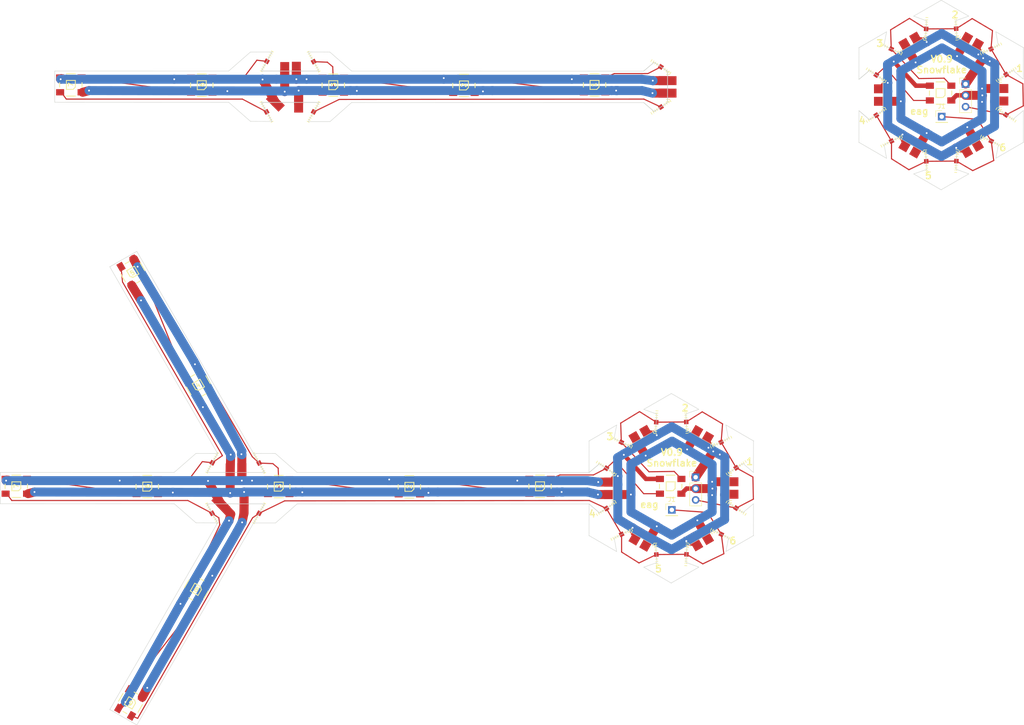
<source format=kicad_pcb>
(kicad_pcb (version 4) (host pcbnew 4.0.7)

  (general
    (links 59)
    (no_connects 14)
    (area 79.915196 54.05732 248.686202 160.127504)
    (thickness 1.6)
    (drawings 188)
    (tracks 513)
    (zones 0)
    (modules 77)
    (nets 14)
  )

  (page A4)
  (layers
    (0 F.Cu signal)
    (31 B.Cu signal)
    (32 B.Adhes user)
    (33 F.Adhes user)
    (34 B.Paste user)
    (35 F.Paste user)
    (36 B.SilkS user)
    (37 F.SilkS user)
    (38 B.Mask user)
    (39 F.Mask user)
    (40 Dwgs.User user)
    (41 Cmts.User user)
    (42 Eco1.User user)
    (43 Eco2.User user)
    (44 Edge.Cuts user)
    (45 Margin user)
    (46 B.CrtYd user)
    (47 F.CrtYd user)
    (48 B.Fab user)
    (49 F.Fab user)
  )

  (setup
    (last_trace_width 0.25)
    (user_trace_width 0.5)
    (user_trace_width 1)
    (user_trace_width 2)
    (trace_clearance 0.2)
    (zone_clearance 0.508)
    (zone_45_only no)
    (trace_min 0.2)
    (segment_width 0.2)
    (edge_width 0.15)
    (via_size 0.6)
    (via_drill 0.4)
    (via_min_size 0.4)
    (via_min_drill 0.3)
    (uvia_size 0.3)
    (uvia_drill 0.1)
    (uvias_allowed no)
    (uvia_min_size 0.2)
    (uvia_min_drill 0.1)
    (pcb_text_width 0.3)
    (pcb_text_size 1.5 1.5)
    (mod_edge_width 0.15)
    (mod_text_size 1 1)
    (mod_text_width 0.15)
    (pad_size 1.524 1.524)
    (pad_drill 0.762)
    (pad_to_mask_clearance 0.2)
    (aux_axis_origin 0 0)
    (visible_elements 7FFFF7FF)
    (pcbplotparams
      (layerselection 0x00030_80000001)
      (usegerberextensions false)
      (excludeedgelayer true)
      (linewidth 0.100000)
      (plotframeref false)
      (viasonmask false)
      (mode 1)
      (useauxorigin false)
      (hpglpennumber 1)
      (hpglpenspeed 20)
      (hpglpendiameter 15)
      (hpglpenoverlay 2)
      (psnegative false)
      (psa4output false)
      (plotreference true)
      (plotvalue true)
      (plotinvisibletext false)
      (padsonsilk false)
      (subtractmaskfromsilk false)
      (outputformat 1)
      (mirror false)
      (drillshape 1)
      (scaleselection 1)
      (outputdirectory ""))
  )

  (net 0 "")
  (net 1 /VCC)
  (net 2 /GND)
  (net 3 "Net-(LED2-Pad4)")
  (net 4 "Net-(LED3-Pad4)")
  (net 5 "Net-(LED4-Pad4)")
  (net 6 "Net-(LED5-Pad4)")
  (net 7 "Net-(LED6-Pad4)")
  (net 8 "Net-(LED101-Pad2)")
  (net 9 "Net-(LED101-Pad4)")
  (net 10 "Net-(LED102-Pad2)")
  (net 11 /DIN)
  (net 12 /DOUT)
  (net 13 "Net-(LED104-Pad4)")

  (net_class Default "This is the default net class."
    (clearance 0.2)
    (trace_width 0.25)
    (via_dia 0.6)
    (via_drill 0.4)
    (uvia_dia 0.3)
    (uvia_drill 0.1)
    (add_net /DIN)
    (add_net /DOUT)
    (add_net /GND)
    (add_net /VCC)
    (add_net "Net-(LED101-Pad2)")
    (add_net "Net-(LED101-Pad4)")
    (add_net "Net-(LED102-Pad2)")
    (add_net "Net-(LED104-Pad4)")
    (add_net "Net-(LED2-Pad4)")
    (add_net "Net-(LED3-Pad4)")
    (add_net "Net-(LED4-Pad4)")
    (add_net "Net-(LED5-Pad4)")
    (add_net "Net-(LED6-Pad4)")
  )

  (module WS2812B:WS2812B (layer F.Cu) (tedit 59EB973C) (tstamp 59ECF901)
    (at 60.8203 50.2539 90)
    (path /59E7EF8E)
    (fp_text reference 6 (at 0.127 0.0635 90) (layer F.SilkS)
      (effects (font (size 1 1) (thickness 0.2)))
    )
    (fp_text value "" (at 0 4.8 90) (layer F.SilkS) hide
      (effects (font (size 1 1) (thickness 0.2)))
    )
    (fp_line (start -1 -1) (end 1 -1) (layer F.SilkS) (width 0.2))
    (fp_line (start 1 -1) (end 1 1) (layer F.SilkS) (width 0.2))
    (fp_line (start 1 1) (end -0.5 1) (layer F.SilkS) (width 0.2))
    (fp_line (start -0.5 1) (end -1 0.5) (layer F.SilkS) (width 0.2))
    (fp_line (start -1 0.5) (end -1 -1) (layer F.SilkS) (width 0.2))
    (fp_line (start -2.5 -1) (end -2.5 1) (layer F.SilkS) (width 0.2))
    (fp_line (start -0.5 2.5) (end 0.5 2.5) (layer F.SilkS) (width 0.2))
    (fp_line (start 2.5 -1) (end 2.5 1) (layer F.SilkS) (width 0.2))
    (fp_line (start -0.5 -2.5) (end 0.5 -2.5) (layer F.SilkS) (width 0.2))
    (fp_line (start 2.1 2.5) (end 2.5 2.5) (layer Dwgs.User) (width 0.2))
    (fp_line (start -1.2 2.5) (end 1.2 2.5) (layer Dwgs.User) (width 0.2))
    (fp_line (start -2.5 2.5) (end -2.1 2.5) (layer Dwgs.User) (width 0.2))
    (fp_line (start 2.1 -2.5) (end 2.5 -2.5) (layer Dwgs.User) (width 0.2))
    (fp_line (start -1.2 -2.5) (end 1.2 -2.5) (layer Dwgs.User) (width 0.2))
    (fp_line (start -2.5 -2.5) (end -2.1 -2.5) (layer Dwgs.User) (width 0.2))
    (fp_line (start -2.1 -2.7) (end -1.2 -2.7) (layer Dwgs.User) (width 0.2))
    (fp_line (start -1.2 -2.7) (end -1.2 -1.8) (layer Dwgs.User) (width 0.2))
    (fp_line (start -1.2 -1.8) (end -2.1 -1.8) (layer Dwgs.User) (width 0.2))
    (fp_line (start -2.1 -1.8) (end -2.1 -2.7) (layer Dwgs.User) (width 0.2))
    (fp_line (start 2.1 -2.7) (end 1.2 -2.7) (layer Dwgs.User) (width 0.2))
    (fp_line (start 1.2 -2.7) (end 1.2 -1.8) (layer Dwgs.User) (width 0.2))
    (fp_line (start 1.2 -1.8) (end 2.1 -1.8) (layer Dwgs.User) (width 0.2))
    (fp_line (start 2.1 -1.8) (end 2.1 -2.7) (layer Dwgs.User) (width 0.2))
    (fp_line (start -2.1 2.7) (end -2.1 1.8) (layer Dwgs.User) (width 0.2))
    (fp_line (start -2.1 1.8) (end -1.2 1.8) (layer Dwgs.User) (width 0.2))
    (fp_line (start -1.2 1.8) (end -1.2 2.7) (layer Dwgs.User) (width 0.2))
    (fp_line (start -1.2 2.7) (end -2.1 2.7) (layer Dwgs.User) (width 0.2))
    (fp_line (start 1.2 2.7) (end 1.2 1.8) (layer Dwgs.User) (width 0.2))
    (fp_line (start 1.2 1.8) (end 2.1 1.8) (layer Dwgs.User) (width 0.2))
    (fp_line (start 2.1 1.8) (end 2.1 2.7) (layer Dwgs.User) (width 0.2))
    (fp_line (start 2.1 2.7) (end 1.2 2.7) (layer Dwgs.User) (width 0.2))
    (fp_line (start 2.5 -2.5) (end 2.5 2.5) (layer Dwgs.User) (width 0.2))
    (fp_line (start -2.49936 2.49936) (end -2.49936 -2.49936) (layer Dwgs.User) (width 0.2))
    (pad 1 smd rect (at 1.65 -2.4 90) (size 1.4 1.8) (layers F.Cu F.Paste F.Mask)
      (net 1 /VCC))
    (pad 2 smd rect (at -1.65 -2.4 90) (size 1.4 1.8) (layers F.Cu F.Paste F.Mask)
      (net 9 "Net-(LED101-Pad4)"))
    (pad 3 smd rect (at -1.65 2.4 90) (size 1.4 1.8) (layers F.Cu F.Paste F.Mask)
      (net 2 /GND))
    (pad 4 smd rect (at 1.65 2.4 90) (size 1.4 1.8) (layers F.Cu F.Paste F.Mask)
      (net 13 "Net-(LED104-Pad4)"))
  )

  (module WS2812B:WS2812B (layer F.Cu) (tedit 59EB975B) (tstamp 59ECF8D9)
    (at 31.5468 50.1904 90)
    (path /59E7EFDC)
    (fp_text reference 7 (at 0.0635 0 90) (layer F.SilkS)
      (effects (font (size 1 1) (thickness 0.2)))
    )
    (fp_text value "" (at 0 4.8 90) (layer F.SilkS) hide
      (effects (font (size 1 1) (thickness 0.2)))
    )
    (fp_line (start -1 -1) (end 1 -1) (layer F.SilkS) (width 0.2))
    (fp_line (start 1 -1) (end 1 1) (layer F.SilkS) (width 0.2))
    (fp_line (start 1 1) (end -0.5 1) (layer F.SilkS) (width 0.2))
    (fp_line (start -0.5 1) (end -1 0.5) (layer F.SilkS) (width 0.2))
    (fp_line (start -1 0.5) (end -1 -1) (layer F.SilkS) (width 0.2))
    (fp_line (start -2.5 -1) (end -2.5 1) (layer F.SilkS) (width 0.2))
    (fp_line (start -0.5 2.5) (end 0.5 2.5) (layer F.SilkS) (width 0.2))
    (fp_line (start 2.5 -1) (end 2.5 1) (layer F.SilkS) (width 0.2))
    (fp_line (start -0.5 -2.5) (end 0.5 -2.5) (layer F.SilkS) (width 0.2))
    (fp_line (start 2.1 2.5) (end 2.5 2.5) (layer Dwgs.User) (width 0.2))
    (fp_line (start -1.2 2.5) (end 1.2 2.5) (layer Dwgs.User) (width 0.2))
    (fp_line (start -2.5 2.5) (end -2.1 2.5) (layer Dwgs.User) (width 0.2))
    (fp_line (start 2.1 -2.5) (end 2.5 -2.5) (layer Dwgs.User) (width 0.2))
    (fp_line (start -1.2 -2.5) (end 1.2 -2.5) (layer Dwgs.User) (width 0.2))
    (fp_line (start -2.5 -2.5) (end -2.1 -2.5) (layer Dwgs.User) (width 0.2))
    (fp_line (start -2.1 -2.7) (end -1.2 -2.7) (layer Dwgs.User) (width 0.2))
    (fp_line (start -1.2 -2.7) (end -1.2 -1.8) (layer Dwgs.User) (width 0.2))
    (fp_line (start -1.2 -1.8) (end -2.1 -1.8) (layer Dwgs.User) (width 0.2))
    (fp_line (start -2.1 -1.8) (end -2.1 -2.7) (layer Dwgs.User) (width 0.2))
    (fp_line (start 2.1 -2.7) (end 1.2 -2.7) (layer Dwgs.User) (width 0.2))
    (fp_line (start 1.2 -2.7) (end 1.2 -1.8) (layer Dwgs.User) (width 0.2))
    (fp_line (start 1.2 -1.8) (end 2.1 -1.8) (layer Dwgs.User) (width 0.2))
    (fp_line (start 2.1 -1.8) (end 2.1 -2.7) (layer Dwgs.User) (width 0.2))
    (fp_line (start -2.1 2.7) (end -2.1 1.8) (layer Dwgs.User) (width 0.2))
    (fp_line (start -2.1 1.8) (end -1.2 1.8) (layer Dwgs.User) (width 0.2))
    (fp_line (start -1.2 1.8) (end -1.2 2.7) (layer Dwgs.User) (width 0.2))
    (fp_line (start -1.2 2.7) (end -2.1 2.7) (layer Dwgs.User) (width 0.2))
    (fp_line (start 1.2 2.7) (end 1.2 1.8) (layer Dwgs.User) (width 0.2))
    (fp_line (start 1.2 1.8) (end 2.1 1.8) (layer Dwgs.User) (width 0.2))
    (fp_line (start 2.1 1.8) (end 2.1 2.7) (layer Dwgs.User) (width 0.2))
    (fp_line (start 2.1 2.7) (end 1.2 2.7) (layer Dwgs.User) (width 0.2))
    (fp_line (start 2.5 -2.5) (end 2.5 2.5) (layer Dwgs.User) (width 0.2))
    (fp_line (start -2.49936 2.49936) (end -2.49936 -2.49936) (layer Dwgs.User) (width 0.2))
    (pad 1 smd rect (at 1.65 -2.4 90) (size 1.4 1.8) (layers F.Cu F.Paste F.Mask)
      (net 1 /VCC))
    (pad 2 smd rect (at -1.65 -2.4 90) (size 1.4 1.8) (layers F.Cu F.Paste F.Mask)
      (net 8 "Net-(LED101-Pad2)"))
    (pad 3 smd rect (at -1.65 2.4 90) (size 1.4 1.8) (layers F.Cu F.Paste F.Mask)
      (net 2 /GND))
    (pad 4 smd rect (at 1.65 2.4 90) (size 1.4 1.8) (layers F.Cu F.Paste F.Mask)
      (net 9 "Net-(LED101-Pad4)"))
  )

  (module WS2812B:WS2812B (layer F.Cu) (tedit 59EB96DC) (tstamp 59ECF8B1)
    (at 148.6408 50.1904 90)
    (path /59E6A0E5)
    (fp_text reference 1 (at 0.0635 -0.127 90) (layer F.SilkS)
      (effects (font (size 1 1) (thickness 0.2)))
    )
    (fp_text value "" (at 0 4.8 90) (layer F.SilkS) hide
      (effects (font (size 1 1) (thickness 0.2)))
    )
    (fp_line (start -1 -1) (end 1 -1) (layer F.SilkS) (width 0.2))
    (fp_line (start 1 -1) (end 1 1) (layer F.SilkS) (width 0.2))
    (fp_line (start 1 1) (end -0.5 1) (layer F.SilkS) (width 0.2))
    (fp_line (start -0.5 1) (end -1 0.5) (layer F.SilkS) (width 0.2))
    (fp_line (start -1 0.5) (end -1 -1) (layer F.SilkS) (width 0.2))
    (fp_line (start -2.5 -1) (end -2.5 1) (layer F.SilkS) (width 0.2))
    (fp_line (start -0.5 2.5) (end 0.5 2.5) (layer F.SilkS) (width 0.2))
    (fp_line (start 2.5 -1) (end 2.5 1) (layer F.SilkS) (width 0.2))
    (fp_line (start -0.5 -2.5) (end 0.5 -2.5) (layer F.SilkS) (width 0.2))
    (fp_line (start 2.1 2.5) (end 2.5 2.5) (layer Dwgs.User) (width 0.2))
    (fp_line (start -1.2 2.5) (end 1.2 2.5) (layer Dwgs.User) (width 0.2))
    (fp_line (start -2.5 2.5) (end -2.1 2.5) (layer Dwgs.User) (width 0.2))
    (fp_line (start 2.1 -2.5) (end 2.5 -2.5) (layer Dwgs.User) (width 0.2))
    (fp_line (start -1.2 -2.5) (end 1.2 -2.5) (layer Dwgs.User) (width 0.2))
    (fp_line (start -2.5 -2.5) (end -2.1 -2.5) (layer Dwgs.User) (width 0.2))
    (fp_line (start -2.1 -2.7) (end -1.2 -2.7) (layer Dwgs.User) (width 0.2))
    (fp_line (start -1.2 -2.7) (end -1.2 -1.8) (layer Dwgs.User) (width 0.2))
    (fp_line (start -1.2 -1.8) (end -2.1 -1.8) (layer Dwgs.User) (width 0.2))
    (fp_line (start -2.1 -1.8) (end -2.1 -2.7) (layer Dwgs.User) (width 0.2))
    (fp_line (start 2.1 -2.7) (end 1.2 -2.7) (layer Dwgs.User) (width 0.2))
    (fp_line (start 1.2 -2.7) (end 1.2 -1.8) (layer Dwgs.User) (width 0.2))
    (fp_line (start 1.2 -1.8) (end 2.1 -1.8) (layer Dwgs.User) (width 0.2))
    (fp_line (start 2.1 -1.8) (end 2.1 -2.7) (layer Dwgs.User) (width 0.2))
    (fp_line (start -2.1 2.7) (end -2.1 1.8) (layer Dwgs.User) (width 0.2))
    (fp_line (start -2.1 1.8) (end -1.2 1.8) (layer Dwgs.User) (width 0.2))
    (fp_line (start -1.2 1.8) (end -1.2 2.7) (layer Dwgs.User) (width 0.2))
    (fp_line (start -1.2 2.7) (end -2.1 2.7) (layer Dwgs.User) (width 0.2))
    (fp_line (start 1.2 2.7) (end 1.2 1.8) (layer Dwgs.User) (width 0.2))
    (fp_line (start 1.2 1.8) (end 2.1 1.8) (layer Dwgs.User) (width 0.2))
    (fp_line (start 2.1 1.8) (end 2.1 2.7) (layer Dwgs.User) (width 0.2))
    (fp_line (start 2.1 2.7) (end 1.2 2.7) (layer Dwgs.User) (width 0.2))
    (fp_line (start 2.5 -2.5) (end 2.5 2.5) (layer Dwgs.User) (width 0.2))
    (fp_line (start -2.49936 2.49936) (end -2.49936 -2.49936) (layer Dwgs.User) (width 0.2))
    (pad 1 smd rect (at 1.65 -2.4 90) (size 1.4 1.8) (layers F.Cu F.Paste F.Mask)
      (net 1 /VCC))
    (pad 2 smd rect (at -1.65 -2.4 90) (size 1.4 1.8) (layers F.Cu F.Paste F.Mask)
      (net 6 "Net-(LED5-Pad4)"))
    (pad 3 smd rect (at -1.65 2.4 90) (size 1.4 1.8) (layers F.Cu F.Paste F.Mask)
      (net 2 /GND))
    (pad 4 smd rect (at 1.65 2.4 90) (size 1.4 1.8) (layers F.Cu F.Paste F.Mask)
      (net 7 "Net-(LED6-Pad4)"))
  )

  (module WS2812B:WS2812B (layer F.Cu) (tedit 59EB96F8) (tstamp 59ECF889)
    (at 119.4308 50.3174 90)
    (path /59E6A3D7)
    (fp_text reference 2 (at 0.0635 0 90) (layer F.SilkS)
      (effects (font (size 1 1) (thickness 0.2)))
    )
    (fp_text value "" (at 0 4.8 90) (layer F.SilkS) hide
      (effects (font (size 1 1) (thickness 0.2)))
    )
    (fp_line (start -1 -1) (end 1 -1) (layer F.SilkS) (width 0.2))
    (fp_line (start 1 -1) (end 1 1) (layer F.SilkS) (width 0.2))
    (fp_line (start 1 1) (end -0.5 1) (layer F.SilkS) (width 0.2))
    (fp_line (start -0.5 1) (end -1 0.5) (layer F.SilkS) (width 0.2))
    (fp_line (start -1 0.5) (end -1 -1) (layer F.SilkS) (width 0.2))
    (fp_line (start -2.5 -1) (end -2.5 1) (layer F.SilkS) (width 0.2))
    (fp_line (start -0.5 2.5) (end 0.5 2.5) (layer F.SilkS) (width 0.2))
    (fp_line (start 2.5 -1) (end 2.5 1) (layer F.SilkS) (width 0.2))
    (fp_line (start -0.5 -2.5) (end 0.5 -2.5) (layer F.SilkS) (width 0.2))
    (fp_line (start 2.1 2.5) (end 2.5 2.5) (layer Dwgs.User) (width 0.2))
    (fp_line (start -1.2 2.5) (end 1.2 2.5) (layer Dwgs.User) (width 0.2))
    (fp_line (start -2.5 2.5) (end -2.1 2.5) (layer Dwgs.User) (width 0.2))
    (fp_line (start 2.1 -2.5) (end 2.5 -2.5) (layer Dwgs.User) (width 0.2))
    (fp_line (start -1.2 -2.5) (end 1.2 -2.5) (layer Dwgs.User) (width 0.2))
    (fp_line (start -2.5 -2.5) (end -2.1 -2.5) (layer Dwgs.User) (width 0.2))
    (fp_line (start -2.1 -2.7) (end -1.2 -2.7) (layer Dwgs.User) (width 0.2))
    (fp_line (start -1.2 -2.7) (end -1.2 -1.8) (layer Dwgs.User) (width 0.2))
    (fp_line (start -1.2 -1.8) (end -2.1 -1.8) (layer Dwgs.User) (width 0.2))
    (fp_line (start -2.1 -1.8) (end -2.1 -2.7) (layer Dwgs.User) (width 0.2))
    (fp_line (start 2.1 -2.7) (end 1.2 -2.7) (layer Dwgs.User) (width 0.2))
    (fp_line (start 1.2 -2.7) (end 1.2 -1.8) (layer Dwgs.User) (width 0.2))
    (fp_line (start 1.2 -1.8) (end 2.1 -1.8) (layer Dwgs.User) (width 0.2))
    (fp_line (start 2.1 -1.8) (end 2.1 -2.7) (layer Dwgs.User) (width 0.2))
    (fp_line (start -2.1 2.7) (end -2.1 1.8) (layer Dwgs.User) (width 0.2))
    (fp_line (start -2.1 1.8) (end -1.2 1.8) (layer Dwgs.User) (width 0.2))
    (fp_line (start -1.2 1.8) (end -1.2 2.7) (layer Dwgs.User) (width 0.2))
    (fp_line (start -1.2 2.7) (end -2.1 2.7) (layer Dwgs.User) (width 0.2))
    (fp_line (start 1.2 2.7) (end 1.2 1.8) (layer Dwgs.User) (width 0.2))
    (fp_line (start 1.2 1.8) (end 2.1 1.8) (layer Dwgs.User) (width 0.2))
    (fp_line (start 2.1 1.8) (end 2.1 2.7) (layer Dwgs.User) (width 0.2))
    (fp_line (start 2.1 2.7) (end 1.2 2.7) (layer Dwgs.User) (width 0.2))
    (fp_line (start 2.5 -2.5) (end 2.5 2.5) (layer Dwgs.User) (width 0.2))
    (fp_line (start -2.49936 2.49936) (end -2.49936 -2.49936) (layer Dwgs.User) (width 0.2))
    (pad 1 smd rect (at 1.65 -2.4 90) (size 1.4 1.8) (layers F.Cu F.Paste F.Mask)
      (net 1 /VCC))
    (pad 2 smd rect (at -1.65 -2.4 90) (size 1.4 1.8) (layers F.Cu F.Paste F.Mask)
      (net 5 "Net-(LED4-Pad4)"))
    (pad 3 smd rect (at -1.65 2.4 90) (size 1.4 1.8) (layers F.Cu F.Paste F.Mask)
      (net 2 /GND))
    (pad 4 smd rect (at 1.65 2.4 90) (size 1.4 1.8) (layers F.Cu F.Paste F.Mask)
      (net 6 "Net-(LED5-Pad4)"))
  )

  (module WS2812B:WS2812B (layer F.Cu) (tedit 59EB9713) (tstamp 59ECF861)
    (at 90.2208 50.2539 90)
    (path /59E6A55F)
    (fp_text reference 3 (at 0.127 0.127 90) (layer F.SilkS)
      (effects (font (size 1 1) (thickness 0.2)))
    )
    (fp_text value "" (at 0 4.8 90) (layer F.SilkS) hide
      (effects (font (size 1 1) (thickness 0.2)))
    )
    (fp_line (start -1 -1) (end 1 -1) (layer F.SilkS) (width 0.2))
    (fp_line (start 1 -1) (end 1 1) (layer F.SilkS) (width 0.2))
    (fp_line (start 1 1) (end -0.5 1) (layer F.SilkS) (width 0.2))
    (fp_line (start -0.5 1) (end -1 0.5) (layer F.SilkS) (width 0.2))
    (fp_line (start -1 0.5) (end -1 -1) (layer F.SilkS) (width 0.2))
    (fp_line (start -2.5 -1) (end -2.5 1) (layer F.SilkS) (width 0.2))
    (fp_line (start -0.5 2.5) (end 0.5 2.5) (layer F.SilkS) (width 0.2))
    (fp_line (start 2.5 -1) (end 2.5 1) (layer F.SilkS) (width 0.2))
    (fp_line (start -0.5 -2.5) (end 0.5 -2.5) (layer F.SilkS) (width 0.2))
    (fp_line (start 2.1 2.5) (end 2.5 2.5) (layer Dwgs.User) (width 0.2))
    (fp_line (start -1.2 2.5) (end 1.2 2.5) (layer Dwgs.User) (width 0.2))
    (fp_line (start -2.5 2.5) (end -2.1 2.5) (layer Dwgs.User) (width 0.2))
    (fp_line (start 2.1 -2.5) (end 2.5 -2.5) (layer Dwgs.User) (width 0.2))
    (fp_line (start -1.2 -2.5) (end 1.2 -2.5) (layer Dwgs.User) (width 0.2))
    (fp_line (start -2.5 -2.5) (end -2.1 -2.5) (layer Dwgs.User) (width 0.2))
    (fp_line (start -2.1 -2.7) (end -1.2 -2.7) (layer Dwgs.User) (width 0.2))
    (fp_line (start -1.2 -2.7) (end -1.2 -1.8) (layer Dwgs.User) (width 0.2))
    (fp_line (start -1.2 -1.8) (end -2.1 -1.8) (layer Dwgs.User) (width 0.2))
    (fp_line (start -2.1 -1.8) (end -2.1 -2.7) (layer Dwgs.User) (width 0.2))
    (fp_line (start 2.1 -2.7) (end 1.2 -2.7) (layer Dwgs.User) (width 0.2))
    (fp_line (start 1.2 -2.7) (end 1.2 -1.8) (layer Dwgs.User) (width 0.2))
    (fp_line (start 1.2 -1.8) (end 2.1 -1.8) (layer Dwgs.User) (width 0.2))
    (fp_line (start 2.1 -1.8) (end 2.1 -2.7) (layer Dwgs.User) (width 0.2))
    (fp_line (start -2.1 2.7) (end -2.1 1.8) (layer Dwgs.User) (width 0.2))
    (fp_line (start -2.1 1.8) (end -1.2 1.8) (layer Dwgs.User) (width 0.2))
    (fp_line (start -1.2 1.8) (end -1.2 2.7) (layer Dwgs.User) (width 0.2))
    (fp_line (start -1.2 2.7) (end -2.1 2.7) (layer Dwgs.User) (width 0.2))
    (fp_line (start 1.2 2.7) (end 1.2 1.8) (layer Dwgs.User) (width 0.2))
    (fp_line (start 1.2 1.8) (end 2.1 1.8) (layer Dwgs.User) (width 0.2))
    (fp_line (start 2.1 1.8) (end 2.1 2.7) (layer Dwgs.User) (width 0.2))
    (fp_line (start 2.1 2.7) (end 1.2 2.7) (layer Dwgs.User) (width 0.2))
    (fp_line (start 2.5 -2.5) (end 2.5 2.5) (layer Dwgs.User) (width 0.2))
    (fp_line (start -2.49936 2.49936) (end -2.49936 -2.49936) (layer Dwgs.User) (width 0.2))
    (pad 1 smd rect (at 1.65 -2.4 90) (size 1.4 1.8) (layers F.Cu F.Paste F.Mask)
      (net 1 /VCC))
    (pad 2 smd rect (at -1.65 -2.4 90) (size 1.4 1.8) (layers F.Cu F.Paste F.Mask)
      (net 4 "Net-(LED3-Pad4)"))
    (pad 3 smd rect (at -1.65 2.4 90) (size 1.4 1.8) (layers F.Cu F.Paste F.Mask)
      (net 2 /GND))
    (pad 4 smd rect (at 1.65 2.4 90) (size 1.4 1.8) (layers F.Cu F.Paste F.Mask)
      (net 5 "Net-(LED4-Pad4)"))
  )

  (module "Big pad" (layer F.Cu) (tedit 59EAA4F0) (tstamp 59ECF85D)
    (at 82.6008 54.2544 90)
    (fp_text reference "" (at 0.127 0.5 90) (layer F.SilkS)
      (effects (font (size 1 1) (thickness 0.15)))
    )
    (fp_text value "" (at 0 -0.5 90) (layer F.Fab)
      (effects (font (size 1 1) (thickness 0.15)))
    )
    (pad 1 smd rect (at -0.127 -0.127 90) (size 4 2) (layers F.Cu F.Paste F.Mask))
  )

  (module "Big pad" (layer F.Cu) (tedit 59EAA4F0) (tstamp 59ECF859)
    (at 77.2668 54.2544 315)
    (fp_text reference "" (at 0.127 0.5 315) (layer F.SilkS)
      (effects (font (size 1 1) (thickness 0.15)))
    )
    (fp_text value "" (at 0 -0.5 315) (layer F.Fab)
      (effects (font (size 1 1) (thickness 0.15)))
    )
    (pad 1 smd rect (at -0.127 -0.127 315) (size 4 2) (layers F.Cu F.Paste F.Mask))
  )

  (module "Big pad" (layer F.Cu) (tedit 59EAA4F0) (tstamp 59ECF855)
    (at 79.4893 46.9519 90)
    (fp_text reference "" (at 0.127 0.5 90) (layer F.SilkS)
      (effects (font (size 1 1) (thickness 0.15)))
    )
    (fp_text value "" (at 0 -0.5 90) (layer F.Fab)
      (effects (font (size 1 1) (thickness 0.15)))
    )
    (pad 1 smd rect (at -0.127 -0.127 90) (size 4 2) (layers F.Cu F.Paste F.Mask))
  )

  (module "Big pad" (layer F.Cu) (tedit 59EAA4F0) (tstamp 59ECF851)
    (at 82.0928 46.8884 90)
    (fp_text reference "" (at 0.127 0.5 90) (layer F.SilkS)
      (effects (font (size 1 1) (thickness 0.15)))
    )
    (fp_text value "" (at 0 -0.5 90) (layer F.Fab)
      (effects (font (size 1 1) (thickness 0.15)))
    )
    (pad 1 smd rect (at -0.127 -0.127 90) (size 4 2) (layers F.Cu F.Paste F.Mask))
  )

  (module "Big pad" (layer F.Cu) (tedit 59EB7573) (tstamp 59ECF848)
    (at 165.0873 49.4919)
    (fp_text reference "" (at 0.127 0.5) (layer F.SilkS)
      (effects (font (size 1 1) (thickness 0.15)))
    )
    (fp_text value "" (at 0 -0.5) (layer F.Fab)
      (effects (font (size 1 1) (thickness 0.15)))
    )
    (fp_line (start -0.381 4.445) (end 0.381 4.445) (layer F.SilkS) (width 0.15))
    (fp_line (start -0.381 -2.159) (end 0.381 -2.159) (layer F.SilkS) (width 0.15))
    (fp_line (start -0.381 3.937) (end 0.381 3.937) (layer F.SilkS) (width 0.15))
    (fp_line (start -0.381 -1.651) (end 0.381 -1.651) (layer F.SilkS) (width 0.15))
    (pad 1 smd rect (at -0.127 -0.254) (size 4 2) (layers F.Cu F.Paste F.Mask))
    (pad 1 smd rect (at -0.127 2.54) (size 4 2) (layers F.Cu F.Paste F.Mask))
  )

  (module "Tiny Edge" (layer F.Cu) (tedit 59EBDB8C) (tstamp 59ECF83A)
    (at 75.3618 44.9199 240.6)
    (fp_text reference "" (at 0 0.5 240.6) (layer F.SilkS)
      (effects (font (size 1 1) (thickness 0.15)))
    )
    (fp_text value "" (at 3.175 -4.056 240.6) (layer F.Fab)
      (effects (font (size 1 1) (thickness 0.15)))
    )
    (fp_line (start 0.635 0) (end 0.889 0) (layer F.SilkS) (width 0.15))
    (fp_line (start -0.889 0) (end -0.635 0) (layer F.SilkS) (width 0.15))
    (fp_line (start -2.54 -0.254) (end -2.54 0.254) (layer F.SilkS) (width 0.15))
    (fp_line (start 2.54 -0.254) (end 2.54 0.254) (layer F.SilkS) (width 0.15))
    (fp_line (start 2.032 -0.254) (end 2.032 0.254) (layer F.SilkS) (width 0.15))
    (fp_line (start 1.524 -0.254) (end 1.524 0.254) (layer F.SilkS) (width 0.15))
    (fp_line (start 1.016 -0.254) (end 1.016 0.254) (layer F.SilkS) (width 0.15))
    (fp_line (start -2.032 -0.254) (end -2.032 0.254) (layer F.SilkS) (width 0.15))
    (fp_line (start -1.524 -0.254) (end -1.524 0.254) (layer F.SilkS) (width 0.15))
    (fp_line (start -1.016 -0.254) (end -1.016 0.254) (layer F.SilkS) (width 0.15))
    (pad 1 smd rect (at 0 0 240.6) (size 1 1) (layers F.Cu F.Paste F.Mask))
  )

  (module "Tiny Edge" (layer F.Cu) (tedit 59EBDB8C) (tstamp 59ECF82C)
    (at 85.8393 56.2229 240.6)
    (fp_text reference "" (at 0 0.5 240.6) (layer F.SilkS)
      (effects (font (size 1 1) (thickness 0.15)))
    )
    (fp_text value "" (at 3.175 -4.056 240.6) (layer F.Fab)
      (effects (font (size 1 1) (thickness 0.15)))
    )
    (fp_line (start 0.635 0) (end 0.889 0) (layer F.SilkS) (width 0.15))
    (fp_line (start -0.889 0) (end -0.635 0) (layer F.SilkS) (width 0.15))
    (fp_line (start -2.54 -0.254) (end -2.54 0.254) (layer F.SilkS) (width 0.15))
    (fp_line (start 2.54 -0.254) (end 2.54 0.254) (layer F.SilkS) (width 0.15))
    (fp_line (start 2.032 -0.254) (end 2.032 0.254) (layer F.SilkS) (width 0.15))
    (fp_line (start 1.524 -0.254) (end 1.524 0.254) (layer F.SilkS) (width 0.15))
    (fp_line (start 1.016 -0.254) (end 1.016 0.254) (layer F.SilkS) (width 0.15))
    (fp_line (start -2.032 -0.254) (end -2.032 0.254) (layer F.SilkS) (width 0.15))
    (fp_line (start -1.524 -0.254) (end -1.524 0.254) (layer F.SilkS) (width 0.15))
    (fp_line (start -1.016 -0.254) (end -1.016 0.254) (layer F.SilkS) (width 0.15))
    (pad 1 smd rect (at 0 0 240.6) (size 1 1) (layers F.Cu F.Paste F.Mask))
  )

  (module "Tiny Edge" (layer F.Cu) (tedit 59EBDB8C) (tstamp 59ECF81E)
    (at 75.2983 56.2229 119.4)
    (fp_text reference "" (at 0 0.5 119.4) (layer F.SilkS)
      (effects (font (size 1 1) (thickness 0.15)))
    )
    (fp_text value "" (at 3.175 -4.056 119.4) (layer F.Fab)
      (effects (font (size 1 1) (thickness 0.15)))
    )
    (fp_line (start 0.635 0) (end 0.889 0) (layer F.SilkS) (width 0.15))
    (fp_line (start -0.889 0) (end -0.635 0) (layer F.SilkS) (width 0.15))
    (fp_line (start -2.54 -0.254) (end -2.54 0.254) (layer F.SilkS) (width 0.15))
    (fp_line (start 2.54 -0.254) (end 2.54 0.254) (layer F.SilkS) (width 0.15))
    (fp_line (start 2.032 -0.254) (end 2.032 0.254) (layer F.SilkS) (width 0.15))
    (fp_line (start 1.524 -0.254) (end 1.524 0.254) (layer F.SilkS) (width 0.15))
    (fp_line (start 1.016 -0.254) (end 1.016 0.254) (layer F.SilkS) (width 0.15))
    (fp_line (start -2.032 -0.254) (end -2.032 0.254) (layer F.SilkS) (width 0.15))
    (fp_line (start -1.524 -0.254) (end -1.524 0.254) (layer F.SilkS) (width 0.15))
    (fp_line (start -1.016 -0.254) (end -1.016 0.254) (layer F.SilkS) (width 0.15))
    (pad 1 smd rect (at 0 0 119.4) (size 1 1) (layers F.Cu F.Paste F.Mask))
  )

  (module "Tiny Edge" (layer F.Cu) (tedit 59EBDB8C) (tstamp 59ECF810)
    (at 85.8393 44.9834 119.4)
    (fp_text reference "" (at 0 0.5 119.4) (layer F.SilkS)
      (effects (font (size 1 1) (thickness 0.15)))
    )
    (fp_text value "" (at 3.175 -4.056 119.4) (layer F.Fab)
      (effects (font (size 1 1) (thickness 0.15)))
    )
    (fp_line (start 0.635 0) (end 0.889 0) (layer F.SilkS) (width 0.15))
    (fp_line (start -0.889 0) (end -0.635 0) (layer F.SilkS) (width 0.15))
    (fp_line (start -2.54 -0.254) (end -2.54 0.254) (layer F.SilkS) (width 0.15))
    (fp_line (start 2.54 -0.254) (end 2.54 0.254) (layer F.SilkS) (width 0.15))
    (fp_line (start 2.032 -0.254) (end 2.032 0.254) (layer F.SilkS) (width 0.15))
    (fp_line (start 1.524 -0.254) (end 1.524 0.254) (layer F.SilkS) (width 0.15))
    (fp_line (start 1.016 -0.254) (end 1.016 0.254) (layer F.SilkS) (width 0.15))
    (fp_line (start -2.032 -0.254) (end -2.032 0.254) (layer F.SilkS) (width 0.15))
    (fp_line (start -1.524 -0.254) (end -1.524 0.254) (layer F.SilkS) (width 0.15))
    (fp_line (start -1.016 -0.254) (end -1.016 0.254) (layer F.SilkS) (width 0.15))
    (pad 1 smd rect (at 0 0 119.4) (size 1 1) (layers F.Cu F.Paste F.Mask))
  )

  (module "Tiny Edge" (layer F.Cu) (tedit 59EBDB8C) (tstamp 59ECF802)
    (at 163.4744 46.1518 326.4)
    (fp_text reference "" (at 0 0.5 326.4) (layer F.SilkS)
      (effects (font (size 1 1) (thickness 0.15)))
    )
    (fp_text value "" (at 3.175 -4.056 326.4) (layer F.Fab)
      (effects (font (size 1 1) (thickness 0.15)))
    )
    (fp_line (start 0.635 0) (end 0.889 0) (layer F.SilkS) (width 0.15))
    (fp_line (start -0.889 0) (end -0.635 0) (layer F.SilkS) (width 0.15))
    (fp_line (start -2.54 -0.254) (end -2.54 0.254) (layer F.SilkS) (width 0.15))
    (fp_line (start 2.54 -0.254) (end 2.54 0.254) (layer F.SilkS) (width 0.15))
    (fp_line (start 2.032 -0.254) (end 2.032 0.254) (layer F.SilkS) (width 0.15))
    (fp_line (start 1.524 -0.254) (end 1.524 0.254) (layer F.SilkS) (width 0.15))
    (fp_line (start 1.016 -0.254) (end 1.016 0.254) (layer F.SilkS) (width 0.15))
    (fp_line (start -2.032 -0.254) (end -2.032 0.254) (layer F.SilkS) (width 0.15))
    (fp_line (start -1.524 -0.254) (end -1.524 0.254) (layer F.SilkS) (width 0.15))
    (fp_line (start -1.016 -0.254) (end -1.016 0.254) (layer F.SilkS) (width 0.15))
    (pad 1 smd rect (at 0 0 326.4) (size 1 1) (layers F.Cu F.Paste F.Mask))
  )

  (module "Tiny Edge" (layer F.Cu) (tedit 59EBDB8C) (tstamp 59ECF7F4)
    (at 163.4744 55.1434 213.6)
    (fp_text reference "" (at 0 0.5 213.6) (layer F.SilkS)
      (effects (font (size 1 1) (thickness 0.15)))
    )
    (fp_text value "" (at 3.175 -4.056 213.6) (layer F.Fab)
      (effects (font (size 1 1) (thickness 0.15)))
    )
    (fp_line (start 0.635 0) (end 0.889 0) (layer F.SilkS) (width 0.15))
    (fp_line (start -0.889 0) (end -0.635 0) (layer F.SilkS) (width 0.15))
    (fp_line (start -2.54 -0.254) (end -2.54 0.254) (layer F.SilkS) (width 0.15))
    (fp_line (start 2.54 -0.254) (end 2.54 0.254) (layer F.SilkS) (width 0.15))
    (fp_line (start 2.032 -0.254) (end 2.032 0.254) (layer F.SilkS) (width 0.15))
    (fp_line (start 1.524 -0.254) (end 1.524 0.254) (layer F.SilkS) (width 0.15))
    (fp_line (start 1.016 -0.254) (end 1.016 0.254) (layer F.SilkS) (width 0.15))
    (fp_line (start -2.032 -0.254) (end -2.032 0.254) (layer F.SilkS) (width 0.15))
    (fp_line (start -1.524 -0.254) (end -1.524 0.254) (layer F.SilkS) (width 0.15))
    (fp_line (start -1.016 -0.254) (end -1.016 0.254) (layer F.SilkS) (width 0.15))
    (pad 1 smd rect (at 0 0 213.6) (size 1 1) (layers F.Cu F.Paste F.Mask))
  )

  (module Pin_Headers:Pin_Header_Straight_1x03_Pitch2.54mm (layer F.Cu) (tedit 59EB96A8) (tstamp 59ECF715)
    (at 231.5972 49.9872)
    (descr "Through hole straight pin header, 1x03, 2.54mm pitch, single row")
    (tags "Through hole pin header THT 1x03 2.54mm single row")
    (path /59E94446)
    (fp_text reference "" (at 0 -2.33) (layer F.SilkS)
      (effects (font (size 1 1) (thickness 0.15)))
    )
    (fp_text value " " (at 0 7.41) (layer F.Fab)
      (effects (font (size 1 1) (thickness 0.15)))
    )
    (fp_line (start -0.635 -1.27) (end 1.27 -1.27) (layer F.Fab) (width 0.1))
    (fp_line (start 1.27 -1.27) (end 1.27 6.35) (layer F.Fab) (width 0.1))
    (fp_line (start 1.27 6.35) (end -1.27 6.35) (layer F.Fab) (width 0.1))
    (fp_line (start -1.27 6.35) (end -1.27 -0.635) (layer F.Fab) (width 0.1))
    (fp_line (start -1.27 -0.635) (end -0.635 -1.27) (layer F.Fab) (width 0.1))
    (fp_line (start -1.33 6.41) (end 1.33 6.41) (layer F.SilkS) (width 0.12))
    (fp_line (start -1.33 1.27) (end -1.33 6.41) (layer F.SilkS) (width 0.12))
    (fp_line (start 1.33 1.27) (end 1.33 6.41) (layer F.SilkS) (width 0.12))
    (fp_line (start -1.33 1.27) (end 1.33 1.27) (layer F.SilkS) (width 0.12))
    (fp_line (start -1.33 0) (end -1.33 -1.33) (layer F.SilkS) (width 0.12))
    (fp_line (start -1.33 -1.33) (end 0 -1.33) (layer F.SilkS) (width 0.12))
    (fp_line (start -1.8 -1.8) (end -1.8 6.85) (layer F.CrtYd) (width 0.05))
    (fp_line (start -1.8 6.85) (end 1.8 6.85) (layer F.CrtYd) (width 0.05))
    (fp_line (start 1.8 6.85) (end 1.8 -1.8) (layer F.CrtYd) (width 0.05))
    (fp_line (start 1.8 -1.8) (end -1.8 -1.8) (layer F.CrtYd) (width 0.05))
    (fp_text user %R (at 0 2.54 90) (layer F.Fab)
      (effects (font (size 1 1) (thickness 0.15)))
    )
    (pad 1 thru_hole rect (at 0 0) (size 1.7 1.7) (drill 1) (layers *.Cu *.Mask)
      (net 1 /VCC))
    (pad 2 thru_hole oval (at 0 2.54) (size 1.7 1.7) (drill 1) (layers *.Cu *.Mask)
      (net 2 /GND))
    (pad 3 thru_hole oval (at 0 5.08) (size 1.7 1.7) (drill 1) (layers *.Cu *.Mask)
      (net 11 /DIN))
    (model ${KISYS3DMOD}/Pin_Headers.3dshapes/Pin_Header_Straight_1x03_Pitch2.54mm.wrl
      (at (xyz 0 0 0))
      (scale (xyz 1 1 1))
      (rotate (xyz 0 0 0))
    )
  )

  (module Pin_Headers:Pin_Header_Straight_1x01_Pitch2.54mm (layer F.Cu) (tedit 59650532) (tstamp 59ECF701)
    (at 226.2632 57.2897)
    (descr "Through hole straight pin header, 1x01, 2.54mm pitch, single row")
    (tags "Through hole pin header THT 1x01 2.54mm single row")
    (path /59E942E8)
    (fp_text reference J1 (at 0 -2.33) (layer F.SilkS)
      (effects (font (size 1 1) (thickness 0.15)))
    )
    (fp_text value " " (at 0 2.33) (layer F.Fab)
      (effects (font (size 1 1) (thickness 0.15)))
    )
    (fp_line (start -0.635 -1.27) (end 1.27 -1.27) (layer F.Fab) (width 0.1))
    (fp_line (start 1.27 -1.27) (end 1.27 1.27) (layer F.Fab) (width 0.1))
    (fp_line (start 1.27 1.27) (end -1.27 1.27) (layer F.Fab) (width 0.1))
    (fp_line (start -1.27 1.27) (end -1.27 -0.635) (layer F.Fab) (width 0.1))
    (fp_line (start -1.27 -0.635) (end -0.635 -1.27) (layer F.Fab) (width 0.1))
    (fp_line (start -1.33 1.33) (end 1.33 1.33) (layer F.SilkS) (width 0.12))
    (fp_line (start -1.33 1.27) (end -1.33 1.33) (layer F.SilkS) (width 0.12))
    (fp_line (start 1.33 1.27) (end 1.33 1.33) (layer F.SilkS) (width 0.12))
    (fp_line (start -1.33 1.27) (end 1.33 1.27) (layer F.SilkS) (width 0.12))
    (fp_line (start -1.33 0) (end -1.33 -1.33) (layer F.SilkS) (width 0.12))
    (fp_line (start -1.33 -1.33) (end 0 -1.33) (layer F.SilkS) (width 0.12))
    (fp_line (start -1.8 -1.8) (end -1.8 1.8) (layer F.CrtYd) (width 0.05))
    (fp_line (start -1.8 1.8) (end 1.8 1.8) (layer F.CrtYd) (width 0.05))
    (fp_line (start 1.8 1.8) (end 1.8 -1.8) (layer F.CrtYd) (width 0.05))
    (fp_line (start 1.8 -1.8) (end -1.8 -1.8) (layer F.CrtYd) (width 0.05))
    (fp_text user %R (at 0 0 90) (layer F.Fab)
      (effects (font (size 1 1) (thickness 0.15)))
    )
    (pad 1 thru_hole rect (at 0 0) (size 1.7 1.7) (drill 1) (layers *.Cu *.Mask)
      (net 12 /DOUT))
    (model ${KISYS3DMOD}/Pin_Headers.3dshapes/Pin_Header_Straight_1x01_Pitch2.54mm.wrl
      (at (xyz 0 0 0))
      (scale (xyz 1 1 1))
      (rotate (xyz 0 0 0))
    )
  )

  (module WS2812B:WS2812B (layer F.Cu) (tedit 59EB96B5) (tstamp 59ECF6D9)
    (at 226.0092 52.0192 90)
    (path /59E69D8F)
    (fp_text reference "" (at 0 -4.7 90) (layer F.SilkS)
      (effects (font (size 1 1) (thickness 0.2)))
    )
    (fp_text value "" (at 0 4.8 90) (layer F.SilkS) hide
      (effects (font (size 1 1) (thickness 0.2)))
    )
    (fp_line (start -1 -1) (end 1 -1) (layer F.SilkS) (width 0.2))
    (fp_line (start 1 -1) (end 1 1) (layer F.SilkS) (width 0.2))
    (fp_line (start 1 1) (end -0.5 1) (layer F.SilkS) (width 0.2))
    (fp_line (start -0.5 1) (end -1 0.5) (layer F.SilkS) (width 0.2))
    (fp_line (start -1 0.5) (end -1 -1) (layer F.SilkS) (width 0.2))
    (fp_line (start -2.5 -1) (end -2.5 1) (layer F.SilkS) (width 0.2))
    (fp_line (start -0.5 2.5) (end 0.5 2.5) (layer F.SilkS) (width 0.2))
    (fp_line (start 2.5 -1) (end 2.5 1) (layer F.SilkS) (width 0.2))
    (fp_line (start -0.5 -2.5) (end 0.5 -2.5) (layer F.SilkS) (width 0.2))
    (fp_line (start 2.1 2.5) (end 2.5 2.5) (layer Dwgs.User) (width 0.2))
    (fp_line (start -1.2 2.5) (end 1.2 2.5) (layer Dwgs.User) (width 0.2))
    (fp_line (start -2.5 2.5) (end -2.1 2.5) (layer Dwgs.User) (width 0.2))
    (fp_line (start 2.1 -2.5) (end 2.5 -2.5) (layer Dwgs.User) (width 0.2))
    (fp_line (start -1.2 -2.5) (end 1.2 -2.5) (layer Dwgs.User) (width 0.2))
    (fp_line (start -2.5 -2.5) (end -2.1 -2.5) (layer Dwgs.User) (width 0.2))
    (fp_line (start -2.1 -2.7) (end -1.2 -2.7) (layer Dwgs.User) (width 0.2))
    (fp_line (start -1.2 -2.7) (end -1.2 -1.8) (layer Dwgs.User) (width 0.2))
    (fp_line (start -1.2 -1.8) (end -2.1 -1.8) (layer Dwgs.User) (width 0.2))
    (fp_line (start -2.1 -1.8) (end -2.1 -2.7) (layer Dwgs.User) (width 0.2))
    (fp_line (start 2.1 -2.7) (end 1.2 -2.7) (layer Dwgs.User) (width 0.2))
    (fp_line (start 1.2 -2.7) (end 1.2 -1.8) (layer Dwgs.User) (width 0.2))
    (fp_line (start 1.2 -1.8) (end 2.1 -1.8) (layer Dwgs.User) (width 0.2))
    (fp_line (start 2.1 -1.8) (end 2.1 -2.7) (layer Dwgs.User) (width 0.2))
    (fp_line (start -2.1 2.7) (end -2.1 1.8) (layer Dwgs.User) (width 0.2))
    (fp_line (start -2.1 1.8) (end -1.2 1.8) (layer Dwgs.User) (width 0.2))
    (fp_line (start -1.2 1.8) (end -1.2 2.7) (layer Dwgs.User) (width 0.2))
    (fp_line (start -1.2 2.7) (end -2.1 2.7) (layer Dwgs.User) (width 0.2))
    (fp_line (start 1.2 2.7) (end 1.2 1.8) (layer Dwgs.User) (width 0.2))
    (fp_line (start 1.2 1.8) (end 2.1 1.8) (layer Dwgs.User) (width 0.2))
    (fp_line (start 2.1 1.8) (end 2.1 2.7) (layer Dwgs.User) (width 0.2))
    (fp_line (start 2.1 2.7) (end 1.2 2.7) (layer Dwgs.User) (width 0.2))
    (fp_line (start 2.5 -2.5) (end 2.5 2.5) (layer Dwgs.User) (width 0.2))
    (fp_line (start -2.49936 2.49936) (end -2.49936 -2.49936) (layer Dwgs.User) (width 0.2))
    (pad 1 smd rect (at 1.65 -2.4 90) (size 1.4 1.8) (layers F.Cu F.Paste F.Mask)
      (net 1 /VCC))
    (pad 2 smd rect (at -1.65 -2.4 90) (size 1.4 1.8) (layers F.Cu F.Paste F.Mask)
      (net 7 "Net-(LED6-Pad4)"))
    (pad 3 smd rect (at -1.65 2.4 90) (size 1.4 1.8) (layers F.Cu F.Paste F.Mask)
      (net 2 /GND))
    (pad 4 smd rect (at 1.65 2.4 90) (size 1.4 1.8) (layers F.Cu F.Paste F.Mask)
      (net 11 /DIN))
  )

  (module "Big pad" (layer F.Cu) (tedit 59EB7476) (tstamp 59ECF6D6)
    (at 218.2622 62.8142 60)
    (fp_text reference "" (at 0.127 0.5 60) (layer F.SilkS)
      (effects (font (size 1 1) (thickness 0.15)))
    )
    (fp_text value "" (at 0 -0.5 60) (layer F.Fab)
      (effects (font (size 1 1) (thickness 0.15)))
    )
  )

  (module "Big pad" (layer F.Cu) (tedit 59EB7573) (tstamp 59ECF6CD)
    (at 213.2457 51.3207)
    (fp_text reference "" (at 0.127 0.5) (layer F.SilkS)
      (effects (font (size 1 1) (thickness 0.15)))
    )
    (fp_text value "" (at 0 -0.5) (layer F.Fab)
      (effects (font (size 1 1) (thickness 0.15)))
    )
    (fp_line (start -0.381 4.445) (end 0.381 4.445) (layer F.SilkS) (width 0.15))
    (fp_line (start -0.381 -2.159) (end 0.381 -2.159) (layer F.SilkS) (width 0.15))
    (fp_line (start -0.381 3.937) (end 0.381 3.937) (layer F.SilkS) (width 0.15))
    (fp_line (start -0.381 -1.651) (end 0.381 -1.651) (layer F.SilkS) (width 0.15))
    (pad 1 smd rect (at -0.127 -0.254) (size 4 2) (layers F.Cu F.Paste F.Mask))
    (pad 1 smd rect (at -0.127 2.54) (size 4 2) (layers F.Cu F.Paste F.Mask))
  )

  (module "Big pad" (layer F.Cu) (tedit 59EB7573) (tstamp 59ECF6C4)
    (at 239.2807 51.2572)
    (fp_text reference "" (at 0.127 0.5) (layer F.SilkS)
      (effects (font (size 1 1) (thickness 0.15)))
    )
    (fp_text value "" (at 0 -0.5) (layer F.Fab)
      (effects (font (size 1 1) (thickness 0.15)))
    )
    (fp_line (start -0.381 4.445) (end 0.381 4.445) (layer F.SilkS) (width 0.15))
    (fp_line (start -0.381 -2.159) (end 0.381 -2.159) (layer F.SilkS) (width 0.15))
    (fp_line (start -0.381 3.937) (end 0.381 3.937) (layer F.SilkS) (width 0.15))
    (fp_line (start -0.381 -1.651) (end 0.381 -1.651) (layer F.SilkS) (width 0.15))
    (pad 1 smd rect (at -0.127 -0.254) (size 4 2) (layers F.Cu F.Paste F.Mask))
    (pad 1 smd rect (at -0.127 2.54) (size 4 2) (layers F.Cu F.Paste F.Mask))
  )

  (module "Big pad" (layer F.Cu) (tedit 59EB7573) (tstamp 59ECF6BB)
    (at 218.7067 63.0682 60)
    (fp_text reference "" (at 0.127 0.5 60) (layer F.SilkS)
      (effects (font (size 1 1) (thickness 0.15)))
    )
    (fp_text value "" (at 0 -0.5 60) (layer F.Fab)
      (effects (font (size 1 1) (thickness 0.15)))
    )
    (fp_line (start -0.381 4.445) (end 0.381 4.445) (layer F.SilkS) (width 0.15))
    (fp_line (start -0.381 -2.159) (end 0.381 -2.159) (layer F.SilkS) (width 0.15))
    (fp_line (start -0.381 3.937) (end 0.381 3.937) (layer F.SilkS) (width 0.15))
    (fp_line (start -0.381 -1.651) (end 0.381 -1.651) (layer F.SilkS) (width 0.15))
    (pad 1 smd rect (at -0.127 -0.254 60) (size 4 2) (layers F.Cu F.Paste F.Mask))
    (pad 1 smd rect (at -0.127 2.54 60) (size 4 2) (layers F.Cu F.Paste F.Mask))
  )

  (module "Big pad" (layer F.Cu) (tedit 59EB7573) (tstamp 59ECF6B2)
    (at 231.7242 40.5257 60)
    (fp_text reference "" (at 0.127 0.5 60) (layer F.SilkS)
      (effects (font (size 1 1) (thickness 0.15)))
    )
    (fp_text value "" (at 0 -0.5 60) (layer F.Fab)
      (effects (font (size 1 1) (thickness 0.15)))
    )
    (fp_line (start -0.381 4.445) (end 0.381 4.445) (layer F.SilkS) (width 0.15))
    (fp_line (start -0.381 -2.159) (end 0.381 -2.159) (layer F.SilkS) (width 0.15))
    (fp_line (start -0.381 3.937) (end 0.381 3.937) (layer F.SilkS) (width 0.15))
    (fp_line (start -0.381 -1.651) (end 0.381 -1.651) (layer F.SilkS) (width 0.15))
    (pad 1 smd rect (at -0.127 -0.254 60) (size 4 2) (layers F.Cu F.Paste F.Mask))
    (pad 1 smd rect (at -0.127 2.54 60) (size 4 2) (layers F.Cu F.Paste F.Mask))
  )

  (module "Big pad" (layer F.Cu) (tedit 59EB7573) (tstamp 59ECF6A9)
    (at 220.6752 40.7162 300)
    (fp_text reference "" (at 0.127 0.5 300) (layer F.SilkS)
      (effects (font (size 1 1) (thickness 0.15)))
    )
    (fp_text value "" (at 0 -0.5 300) (layer F.Fab)
      (effects (font (size 1 1) (thickness 0.15)))
    )
    (fp_line (start -0.381 4.445) (end 0.381 4.445) (layer F.SilkS) (width 0.15))
    (fp_line (start -0.381 -2.159) (end 0.381 -2.159) (layer F.SilkS) (width 0.15))
    (fp_line (start -0.381 3.937) (end 0.381 3.937) (layer F.SilkS) (width 0.15))
    (fp_line (start -0.381 -1.651) (end 0.381 -1.651) (layer F.SilkS) (width 0.15))
    (pad 1 smd rect (at -0.127 -0.254 300) (size 4 2) (layers F.Cu F.Paste F.Mask))
    (pad 1 smd rect (at -0.127 2.54 300) (size 4 2) (layers F.Cu F.Paste F.Mask))
  )

  (module "Big pad" (layer F.Cu) (tedit 59EB7573) (tstamp 59ECF6A0)
    (at 233.6927 63.1952 300)
    (fp_text reference "" (at 0.127 0.5 300) (layer F.SilkS)
      (effects (font (size 1 1) (thickness 0.15)))
    )
    (fp_text value "" (at 0 -0.5 300) (layer F.Fab)
      (effects (font (size 1 1) (thickness 0.15)))
    )
    (fp_line (start -0.381 4.445) (end 0.381 4.445) (layer F.SilkS) (width 0.15))
    (fp_line (start -0.381 -2.159) (end 0.381 -2.159) (layer F.SilkS) (width 0.15))
    (fp_line (start -0.381 3.937) (end 0.381 3.937) (layer F.SilkS) (width 0.15))
    (fp_line (start -0.381 -1.651) (end 0.381 -1.651) (layer F.SilkS) (width 0.15))
    (pad 1 smd rect (at -0.127 -0.254 300) (size 4 2) (layers F.Cu F.Paste F.Mask))
    (pad 1 smd rect (at -0.127 2.54 300) (size 4 2) (layers F.Cu F.Paste F.Mask))
  )

  (module "Tiny Edge" (layer F.Cu) (tedit 59EBDB8C) (tstamp 59ECF692)
    (at 211.6328 47.9806 326.4)
    (fp_text reference "" (at 0 0.5 326.4) (layer F.SilkS)
      (effects (font (size 1 1) (thickness 0.15)))
    )
    (fp_text value "" (at 3.175 -4.056 326.4) (layer F.Fab)
      (effects (font (size 1 1) (thickness 0.15)))
    )
    (fp_line (start 0.635 0) (end 0.889 0) (layer F.SilkS) (width 0.15))
    (fp_line (start -0.889 0) (end -0.635 0) (layer F.SilkS) (width 0.15))
    (fp_line (start -2.54 -0.254) (end -2.54 0.254) (layer F.SilkS) (width 0.15))
    (fp_line (start 2.54 -0.254) (end 2.54 0.254) (layer F.SilkS) (width 0.15))
    (fp_line (start 2.032 -0.254) (end 2.032 0.254) (layer F.SilkS) (width 0.15))
    (fp_line (start 1.524 -0.254) (end 1.524 0.254) (layer F.SilkS) (width 0.15))
    (fp_line (start 1.016 -0.254) (end 1.016 0.254) (layer F.SilkS) (width 0.15))
    (fp_line (start -2.032 -0.254) (end -2.032 0.254) (layer F.SilkS) (width 0.15))
    (fp_line (start -1.524 -0.254) (end -1.524 0.254) (layer F.SilkS) (width 0.15))
    (fp_line (start -1.016 -0.254) (end -1.016 0.254) (layer F.SilkS) (width 0.15))
    (pad 1 smd rect (at 0 0 326.4) (size 1 1) (layers F.Cu F.Paste F.Mask))
  )

  (module "Tiny Edge" (layer F.Cu) (tedit 59EBDB8C) (tstamp 59ECF684)
    (at 214.9856 42.164 153.6)
    (fp_text reference "" (at 0 0.5 153.6) (layer F.SilkS)
      (effects (font (size 1 1) (thickness 0.15)))
    )
    (fp_text value "" (at 3.175 -4.056 153.6) (layer F.Fab)
      (effects (font (size 1 1) (thickness 0.15)))
    )
    (fp_line (start 0.635 0) (end 0.889 0) (layer F.SilkS) (width 0.15))
    (fp_line (start -0.889 0) (end -0.635 0) (layer F.SilkS) (width 0.15))
    (fp_line (start -2.54 -0.254) (end -2.54 0.254) (layer F.SilkS) (width 0.15))
    (fp_line (start 2.54 -0.254) (end 2.54 0.254) (layer F.SilkS) (width 0.15))
    (fp_line (start 2.032 -0.254) (end 2.032 0.254) (layer F.SilkS) (width 0.15))
    (fp_line (start 1.524 -0.254) (end 1.524 0.254) (layer F.SilkS) (width 0.15))
    (fp_line (start 1.016 -0.254) (end 1.016 0.254) (layer F.SilkS) (width 0.15))
    (fp_line (start -2.032 -0.254) (end -2.032 0.254) (layer F.SilkS) (width 0.15))
    (fp_line (start -1.524 -0.254) (end -1.524 0.254) (layer F.SilkS) (width 0.15))
    (fp_line (start -1.016 -0.254) (end -1.016 0.254) (layer F.SilkS) (width 0.15))
    (pad 1 smd rect (at 0 0 153.6) (size 1 1) (layers F.Cu F.Paste F.Mask))
  )

  (module "Tiny Edge" (layer F.Cu) (tedit 59EBDB8C) (tstamp 59ECF676)
    (at 222.7834 37.6682 266.4)
    (fp_text reference "" (at 0 0.5 266.4) (layer F.SilkS)
      (effects (font (size 1 1) (thickness 0.15)))
    )
    (fp_text value "" (at 3.175 -4.056 266.4) (layer F.Fab)
      (effects (font (size 1 1) (thickness 0.15)))
    )
    (fp_line (start 0.635 0) (end 0.889 0) (layer F.SilkS) (width 0.15))
    (fp_line (start -0.889 0) (end -0.635 0) (layer F.SilkS) (width 0.15))
    (fp_line (start -2.54 -0.254) (end -2.54 0.254) (layer F.SilkS) (width 0.15))
    (fp_line (start 2.54 -0.254) (end 2.54 0.254) (layer F.SilkS) (width 0.15))
    (fp_line (start 2.032 -0.254) (end 2.032 0.254) (layer F.SilkS) (width 0.15))
    (fp_line (start 1.524 -0.254) (end 1.524 0.254) (layer F.SilkS) (width 0.15))
    (fp_line (start 1.016 -0.254) (end 1.016 0.254) (layer F.SilkS) (width 0.15))
    (fp_line (start -2.032 -0.254) (end -2.032 0.254) (layer F.SilkS) (width 0.15))
    (fp_line (start -1.524 -0.254) (end -1.524 0.254) (layer F.SilkS) (width 0.15))
    (fp_line (start -1.016 -0.254) (end -1.016 0.254) (layer F.SilkS) (width 0.15))
    (pad 1 smd rect (at 0 0 266.4) (size 1 1) (layers F.Cu F.Paste F.Mask))
  )

  (module "Tiny Edge" (layer F.Cu) (tedit 59EBDB8C) (tstamp 59ECF668)
    (at 229.489 37.6174 93.6)
    (fp_text reference "" (at 0 0.5 93.6) (layer F.SilkS)
      (effects (font (size 1 1) (thickness 0.15)))
    )
    (fp_text value "" (at 3.175 -4.056 93.6) (layer F.Fab)
      (effects (font (size 1 1) (thickness 0.15)))
    )
    (fp_line (start 0.635 0) (end 0.889 0) (layer F.SilkS) (width 0.15))
    (fp_line (start -0.889 0) (end -0.635 0) (layer F.SilkS) (width 0.15))
    (fp_line (start -2.54 -0.254) (end -2.54 0.254) (layer F.SilkS) (width 0.15))
    (fp_line (start 2.54 -0.254) (end 2.54 0.254) (layer F.SilkS) (width 0.15))
    (fp_line (start 2.032 -0.254) (end 2.032 0.254) (layer F.SilkS) (width 0.15))
    (fp_line (start 1.524 -0.254) (end 1.524 0.254) (layer F.SilkS) (width 0.15))
    (fp_line (start 1.016 -0.254) (end 1.016 0.254) (layer F.SilkS) (width 0.15))
    (fp_line (start -2.032 -0.254) (end -2.032 0.254) (layer F.SilkS) (width 0.15))
    (fp_line (start -1.524 -0.254) (end -1.524 0.254) (layer F.SilkS) (width 0.15))
    (fp_line (start -1.016 -0.254) (end -1.016 0.254) (layer F.SilkS) (width 0.15))
    (pad 1 smd rect (at 0 0 93.6) (size 1 1) (layers F.Cu F.Paste F.Mask))
  )

  (module "Tiny Edge" (layer F.Cu) (tedit 59EBDB8C) (tstamp 59ECF65A)
    (at 237.2868 42.1386 206.4)
    (fp_text reference "" (at 0 0.5 206.4) (layer F.SilkS)
      (effects (font (size 1 1) (thickness 0.15)))
    )
    (fp_text value "" (at 3.175 -4.056 206.4) (layer F.Fab)
      (effects (font (size 1 1) (thickness 0.15)))
    )
    (fp_line (start 0.635 0) (end 0.889 0) (layer F.SilkS) (width 0.15))
    (fp_line (start -0.889 0) (end -0.635 0) (layer F.SilkS) (width 0.15))
    (fp_line (start -2.54 -0.254) (end -2.54 0.254) (layer F.SilkS) (width 0.15))
    (fp_line (start 2.54 -0.254) (end 2.54 0.254) (layer F.SilkS) (width 0.15))
    (fp_line (start 2.032 -0.254) (end 2.032 0.254) (layer F.SilkS) (width 0.15))
    (fp_line (start 1.524 -0.254) (end 1.524 0.254) (layer F.SilkS) (width 0.15))
    (fp_line (start 1.016 -0.254) (end 1.016 0.254) (layer F.SilkS) (width 0.15))
    (fp_line (start -2.032 -0.254) (end -2.032 0.254) (layer F.SilkS) (width 0.15))
    (fp_line (start -1.524 -0.254) (end -1.524 0.254) (layer F.SilkS) (width 0.15))
    (fp_line (start -1.016 -0.254) (end -1.016 0.254) (layer F.SilkS) (width 0.15))
    (pad 1 smd rect (at 0 0 206.4) (size 1 1) (layers F.Cu F.Paste F.Mask))
  )

  (module "Tiny Edge" (layer F.Cu) (tedit 59EBDB8C) (tstamp 59ECF64C)
    (at 240.665 47.879 33.6)
    (fp_text reference "" (at 0 0.5 33.6) (layer F.SilkS)
      (effects (font (size 1 1) (thickness 0.15)))
    )
    (fp_text value "" (at 3.175 -4.056 33.6) (layer F.Fab)
      (effects (font (size 1 1) (thickness 0.15)))
    )
    (fp_line (start 0.635 0) (end 0.889 0) (layer F.SilkS) (width 0.15))
    (fp_line (start -0.889 0) (end -0.635 0) (layer F.SilkS) (width 0.15))
    (fp_line (start -2.54 -0.254) (end -2.54 0.254) (layer F.SilkS) (width 0.15))
    (fp_line (start 2.54 -0.254) (end 2.54 0.254) (layer F.SilkS) (width 0.15))
    (fp_line (start 2.032 -0.254) (end 2.032 0.254) (layer F.SilkS) (width 0.15))
    (fp_line (start 1.524 -0.254) (end 1.524 0.254) (layer F.SilkS) (width 0.15))
    (fp_line (start 1.016 -0.254) (end 1.016 0.254) (layer F.SilkS) (width 0.15))
    (fp_line (start -2.032 -0.254) (end -2.032 0.254) (layer F.SilkS) (width 0.15))
    (fp_line (start -1.524 -0.254) (end -1.524 0.254) (layer F.SilkS) (width 0.15))
    (fp_line (start -1.016 -0.254) (end -1.016 0.254) (layer F.SilkS) (width 0.15))
    (pad 1 smd rect (at 0 0 33.6) (size 1 1) (layers F.Cu F.Paste F.Mask))
  )

  (module "Tiny Edge" (layer F.Cu) (tedit 59EBDB8C) (tstamp 59ECF63E)
    (at 240.6396 56.896 146.4)
    (fp_text reference "" (at 0 0.5 146.4) (layer F.SilkS)
      (effects (font (size 1 1) (thickness 0.15)))
    )
    (fp_text value "" (at 3.175 -4.056 146.4) (layer F.Fab)
      (effects (font (size 1 1) (thickness 0.15)))
    )
    (fp_line (start 0.635 0) (end 0.889 0) (layer F.SilkS) (width 0.15))
    (fp_line (start -0.889 0) (end -0.635 0) (layer F.SilkS) (width 0.15))
    (fp_line (start -2.54 -0.254) (end -2.54 0.254) (layer F.SilkS) (width 0.15))
    (fp_line (start 2.54 -0.254) (end 2.54 0.254) (layer F.SilkS) (width 0.15))
    (fp_line (start 2.032 -0.254) (end 2.032 0.254) (layer F.SilkS) (width 0.15))
    (fp_line (start 1.524 -0.254) (end 1.524 0.254) (layer F.SilkS) (width 0.15))
    (fp_line (start 1.016 -0.254) (end 1.016 0.254) (layer F.SilkS) (width 0.15))
    (fp_line (start -2.032 -0.254) (end -2.032 0.254) (layer F.SilkS) (width 0.15))
    (fp_line (start -1.524 -0.254) (end -1.524 0.254) (layer F.SilkS) (width 0.15))
    (fp_line (start -1.016 -0.254) (end -1.016 0.254) (layer F.SilkS) (width 0.15))
    (pad 1 smd rect (at 0 0 146.4) (size 1 1) (layers F.Cu F.Paste F.Mask))
  )

  (module "Tiny Edge" (layer F.Cu) (tedit 59EBDB8C) (tstamp 59ECF630)
    (at 237.3376 62.7634 333.6)
    (fp_text reference "" (at 0 0.5 333.6) (layer F.SilkS)
      (effects (font (size 1 1) (thickness 0.15)))
    )
    (fp_text value "" (at 3.175 -4.056 333.6) (layer F.Fab)
      (effects (font (size 1 1) (thickness 0.15)))
    )
    (fp_line (start 0.635 0) (end 0.889 0) (layer F.SilkS) (width 0.15))
    (fp_line (start -0.889 0) (end -0.635 0) (layer F.SilkS) (width 0.15))
    (fp_line (start -2.54 -0.254) (end -2.54 0.254) (layer F.SilkS) (width 0.15))
    (fp_line (start 2.54 -0.254) (end 2.54 0.254) (layer F.SilkS) (width 0.15))
    (fp_line (start 2.032 -0.254) (end 2.032 0.254) (layer F.SilkS) (width 0.15))
    (fp_line (start 1.524 -0.254) (end 1.524 0.254) (layer F.SilkS) (width 0.15))
    (fp_line (start 1.016 -0.254) (end 1.016 0.254) (layer F.SilkS) (width 0.15))
    (fp_line (start -2.032 -0.254) (end -2.032 0.254) (layer F.SilkS) (width 0.15))
    (fp_line (start -1.524 -0.254) (end -1.524 0.254) (layer F.SilkS) (width 0.15))
    (fp_line (start -1.016 -0.254) (end -1.016 0.254) (layer F.SilkS) (width 0.15))
    (pad 1 smd rect (at 0 0 333.6) (size 1 1) (layers F.Cu F.Paste F.Mask))
  )

  (module "Tiny Edge" (layer F.Cu) (tedit 59EBDB8C) (tstamp 59ECF622)
    (at 229.5398 67.2338 86.4)
    (fp_text reference "" (at 0 0.5 86.4) (layer F.SilkS)
      (effects (font (size 1 1) (thickness 0.15)))
    )
    (fp_text value "" (at 3.175 -4.056 86.4) (layer F.Fab)
      (effects (font (size 1 1) (thickness 0.15)))
    )
    (fp_line (start 0.635 0) (end 0.889 0) (layer F.SilkS) (width 0.15))
    (fp_line (start -0.889 0) (end -0.635 0) (layer F.SilkS) (width 0.15))
    (fp_line (start -2.54 -0.254) (end -2.54 0.254) (layer F.SilkS) (width 0.15))
    (fp_line (start 2.54 -0.254) (end 2.54 0.254) (layer F.SilkS) (width 0.15))
    (fp_line (start 2.032 -0.254) (end 2.032 0.254) (layer F.SilkS) (width 0.15))
    (fp_line (start 1.524 -0.254) (end 1.524 0.254) (layer F.SilkS) (width 0.15))
    (fp_line (start 1.016 -0.254) (end 1.016 0.254) (layer F.SilkS) (width 0.15))
    (fp_line (start -2.032 -0.254) (end -2.032 0.254) (layer F.SilkS) (width 0.15))
    (fp_line (start -1.524 -0.254) (end -1.524 0.254) (layer F.SilkS) (width 0.15))
    (fp_line (start -1.016 -0.254) (end -1.016 0.254) (layer F.SilkS) (width 0.15))
    (pad 1 smd rect (at 0 0 86.4) (size 1 1) (layers F.Cu F.Paste F.Mask))
  )

  (module "Tiny Edge" (layer F.Cu) (tedit 59EBDB8C) (tstamp 59ECF614)
    (at 222.8088 67.2846 273.6)
    (fp_text reference "" (at 0 0.5 273.6) (layer F.SilkS)
      (effects (font (size 1 1) (thickness 0.15)))
    )
    (fp_text value "" (at 3.175 -4.056 273.6) (layer F.Fab)
      (effects (font (size 1 1) (thickness 0.15)))
    )
    (fp_line (start 0.635 0) (end 0.889 0) (layer F.SilkS) (width 0.15))
    (fp_line (start -0.889 0) (end -0.635 0) (layer F.SilkS) (width 0.15))
    (fp_line (start -2.54 -0.254) (end -2.54 0.254) (layer F.SilkS) (width 0.15))
    (fp_line (start 2.54 -0.254) (end 2.54 0.254) (layer F.SilkS) (width 0.15))
    (fp_line (start 2.032 -0.254) (end 2.032 0.254) (layer F.SilkS) (width 0.15))
    (fp_line (start 1.524 -0.254) (end 1.524 0.254) (layer F.SilkS) (width 0.15))
    (fp_line (start 1.016 -0.254) (end 1.016 0.254) (layer F.SilkS) (width 0.15))
    (fp_line (start -2.032 -0.254) (end -2.032 0.254) (layer F.SilkS) (width 0.15))
    (fp_line (start -1.524 -0.254) (end -1.524 0.254) (layer F.SilkS) (width 0.15))
    (fp_line (start -1.016 -0.254) (end -1.016 0.254) (layer F.SilkS) (width 0.15))
    (pad 1 smd rect (at 0 0 273.6) (size 1 1) (layers F.Cu F.Paste F.Mask))
  )

  (module "Tiny Edge" (layer F.Cu) (tedit 59EBDB8C) (tstamp 59ECF606)
    (at 215.0364 62.7634 26.4)
    (fp_text reference "" (at 0 0.5 26.4) (layer F.SilkS)
      (effects (font (size 1 1) (thickness 0.15)))
    )
    (fp_text value "" (at 3.175 -4.056 26.4) (layer F.Fab)
      (effects (font (size 1 1) (thickness 0.15)))
    )
    (fp_line (start 0.635 0) (end 0.889 0) (layer F.SilkS) (width 0.15))
    (fp_line (start -0.889 0) (end -0.635 0) (layer F.SilkS) (width 0.15))
    (fp_line (start -2.54 -0.254) (end -2.54 0.254) (layer F.SilkS) (width 0.15))
    (fp_line (start 2.54 -0.254) (end 2.54 0.254) (layer F.SilkS) (width 0.15))
    (fp_line (start 2.032 -0.254) (end 2.032 0.254) (layer F.SilkS) (width 0.15))
    (fp_line (start 1.524 -0.254) (end 1.524 0.254) (layer F.SilkS) (width 0.15))
    (fp_line (start 1.016 -0.254) (end 1.016 0.254) (layer F.SilkS) (width 0.15))
    (fp_line (start -2.032 -0.254) (end -2.032 0.254) (layer F.SilkS) (width 0.15))
    (fp_line (start -1.524 -0.254) (end -1.524 0.254) (layer F.SilkS) (width 0.15))
    (fp_line (start -1.016 -0.254) (end -1.016 0.254) (layer F.SilkS) (width 0.15))
    (pad 1 smd rect (at 0 0 26.4) (size 1 1) (layers F.Cu F.Paste F.Mask))
  )

  (module "Tiny Edge" (layer F.Cu) (tedit 59EBDB8C) (tstamp 59ECF5F8)
    (at 211.6328 56.9722 213.6)
    (fp_text reference "" (at 0 0.5 213.6) (layer F.SilkS)
      (effects (font (size 1 1) (thickness 0.15)))
    )
    (fp_text value "" (at 3.175 -4.056 213.6) (layer F.Fab)
      (effects (font (size 1 1) (thickness 0.15)))
    )
    (fp_line (start 0.635 0) (end 0.889 0) (layer F.SilkS) (width 0.15))
    (fp_line (start -0.889 0) (end -0.635 0) (layer F.SilkS) (width 0.15))
    (fp_line (start -2.54 -0.254) (end -2.54 0.254) (layer F.SilkS) (width 0.15))
    (fp_line (start 2.54 -0.254) (end 2.54 0.254) (layer F.SilkS) (width 0.15))
    (fp_line (start 2.032 -0.254) (end 2.032 0.254) (layer F.SilkS) (width 0.15))
    (fp_line (start 1.524 -0.254) (end 1.524 0.254) (layer F.SilkS) (width 0.15))
    (fp_line (start 1.016 -0.254) (end 1.016 0.254) (layer F.SilkS) (width 0.15))
    (fp_line (start -2.032 -0.254) (end -2.032 0.254) (layer F.SilkS) (width 0.15))
    (fp_line (start -1.524 -0.254) (end -1.524 0.254) (layer F.SilkS) (width 0.15))
    (fp_line (start -1.016 -0.254) (end -1.016 0.254) (layer F.SilkS) (width 0.15))
    (pad 1 smd rect (at 0 0 213.6) (size 1 1) (layers F.Cu F.Paste F.Mask))
  )

  (module "Tiny Edge" (layer F.Cu) (tedit 59EBDB8C) (tstamp 59EBDF2F)
    (at 151.2824 144.9578 213.6)
    (fp_text reference "" (at 0 0.5 213.6) (layer F.SilkS)
      (effects (font (size 1 1) (thickness 0.15)))
    )
    (fp_text value "" (at 3.175 -4.056 213.6) (layer F.Fab)
      (effects (font (size 1 1) (thickness 0.15)))
    )
    (fp_line (start 0.635 0) (end 0.889 0) (layer F.SilkS) (width 0.15))
    (fp_line (start -0.889 0) (end -0.635 0) (layer F.SilkS) (width 0.15))
    (fp_line (start -2.54 -0.254) (end -2.54 0.254) (layer F.SilkS) (width 0.15))
    (fp_line (start 2.54 -0.254) (end 2.54 0.254) (layer F.SilkS) (width 0.15))
    (fp_line (start 2.032 -0.254) (end 2.032 0.254) (layer F.SilkS) (width 0.15))
    (fp_line (start 1.524 -0.254) (end 1.524 0.254) (layer F.SilkS) (width 0.15))
    (fp_line (start 1.016 -0.254) (end 1.016 0.254) (layer F.SilkS) (width 0.15))
    (fp_line (start -2.032 -0.254) (end -2.032 0.254) (layer F.SilkS) (width 0.15))
    (fp_line (start -1.524 -0.254) (end -1.524 0.254) (layer F.SilkS) (width 0.15))
    (fp_line (start -1.016 -0.254) (end -1.016 0.254) (layer F.SilkS) (width 0.15))
    (pad 1 smd rect (at 0 0 213.6) (size 1 1) (layers F.Cu F.Paste F.Mask))
  )

  (module "Tiny Edge" (layer F.Cu) (tedit 59EBDB8C) (tstamp 59EBDF20)
    (at 154.686 150.749 26.4)
    (fp_text reference "" (at 0 0.5 26.4) (layer F.SilkS)
      (effects (font (size 1 1) (thickness 0.15)))
    )
    (fp_text value "" (at 3.175 -4.056 26.4) (layer F.Fab)
      (effects (font (size 1 1) (thickness 0.15)))
    )
    (fp_line (start 0.635 0) (end 0.889 0) (layer F.SilkS) (width 0.15))
    (fp_line (start -0.889 0) (end -0.635 0) (layer F.SilkS) (width 0.15))
    (fp_line (start -2.54 -0.254) (end -2.54 0.254) (layer F.SilkS) (width 0.15))
    (fp_line (start 2.54 -0.254) (end 2.54 0.254) (layer F.SilkS) (width 0.15))
    (fp_line (start 2.032 -0.254) (end 2.032 0.254) (layer F.SilkS) (width 0.15))
    (fp_line (start 1.524 -0.254) (end 1.524 0.254) (layer F.SilkS) (width 0.15))
    (fp_line (start 1.016 -0.254) (end 1.016 0.254) (layer F.SilkS) (width 0.15))
    (fp_line (start -2.032 -0.254) (end -2.032 0.254) (layer F.SilkS) (width 0.15))
    (fp_line (start -1.524 -0.254) (end -1.524 0.254) (layer F.SilkS) (width 0.15))
    (fp_line (start -1.016 -0.254) (end -1.016 0.254) (layer F.SilkS) (width 0.15))
    (pad 1 smd rect (at 0 0 26.4) (size 1 1) (layers F.Cu F.Paste F.Mask))
  )

  (module "Tiny Edge" (layer F.Cu) (tedit 59EBDB8C) (tstamp 59EBDF0E)
    (at 162.4584 155.2702 273.6)
    (fp_text reference "" (at 0 0.5 273.6) (layer F.SilkS)
      (effects (font (size 1 1) (thickness 0.15)))
    )
    (fp_text value "" (at 3.175 -4.056 273.6) (layer F.Fab)
      (effects (font (size 1 1) (thickness 0.15)))
    )
    (fp_line (start 0.635 0) (end 0.889 0) (layer F.SilkS) (width 0.15))
    (fp_line (start -0.889 0) (end -0.635 0) (layer F.SilkS) (width 0.15))
    (fp_line (start -2.54 -0.254) (end -2.54 0.254) (layer F.SilkS) (width 0.15))
    (fp_line (start 2.54 -0.254) (end 2.54 0.254) (layer F.SilkS) (width 0.15))
    (fp_line (start 2.032 -0.254) (end 2.032 0.254) (layer F.SilkS) (width 0.15))
    (fp_line (start 1.524 -0.254) (end 1.524 0.254) (layer F.SilkS) (width 0.15))
    (fp_line (start 1.016 -0.254) (end 1.016 0.254) (layer F.SilkS) (width 0.15))
    (fp_line (start -2.032 -0.254) (end -2.032 0.254) (layer F.SilkS) (width 0.15))
    (fp_line (start -1.524 -0.254) (end -1.524 0.254) (layer F.SilkS) (width 0.15))
    (fp_line (start -1.016 -0.254) (end -1.016 0.254) (layer F.SilkS) (width 0.15))
    (pad 1 smd rect (at 0 0 273.6) (size 1 1) (layers F.Cu F.Paste F.Mask))
  )

  (module "Tiny Edge" (layer F.Cu) (tedit 59EBDB8C) (tstamp 59EBDEFF)
    (at 169.1894 155.2194 86.4)
    (fp_text reference "" (at 0 0.5 86.4) (layer F.SilkS)
      (effects (font (size 1 1) (thickness 0.15)))
    )
    (fp_text value "" (at 3.175 -4.056 86.4) (layer F.Fab)
      (effects (font (size 1 1) (thickness 0.15)))
    )
    (fp_line (start 0.635 0) (end 0.889 0) (layer F.SilkS) (width 0.15))
    (fp_line (start -0.889 0) (end -0.635 0) (layer F.SilkS) (width 0.15))
    (fp_line (start -2.54 -0.254) (end -2.54 0.254) (layer F.SilkS) (width 0.15))
    (fp_line (start 2.54 -0.254) (end 2.54 0.254) (layer F.SilkS) (width 0.15))
    (fp_line (start 2.032 -0.254) (end 2.032 0.254) (layer F.SilkS) (width 0.15))
    (fp_line (start 1.524 -0.254) (end 1.524 0.254) (layer F.SilkS) (width 0.15))
    (fp_line (start 1.016 -0.254) (end 1.016 0.254) (layer F.SilkS) (width 0.15))
    (fp_line (start -2.032 -0.254) (end -2.032 0.254) (layer F.SilkS) (width 0.15))
    (fp_line (start -1.524 -0.254) (end -1.524 0.254) (layer F.SilkS) (width 0.15))
    (fp_line (start -1.016 -0.254) (end -1.016 0.254) (layer F.SilkS) (width 0.15))
    (pad 1 smd rect (at 0 0 86.4) (size 1 1) (layers F.Cu F.Paste F.Mask))
  )

  (module "Tiny Edge" (layer F.Cu) (tedit 59EBDB8C) (tstamp 59EBDEF0)
    (at 176.9872 150.749 333.6)
    (fp_text reference "" (at 0 0.5 333.6) (layer F.SilkS)
      (effects (font (size 1 1) (thickness 0.15)))
    )
    (fp_text value "" (at 3.175 -4.056 333.6) (layer F.Fab)
      (effects (font (size 1 1) (thickness 0.15)))
    )
    (fp_line (start 0.635 0) (end 0.889 0) (layer F.SilkS) (width 0.15))
    (fp_line (start -0.889 0) (end -0.635 0) (layer F.SilkS) (width 0.15))
    (fp_line (start -2.54 -0.254) (end -2.54 0.254) (layer F.SilkS) (width 0.15))
    (fp_line (start 2.54 -0.254) (end 2.54 0.254) (layer F.SilkS) (width 0.15))
    (fp_line (start 2.032 -0.254) (end 2.032 0.254) (layer F.SilkS) (width 0.15))
    (fp_line (start 1.524 -0.254) (end 1.524 0.254) (layer F.SilkS) (width 0.15))
    (fp_line (start 1.016 -0.254) (end 1.016 0.254) (layer F.SilkS) (width 0.15))
    (fp_line (start -2.032 -0.254) (end -2.032 0.254) (layer F.SilkS) (width 0.15))
    (fp_line (start -1.524 -0.254) (end -1.524 0.254) (layer F.SilkS) (width 0.15))
    (fp_line (start -1.016 -0.254) (end -1.016 0.254) (layer F.SilkS) (width 0.15))
    (pad 1 smd rect (at 0 0 333.6) (size 1 1) (layers F.Cu F.Paste F.Mask))
  )

  (module "Tiny Edge" (layer F.Cu) (tedit 59EBDB8C) (tstamp 59EBDEE1)
    (at 180.2892 144.8816 146.4)
    (fp_text reference "" (at 0 0.5 146.4) (layer F.SilkS)
      (effects (font (size 1 1) (thickness 0.15)))
    )
    (fp_text value "" (at 3.175 -4.056 146.4) (layer F.Fab)
      (effects (font (size 1 1) (thickness 0.15)))
    )
    (fp_line (start 0.635 0) (end 0.889 0) (layer F.SilkS) (width 0.15))
    (fp_line (start -0.889 0) (end -0.635 0) (layer F.SilkS) (width 0.15))
    (fp_line (start -2.54 -0.254) (end -2.54 0.254) (layer F.SilkS) (width 0.15))
    (fp_line (start 2.54 -0.254) (end 2.54 0.254) (layer F.SilkS) (width 0.15))
    (fp_line (start 2.032 -0.254) (end 2.032 0.254) (layer F.SilkS) (width 0.15))
    (fp_line (start 1.524 -0.254) (end 1.524 0.254) (layer F.SilkS) (width 0.15))
    (fp_line (start 1.016 -0.254) (end 1.016 0.254) (layer F.SilkS) (width 0.15))
    (fp_line (start -2.032 -0.254) (end -2.032 0.254) (layer F.SilkS) (width 0.15))
    (fp_line (start -1.524 -0.254) (end -1.524 0.254) (layer F.SilkS) (width 0.15))
    (fp_line (start -1.016 -0.254) (end -1.016 0.254) (layer F.SilkS) (width 0.15))
    (pad 1 smd rect (at 0 0 146.4) (size 1 1) (layers F.Cu F.Paste F.Mask))
  )

  (module "Tiny Edge" (layer F.Cu) (tedit 59EBDB8C) (tstamp 59EBDED1)
    (at 180.3146 135.8646 33.6)
    (fp_text reference "" (at 0 0.5 33.6) (layer F.SilkS)
      (effects (font (size 1 1) (thickness 0.15)))
    )
    (fp_text value "" (at 3.175 -4.056 33.6) (layer F.Fab)
      (effects (font (size 1 1) (thickness 0.15)))
    )
    (fp_line (start 0.635 0) (end 0.889 0) (layer F.SilkS) (width 0.15))
    (fp_line (start -0.889 0) (end -0.635 0) (layer F.SilkS) (width 0.15))
    (fp_line (start -2.54 -0.254) (end -2.54 0.254) (layer F.SilkS) (width 0.15))
    (fp_line (start 2.54 -0.254) (end 2.54 0.254) (layer F.SilkS) (width 0.15))
    (fp_line (start 2.032 -0.254) (end 2.032 0.254) (layer F.SilkS) (width 0.15))
    (fp_line (start 1.524 -0.254) (end 1.524 0.254) (layer F.SilkS) (width 0.15))
    (fp_line (start 1.016 -0.254) (end 1.016 0.254) (layer F.SilkS) (width 0.15))
    (fp_line (start -2.032 -0.254) (end -2.032 0.254) (layer F.SilkS) (width 0.15))
    (fp_line (start -1.524 -0.254) (end -1.524 0.254) (layer F.SilkS) (width 0.15))
    (fp_line (start -1.016 -0.254) (end -1.016 0.254) (layer F.SilkS) (width 0.15))
    (pad 1 smd rect (at 0 0 33.6) (size 1 1) (layers F.Cu F.Paste F.Mask))
  )

  (module "Tiny Edge" (layer F.Cu) (tedit 59EBDB8C) (tstamp 59EBDEC0)
    (at 176.9364 130.1242 206.4)
    (fp_text reference "" (at 0 0.5 206.4) (layer F.SilkS)
      (effects (font (size 1 1) (thickness 0.15)))
    )
    (fp_text value "" (at 3.175 -4.056 206.4) (layer F.Fab)
      (effects (font (size 1 1) (thickness 0.15)))
    )
    (fp_line (start 0.635 0) (end 0.889 0) (layer F.SilkS) (width 0.15))
    (fp_line (start -0.889 0) (end -0.635 0) (layer F.SilkS) (width 0.15))
    (fp_line (start -2.54 -0.254) (end -2.54 0.254) (layer F.SilkS) (width 0.15))
    (fp_line (start 2.54 -0.254) (end 2.54 0.254) (layer F.SilkS) (width 0.15))
    (fp_line (start 2.032 -0.254) (end 2.032 0.254) (layer F.SilkS) (width 0.15))
    (fp_line (start 1.524 -0.254) (end 1.524 0.254) (layer F.SilkS) (width 0.15))
    (fp_line (start 1.016 -0.254) (end 1.016 0.254) (layer F.SilkS) (width 0.15))
    (fp_line (start -2.032 -0.254) (end -2.032 0.254) (layer F.SilkS) (width 0.15))
    (fp_line (start -1.524 -0.254) (end -1.524 0.254) (layer F.SilkS) (width 0.15))
    (fp_line (start -1.016 -0.254) (end -1.016 0.254) (layer F.SilkS) (width 0.15))
    (pad 1 smd rect (at 0 0 206.4) (size 1 1) (layers F.Cu F.Paste F.Mask))
  )

  (module "Tiny Edge" (layer F.Cu) (tedit 59EBDB8C) (tstamp 59EBDE7C)
    (at 169.1386 125.603 93.6)
    (fp_text reference "" (at 0 0.5 93.6) (layer F.SilkS)
      (effects (font (size 1 1) (thickness 0.15)))
    )
    (fp_text value "" (at 3.175 -4.056 93.6) (layer F.Fab)
      (effects (font (size 1 1) (thickness 0.15)))
    )
    (fp_line (start 0.635 0) (end 0.889 0) (layer F.SilkS) (width 0.15))
    (fp_line (start -0.889 0) (end -0.635 0) (layer F.SilkS) (width 0.15))
    (fp_line (start -2.54 -0.254) (end -2.54 0.254) (layer F.SilkS) (width 0.15))
    (fp_line (start 2.54 -0.254) (end 2.54 0.254) (layer F.SilkS) (width 0.15))
    (fp_line (start 2.032 -0.254) (end 2.032 0.254) (layer F.SilkS) (width 0.15))
    (fp_line (start 1.524 -0.254) (end 1.524 0.254) (layer F.SilkS) (width 0.15))
    (fp_line (start 1.016 -0.254) (end 1.016 0.254) (layer F.SilkS) (width 0.15))
    (fp_line (start -2.032 -0.254) (end -2.032 0.254) (layer F.SilkS) (width 0.15))
    (fp_line (start -1.524 -0.254) (end -1.524 0.254) (layer F.SilkS) (width 0.15))
    (fp_line (start -1.016 -0.254) (end -1.016 0.254) (layer F.SilkS) (width 0.15))
    (pad 1 smd rect (at 0 0 93.6) (size 1 1) (layers F.Cu F.Paste F.Mask))
  )

  (module "Tiny Edge" (layer F.Cu) (tedit 59EBDB8C) (tstamp 59EBDE1F)
    (at 162.433 125.6538 266.4)
    (fp_text reference "" (at 0 0.5 266.4) (layer F.SilkS)
      (effects (font (size 1 1) (thickness 0.15)))
    )
    (fp_text value "" (at 3.175 -4.056 266.4) (layer F.Fab)
      (effects (font (size 1 1) (thickness 0.15)))
    )
    (fp_line (start 0.635 0) (end 0.889 0) (layer F.SilkS) (width 0.15))
    (fp_line (start -0.889 0) (end -0.635 0) (layer F.SilkS) (width 0.15))
    (fp_line (start -2.54 -0.254) (end -2.54 0.254) (layer F.SilkS) (width 0.15))
    (fp_line (start 2.54 -0.254) (end 2.54 0.254) (layer F.SilkS) (width 0.15))
    (fp_line (start 2.032 -0.254) (end 2.032 0.254) (layer F.SilkS) (width 0.15))
    (fp_line (start 1.524 -0.254) (end 1.524 0.254) (layer F.SilkS) (width 0.15))
    (fp_line (start 1.016 -0.254) (end 1.016 0.254) (layer F.SilkS) (width 0.15))
    (fp_line (start -2.032 -0.254) (end -2.032 0.254) (layer F.SilkS) (width 0.15))
    (fp_line (start -1.524 -0.254) (end -1.524 0.254) (layer F.SilkS) (width 0.15))
    (fp_line (start -1.016 -0.254) (end -1.016 0.254) (layer F.SilkS) (width 0.15))
    (pad 1 smd rect (at 0 0 266.4) (size 1 1) (layers F.Cu F.Paste F.Mask))
  )

  (module "Tiny Edge" (layer F.Cu) (tedit 59EBDB8C) (tstamp 59EBDDA6)
    (at 154.6352 130.1496 153.6)
    (fp_text reference "" (at 0 0.5 153.6) (layer F.SilkS)
      (effects (font (size 1 1) (thickness 0.15)))
    )
    (fp_text value "" (at 3.175 -4.056 153.6) (layer F.Fab)
      (effects (font (size 1 1) (thickness 0.15)))
    )
    (fp_line (start 0.635 0) (end 0.889 0) (layer F.SilkS) (width 0.15))
    (fp_line (start -0.889 0) (end -0.635 0) (layer F.SilkS) (width 0.15))
    (fp_line (start -2.54 -0.254) (end -2.54 0.254) (layer F.SilkS) (width 0.15))
    (fp_line (start 2.54 -0.254) (end 2.54 0.254) (layer F.SilkS) (width 0.15))
    (fp_line (start 2.032 -0.254) (end 2.032 0.254) (layer F.SilkS) (width 0.15))
    (fp_line (start 1.524 -0.254) (end 1.524 0.254) (layer F.SilkS) (width 0.15))
    (fp_line (start 1.016 -0.254) (end 1.016 0.254) (layer F.SilkS) (width 0.15))
    (fp_line (start -2.032 -0.254) (end -2.032 0.254) (layer F.SilkS) (width 0.15))
    (fp_line (start -1.524 -0.254) (end -1.524 0.254) (layer F.SilkS) (width 0.15))
    (fp_line (start -1.016 -0.254) (end -1.016 0.254) (layer F.SilkS) (width 0.15))
    (pad 1 smd rect (at 0 0 153.6) (size 1 1) (layers F.Cu F.Paste F.Mask))
  )

  (module "Tiny Edge" (layer F.Cu) (tedit 59EBDB8C) (tstamp 59EBDD1E)
    (at 151.2824 135.9662 326.4)
    (fp_text reference "" (at 0 0.5 326.4) (layer F.SilkS)
      (effects (font (size 1 1) (thickness 0.15)))
    )
    (fp_text value "" (at 3.175 -4.056 326.4) (layer F.Fab)
      (effects (font (size 1 1) (thickness 0.15)))
    )
    (fp_line (start 0.635 0) (end 0.889 0) (layer F.SilkS) (width 0.15))
    (fp_line (start -0.889 0) (end -0.635 0) (layer F.SilkS) (width 0.15))
    (fp_line (start -2.54 -0.254) (end -2.54 0.254) (layer F.SilkS) (width 0.15))
    (fp_line (start 2.54 -0.254) (end 2.54 0.254) (layer F.SilkS) (width 0.15))
    (fp_line (start 2.032 -0.254) (end 2.032 0.254) (layer F.SilkS) (width 0.15))
    (fp_line (start 1.524 -0.254) (end 1.524 0.254) (layer F.SilkS) (width 0.15))
    (fp_line (start 1.016 -0.254) (end 1.016 0.254) (layer F.SilkS) (width 0.15))
    (fp_line (start -2.032 -0.254) (end -2.032 0.254) (layer F.SilkS) (width 0.15))
    (fp_line (start -1.524 -0.254) (end -1.524 0.254) (layer F.SilkS) (width 0.15))
    (fp_line (start -1.016 -0.254) (end -1.016 0.254) (layer F.SilkS) (width 0.15))
    (pad 1 smd rect (at 0 0 326.4) (size 1 1) (layers F.Cu F.Paste F.Mask))
  )

  (module "Tiny Edge" (layer F.Cu) (tedit 59EBDB8C) (tstamp 59EBDCB6)
    (at 73.6473 134.7978 119.4)
    (fp_text reference "" (at 0 0.5 119.4) (layer F.SilkS)
      (effects (font (size 1 1) (thickness 0.15)))
    )
    (fp_text value "" (at 3.175 -4.056 119.4) (layer F.Fab)
      (effects (font (size 1 1) (thickness 0.15)))
    )
    (fp_line (start 0.635 0) (end 0.889 0) (layer F.SilkS) (width 0.15))
    (fp_line (start -0.889 0) (end -0.635 0) (layer F.SilkS) (width 0.15))
    (fp_line (start -2.54 -0.254) (end -2.54 0.254) (layer F.SilkS) (width 0.15))
    (fp_line (start 2.54 -0.254) (end 2.54 0.254) (layer F.SilkS) (width 0.15))
    (fp_line (start 2.032 -0.254) (end 2.032 0.254) (layer F.SilkS) (width 0.15))
    (fp_line (start 1.524 -0.254) (end 1.524 0.254) (layer F.SilkS) (width 0.15))
    (fp_line (start 1.016 -0.254) (end 1.016 0.254) (layer F.SilkS) (width 0.15))
    (fp_line (start -2.032 -0.254) (end -2.032 0.254) (layer F.SilkS) (width 0.15))
    (fp_line (start -1.524 -0.254) (end -1.524 0.254) (layer F.SilkS) (width 0.15))
    (fp_line (start -1.016 -0.254) (end -1.016 0.254) (layer F.SilkS) (width 0.15))
    (pad 1 smd rect (at 0 0 119.4) (size 1 1) (layers F.Cu F.Paste F.Mask))
  )

  (module "Tiny Edge" (layer F.Cu) (tedit 59EBDB8C) (tstamp 59EBDC5E)
    (at 63.1063 146.0373 119.4)
    (fp_text reference "" (at 0 0.5 119.4) (layer F.SilkS)
      (effects (font (size 1 1) (thickness 0.15)))
    )
    (fp_text value "" (at 3.175 -4.056 119.4) (layer F.Fab)
      (effects (font (size 1 1) (thickness 0.15)))
    )
    (fp_line (start 0.635 0) (end 0.889 0) (layer F.SilkS) (width 0.15))
    (fp_line (start -0.889 0) (end -0.635 0) (layer F.SilkS) (width 0.15))
    (fp_line (start -2.54 -0.254) (end -2.54 0.254) (layer F.SilkS) (width 0.15))
    (fp_line (start 2.54 -0.254) (end 2.54 0.254) (layer F.SilkS) (width 0.15))
    (fp_line (start 2.032 -0.254) (end 2.032 0.254) (layer F.SilkS) (width 0.15))
    (fp_line (start 1.524 -0.254) (end 1.524 0.254) (layer F.SilkS) (width 0.15))
    (fp_line (start 1.016 -0.254) (end 1.016 0.254) (layer F.SilkS) (width 0.15))
    (fp_line (start -2.032 -0.254) (end -2.032 0.254) (layer F.SilkS) (width 0.15))
    (fp_line (start -1.524 -0.254) (end -1.524 0.254) (layer F.SilkS) (width 0.15))
    (fp_line (start -1.016 -0.254) (end -1.016 0.254) (layer F.SilkS) (width 0.15))
    (pad 1 smd rect (at 0 0 119.4) (size 1 1) (layers F.Cu F.Paste F.Mask))
  )

  (module "Tiny Edge" (layer F.Cu) (tedit 59EBDB8C) (tstamp 59EBDBC5)
    (at 73.6473 146.0373 240.6)
    (fp_text reference "" (at 0 0.5 240.6) (layer F.SilkS)
      (effects (font (size 1 1) (thickness 0.15)))
    )
    (fp_text value "" (at 3.175 -4.056 240.6) (layer F.Fab)
      (effects (font (size 1 1) (thickness 0.15)))
    )
    (fp_line (start 0.635 0) (end 0.889 0) (layer F.SilkS) (width 0.15))
    (fp_line (start -0.889 0) (end -0.635 0) (layer F.SilkS) (width 0.15))
    (fp_line (start -2.54 -0.254) (end -2.54 0.254) (layer F.SilkS) (width 0.15))
    (fp_line (start 2.54 -0.254) (end 2.54 0.254) (layer F.SilkS) (width 0.15))
    (fp_line (start 2.032 -0.254) (end 2.032 0.254) (layer F.SilkS) (width 0.15))
    (fp_line (start 1.524 -0.254) (end 1.524 0.254) (layer F.SilkS) (width 0.15))
    (fp_line (start 1.016 -0.254) (end 1.016 0.254) (layer F.SilkS) (width 0.15))
    (fp_line (start -2.032 -0.254) (end -2.032 0.254) (layer F.SilkS) (width 0.15))
    (fp_line (start -1.524 -0.254) (end -1.524 0.254) (layer F.SilkS) (width 0.15))
    (fp_line (start -1.016 -0.254) (end -1.016 0.254) (layer F.SilkS) (width 0.15))
    (pad 1 smd rect (at 0 0 240.6) (size 1 1) (layers F.Cu F.Paste F.Mask))
  )

  (module "Tiny Edge" (layer F.Cu) (tedit 59EBDB8C) (tstamp 59EA9D59)
    (at 63.1698 134.7343 240.6)
    (fp_text reference "" (at 0 0.5 240.6) (layer F.SilkS)
      (effects (font (size 1 1) (thickness 0.15)))
    )
    (fp_text value "" (at 3.175 -4.056 240.6) (layer F.Fab)
      (effects (font (size 1 1) (thickness 0.15)))
    )
    (fp_line (start 0.635 0) (end 0.889 0) (layer F.SilkS) (width 0.15))
    (fp_line (start -0.889 0) (end -0.635 0) (layer F.SilkS) (width 0.15))
    (fp_line (start -2.54 -0.254) (end -2.54 0.254) (layer F.SilkS) (width 0.15))
    (fp_line (start 2.54 -0.254) (end 2.54 0.254) (layer F.SilkS) (width 0.15))
    (fp_line (start 2.032 -0.254) (end 2.032 0.254) (layer F.SilkS) (width 0.15))
    (fp_line (start 1.524 -0.254) (end 1.524 0.254) (layer F.SilkS) (width 0.15))
    (fp_line (start 1.016 -0.254) (end 1.016 0.254) (layer F.SilkS) (width 0.15))
    (fp_line (start -2.032 -0.254) (end -2.032 0.254) (layer F.SilkS) (width 0.15))
    (fp_line (start -1.524 -0.254) (end -1.524 0.254) (layer F.SilkS) (width 0.15))
    (fp_line (start -1.016 -0.254) (end -1.016 0.254) (layer F.SilkS) (width 0.15))
    (pad 1 smd rect (at 0 0 240.6) (size 1 1) (layers F.Cu F.Paste F.Mask))
  )

  (module "Big pad" (layer F.Cu) (tedit 59EB7573) (tstamp 59EB9583)
    (at 173.3423 151.1808 300)
    (fp_text reference "" (at 0.127 0.5 300) (layer F.SilkS)
      (effects (font (size 1 1) (thickness 0.15)))
    )
    (fp_text value "" (at 0 -0.5 300) (layer F.Fab)
      (effects (font (size 1 1) (thickness 0.15)))
    )
    (fp_line (start -0.381 4.445) (end 0.381 4.445) (layer F.SilkS) (width 0.15))
    (fp_line (start -0.381 -2.159) (end 0.381 -2.159) (layer F.SilkS) (width 0.15))
    (fp_line (start -0.381 3.937) (end 0.381 3.937) (layer F.SilkS) (width 0.15))
    (fp_line (start -0.381 -1.651) (end 0.381 -1.651) (layer F.SilkS) (width 0.15))
    (pad 1 smd rect (at -0.127 -0.254 300) (size 4 2) (layers F.Cu F.Paste F.Mask))
    (pad 1 smd rect (at -0.127 2.54 300) (size 4 2) (layers F.Cu F.Paste F.Mask))
  )

  (module "Big pad" (layer F.Cu) (tedit 59EB7573) (tstamp 59EB9546)
    (at 160.3248 128.7018 300)
    (fp_text reference "" (at 0.127 0.5 300) (layer F.SilkS)
      (effects (font (size 1 1) (thickness 0.15)))
    )
    (fp_text value "" (at 0 -0.5 300) (layer F.Fab)
      (effects (font (size 1 1) (thickness 0.15)))
    )
    (fp_line (start -0.381 4.445) (end 0.381 4.445) (layer F.SilkS) (width 0.15))
    (fp_line (start -0.381 -2.159) (end 0.381 -2.159) (layer F.SilkS) (width 0.15))
    (fp_line (start -0.381 3.937) (end 0.381 3.937) (layer F.SilkS) (width 0.15))
    (fp_line (start -0.381 -1.651) (end 0.381 -1.651) (layer F.SilkS) (width 0.15))
    (pad 1 smd rect (at -0.127 -0.254 300) (size 4 2) (layers F.Cu F.Paste F.Mask))
    (pad 1 smd rect (at -0.127 2.54 300) (size 4 2) (layers F.Cu F.Paste F.Mask))
  )

  (module "Big pad" (layer F.Cu) (tedit 59EB7573) (tstamp 59EB953C)
    (at 171.3738 128.5113 60)
    (fp_text reference "" (at 0.127 0.5 60) (layer F.SilkS)
      (effects (font (size 1 1) (thickness 0.15)))
    )
    (fp_text value "" (at 0 -0.5 60) (layer F.Fab)
      (effects (font (size 1 1) (thickness 0.15)))
    )
    (fp_line (start -0.381 4.445) (end 0.381 4.445) (layer F.SilkS) (width 0.15))
    (fp_line (start -0.381 -2.159) (end 0.381 -2.159) (layer F.SilkS) (width 0.15))
    (fp_line (start -0.381 3.937) (end 0.381 3.937) (layer F.SilkS) (width 0.15))
    (fp_line (start -0.381 -1.651) (end 0.381 -1.651) (layer F.SilkS) (width 0.15))
    (pad 1 smd rect (at -0.127 -0.254 60) (size 4 2) (layers F.Cu F.Paste F.Mask))
    (pad 1 smd rect (at -0.127 2.54 60) (size 4 2) (layers F.Cu F.Paste F.Mask))
  )

  (module "Big pad" (layer F.Cu) (tedit 59EB7573) (tstamp 59EB9527)
    (at 158.3563 151.0538 60)
    (fp_text reference "" (at 0.127 0.5 60) (layer F.SilkS)
      (effects (font (size 1 1) (thickness 0.15)))
    )
    (fp_text value "" (at 0 -0.5 60) (layer F.Fab)
      (effects (font (size 1 1) (thickness 0.15)))
    )
    (fp_line (start -0.381 4.445) (end 0.381 4.445) (layer F.SilkS) (width 0.15))
    (fp_line (start -0.381 -2.159) (end 0.381 -2.159) (layer F.SilkS) (width 0.15))
    (fp_line (start -0.381 3.937) (end 0.381 3.937) (layer F.SilkS) (width 0.15))
    (fp_line (start -0.381 -1.651) (end 0.381 -1.651) (layer F.SilkS) (width 0.15))
    (pad 1 smd rect (at -0.127 -0.254 60) (size 4 2) (layers F.Cu F.Paste F.Mask))
    (pad 1 smd rect (at -0.127 2.54 60) (size 4 2) (layers F.Cu F.Paste F.Mask))
  )

  (module "Big pad" (layer F.Cu) (tedit 59EB7573) (tstamp 59EB94BF)
    (at 178.9303 139.2428)
    (fp_text reference "" (at 0.127 0.5) (layer F.SilkS)
      (effects (font (size 1 1) (thickness 0.15)))
    )
    (fp_text value "" (at 0 -0.5) (layer F.Fab)
      (effects (font (size 1 1) (thickness 0.15)))
    )
    (fp_line (start -0.381 4.445) (end 0.381 4.445) (layer F.SilkS) (width 0.15))
    (fp_line (start -0.381 -2.159) (end 0.381 -2.159) (layer F.SilkS) (width 0.15))
    (fp_line (start -0.381 3.937) (end 0.381 3.937) (layer F.SilkS) (width 0.15))
    (fp_line (start -0.381 -1.651) (end 0.381 -1.651) (layer F.SilkS) (width 0.15))
    (pad 1 smd rect (at -0.127 -0.254) (size 4 2) (layers F.Cu F.Paste F.Mask))
    (pad 1 smd rect (at -0.127 2.54) (size 4 2) (layers F.Cu F.Paste F.Mask))
  )

  (module "Big pad" (layer F.Cu) (tedit 59EB7573) (tstamp 59EAA4FA)
    (at 152.8953 139.3063)
    (fp_text reference "" (at 0.127 0.5) (layer F.SilkS)
      (effects (font (size 1 1) (thickness 0.15)))
    )
    (fp_text value "" (at 0 -0.5) (layer F.Fab)
      (effects (font (size 1 1) (thickness 0.15)))
    )
    (fp_line (start -0.381 4.445) (end 0.381 4.445) (layer F.SilkS) (width 0.15))
    (fp_line (start -0.381 -2.159) (end 0.381 -2.159) (layer F.SilkS) (width 0.15))
    (fp_line (start -0.381 3.937) (end 0.381 3.937) (layer F.SilkS) (width 0.15))
    (fp_line (start -0.381 -1.651) (end 0.381 -1.651) (layer F.SilkS) (width 0.15))
    (pad 1 smd rect (at -0.127 -0.254) (size 4 2) (layers F.Cu F.Paste F.Mask))
    (pad 1 smd rect (at -0.127 2.54) (size 4 2) (layers F.Cu F.Paste F.Mask))
  )

  (module "Big pad" (layer F.Cu) (tedit 59EB7476) (tstamp 59EB663F)
    (at 157.9118 150.7998 60)
    (fp_text reference "" (at 0.127 0.5 60) (layer F.SilkS)
      (effects (font (size 1 1) (thickness 0.15)))
    )
    (fp_text value "" (at 0 -0.5 60) (layer F.Fab)
      (effects (font (size 1 1) (thickness 0.15)))
    )
  )

  (module "Big pad" (layer F.Cu) (tedit 59EAA4F0) (tstamp 59EAA5B9)
    (at 69.9008 136.7028 90)
    (fp_text reference "" (at 0.127 0.5 90) (layer F.SilkS)
      (effects (font (size 1 1) (thickness 0.15)))
    )
    (fp_text value "" (at 0 -0.5 90) (layer F.Fab)
      (effects (font (size 1 1) (thickness 0.15)))
    )
    (pad 1 smd rect (at -0.127 -0.127 90) (size 4 2) (layers F.Cu F.Paste F.Mask))
  )

  (module "Big pad" (layer F.Cu) (tedit 59EAA4F0) (tstamp 59EAA5B3)
    (at 67.2973 136.7663 90)
    (fp_text reference "" (at 0.127 0.5 90) (layer F.SilkS)
      (effects (font (size 1 1) (thickness 0.15)))
    )
    (fp_text value "" (at 0 -0.5 90) (layer F.Fab)
      (effects (font (size 1 1) (thickness 0.15)))
    )
    (pad 1 smd rect (at -0.127 -0.127 90) (size 4 2) (layers F.Cu F.Paste F.Mask))
  )

  (module "Big pad" (layer F.Cu) (tedit 59EAA4F0) (tstamp 59EAA540)
    (at 65.0748 144.0688 315)
    (fp_text reference "" (at 0.127 0.5 315) (layer F.SilkS)
      (effects (font (size 1 1) (thickness 0.15)))
    )
    (fp_text value "" (at 0 -0.5 315) (layer F.Fab)
      (effects (font (size 1 1) (thickness 0.15)))
    )
    (pad 1 smd rect (at -0.127 -0.127 315) (size 4 2) (layers F.Cu F.Paste F.Mask))
  )

  (module "Big pad" (layer F.Cu) (tedit 59EAA4F0) (tstamp 59EAA537)
    (at 70.4088 144.0688 90)
    (fp_text reference "" (at 0.127 0.5 90) (layer F.SilkS)
      (effects (font (size 1 1) (thickness 0.15)))
    )
    (fp_text value "" (at 0 -0.5 90) (layer F.Fab)
      (effects (font (size 1 1) (thickness 0.15)))
    )
    (pad 1 smd rect (at -0.127 -0.127 90) (size 4 2) (layers F.Cu F.Paste F.Mask))
  )

  (module WS2812B:WS2812B (layer F.Cu) (tedit 59EB979D) (tstamp 59E770EA)
    (at 45.3898 92.1258 30)
    (path /59E6A5E4)
    (fp_text reference 5 (at -0.118493 0.078235 30) (layer F.SilkS)
      (effects (font (size 1 1) (thickness 0.2)))
    )
    (fp_text value "" (at 0 4.8 30) (layer F.SilkS) hide
      (effects (font (size 1 1) (thickness 0.2)))
    )
    (fp_line (start -1 -1) (end 1 -1) (layer F.SilkS) (width 0.2))
    (fp_line (start 1 -1) (end 1 1) (layer F.SilkS) (width 0.2))
    (fp_line (start 1 1) (end -0.5 1) (layer F.SilkS) (width 0.2))
    (fp_line (start -0.5 1) (end -1 0.5) (layer F.SilkS) (width 0.2))
    (fp_line (start -1 0.5) (end -1 -1) (layer F.SilkS) (width 0.2))
    (fp_line (start -2.5 -1) (end -2.5 1) (layer F.SilkS) (width 0.2))
    (fp_line (start -0.5 2.5) (end 0.5 2.5) (layer F.SilkS) (width 0.2))
    (fp_line (start 2.5 -1) (end 2.5 1) (layer F.SilkS) (width 0.2))
    (fp_line (start -0.5 -2.5) (end 0.5 -2.5) (layer F.SilkS) (width 0.2))
    (fp_line (start 2.1 2.5) (end 2.5 2.5) (layer Dwgs.User) (width 0.2))
    (fp_line (start -1.2 2.5) (end 1.2 2.5) (layer Dwgs.User) (width 0.2))
    (fp_line (start -2.5 2.5) (end -2.1 2.5) (layer Dwgs.User) (width 0.2))
    (fp_line (start 2.1 -2.5) (end 2.5 -2.5) (layer Dwgs.User) (width 0.2))
    (fp_line (start -1.2 -2.5) (end 1.2 -2.5) (layer Dwgs.User) (width 0.2))
    (fp_line (start -2.5 -2.5) (end -2.1 -2.5) (layer Dwgs.User) (width 0.2))
    (fp_line (start -2.1 -2.7) (end -1.2 -2.7) (layer Dwgs.User) (width 0.2))
    (fp_line (start -1.2 -2.7) (end -1.2 -1.8) (layer Dwgs.User) (width 0.2))
    (fp_line (start -1.2 -1.8) (end -2.1 -1.8) (layer Dwgs.User) (width 0.2))
    (fp_line (start -2.1 -1.8) (end -2.1 -2.7) (layer Dwgs.User) (width 0.2))
    (fp_line (start 2.1 -2.7) (end 1.2 -2.7) (layer Dwgs.User) (width 0.2))
    (fp_line (start 1.2 -2.7) (end 1.2 -1.8) (layer Dwgs.User) (width 0.2))
    (fp_line (start 1.2 -1.8) (end 2.1 -1.8) (layer Dwgs.User) (width 0.2))
    (fp_line (start 2.1 -1.8) (end 2.1 -2.7) (layer Dwgs.User) (width 0.2))
    (fp_line (start -2.1 2.7) (end -2.1 1.8) (layer Dwgs.User) (width 0.2))
    (fp_line (start -2.1 1.8) (end -1.2 1.8) (layer Dwgs.User) (width 0.2))
    (fp_line (start -1.2 1.8) (end -1.2 2.7) (layer Dwgs.User) (width 0.2))
    (fp_line (start -1.2 2.7) (end -2.1 2.7) (layer Dwgs.User) (width 0.2))
    (fp_line (start 1.2 2.7) (end 1.2 1.8) (layer Dwgs.User) (width 0.2))
    (fp_line (start 1.2 1.8) (end 2.1 1.8) (layer Dwgs.User) (width 0.2))
    (fp_line (start 2.1 1.8) (end 2.1 2.7) (layer Dwgs.User) (width 0.2))
    (fp_line (start 2.1 2.7) (end 1.2 2.7) (layer Dwgs.User) (width 0.2))
    (fp_line (start 2.5 -2.5) (end 2.5 2.5) (layer Dwgs.User) (width 0.2))
    (fp_line (start -2.49936 2.49936) (end -2.49936 -2.49936) (layer Dwgs.User) (width 0.2))
    (pad 1 smd rect (at 1.65 -2.4 30) (size 1.4 1.8) (layers F.Cu F.Paste F.Mask)
      (net 1 /VCC))
    (pad 2 smd rect (at -1.65 -2.4 30) (size 1.4 1.8) (layers F.Cu F.Paste F.Mask)
      (net 13 "Net-(LED104-Pad4)"))
    (pad 3 smd rect (at -1.65 2.4 30) (size 1.4 1.8) (layers F.Cu F.Paste F.Mask)
      (net 2 /GND))
    (pad 4 smd rect (at 1.65 2.4 30) (size 1.4 1.8) (layers F.Cu F.Paste F.Mask)
      (net 3 "Net-(LED2-Pad4)"))
  )

  (module WS2812B:WS2812B (layer F.Cu) (tedit 59EB977B) (tstamp 59E770F2)
    (at 60.0583 117.3988 30)
    (path /59E6A59E)
    (fp_text reference 4 (at -0.054993 -0.03175 30) (layer F.SilkS)
      (effects (font (size 1 1) (thickness 0.2)))
    )
    (fp_text value "" (at 0 4.8 30) (layer F.SilkS) hide
      (effects (font (size 1 1) (thickness 0.2)))
    )
    (fp_line (start -1 -1) (end 1 -1) (layer F.SilkS) (width 0.2))
    (fp_line (start 1 -1) (end 1 1) (layer F.SilkS) (width 0.2))
    (fp_line (start 1 1) (end -0.5 1) (layer F.SilkS) (width 0.2))
    (fp_line (start -0.5 1) (end -1 0.5) (layer F.SilkS) (width 0.2))
    (fp_line (start -1 0.5) (end -1 -1) (layer F.SilkS) (width 0.2))
    (fp_line (start -2.5 -1) (end -2.5 1) (layer F.SilkS) (width 0.2))
    (fp_line (start -0.5 2.5) (end 0.5 2.5) (layer F.SilkS) (width 0.2))
    (fp_line (start 2.5 -1) (end 2.5 1) (layer F.SilkS) (width 0.2))
    (fp_line (start -0.5 -2.5) (end 0.5 -2.5) (layer F.SilkS) (width 0.2))
    (fp_line (start 2.1 2.5) (end 2.5 2.5) (layer Dwgs.User) (width 0.2))
    (fp_line (start -1.2 2.5) (end 1.2 2.5) (layer Dwgs.User) (width 0.2))
    (fp_line (start -2.5 2.5) (end -2.1 2.5) (layer Dwgs.User) (width 0.2))
    (fp_line (start 2.1 -2.5) (end 2.5 -2.5) (layer Dwgs.User) (width 0.2))
    (fp_line (start -1.2 -2.5) (end 1.2 -2.5) (layer Dwgs.User) (width 0.2))
    (fp_line (start -2.5 -2.5) (end -2.1 -2.5) (layer Dwgs.User) (width 0.2))
    (fp_line (start -2.1 -2.7) (end -1.2 -2.7) (layer Dwgs.User) (width 0.2))
    (fp_line (start -1.2 -2.7) (end -1.2 -1.8) (layer Dwgs.User) (width 0.2))
    (fp_line (start -1.2 -1.8) (end -2.1 -1.8) (layer Dwgs.User) (width 0.2))
    (fp_line (start -2.1 -1.8) (end -2.1 -2.7) (layer Dwgs.User) (width 0.2))
    (fp_line (start 2.1 -2.7) (end 1.2 -2.7) (layer Dwgs.User) (width 0.2))
    (fp_line (start 1.2 -2.7) (end 1.2 -1.8) (layer Dwgs.User) (width 0.2))
    (fp_line (start 1.2 -1.8) (end 2.1 -1.8) (layer Dwgs.User) (width 0.2))
    (fp_line (start 2.1 -1.8) (end 2.1 -2.7) (layer Dwgs.User) (width 0.2))
    (fp_line (start -2.1 2.7) (end -2.1 1.8) (layer Dwgs.User) (width 0.2))
    (fp_line (start -2.1 1.8) (end -1.2 1.8) (layer Dwgs.User) (width 0.2))
    (fp_line (start -1.2 1.8) (end -1.2 2.7) (layer Dwgs.User) (width 0.2))
    (fp_line (start -1.2 2.7) (end -2.1 2.7) (layer Dwgs.User) (width 0.2))
    (fp_line (start 1.2 2.7) (end 1.2 1.8) (layer Dwgs.User) (width 0.2))
    (fp_line (start 1.2 1.8) (end 2.1 1.8) (layer Dwgs.User) (width 0.2))
    (fp_line (start 2.1 1.8) (end 2.1 2.7) (layer Dwgs.User) (width 0.2))
    (fp_line (start 2.1 2.7) (end 1.2 2.7) (layer Dwgs.User) (width 0.2))
    (fp_line (start 2.5 -2.5) (end 2.5 2.5) (layer Dwgs.User) (width 0.2))
    (fp_line (start -2.49936 2.49936) (end -2.49936 -2.49936) (layer Dwgs.User) (width 0.2))
    (pad 1 smd rect (at 1.65 -2.4 30) (size 1.4 1.8) (layers F.Cu F.Paste F.Mask)
      (net 1 /VCC))
    (pad 2 smd rect (at -1.65 -2.4 30) (size 1.4 1.8) (layers F.Cu F.Paste F.Mask)
      (net 3 "Net-(LED2-Pad4)"))
    (pad 3 smd rect (at -1.65 2.4 30) (size 1.4 1.8) (layers F.Cu F.Paste F.Mask)
      (net 2 /GND))
    (pad 4 smd rect (at 1.65 2.4 30) (size 1.4 1.8) (layers F.Cu F.Paste F.Mask)
      (net 4 "Net-(LED3-Pad4)"))
  )

  (module WS2812B:WS2812B (layer F.Cu) (tedit 59EB9713) (tstamp 59E770FA)
    (at 78.0288 140.0683 90)
    (path /59E6A55F)
    (fp_text reference 3 (at 0.127 0.127 90) (layer F.SilkS)
      (effects (font (size 1 1) (thickness 0.2)))
    )
    (fp_text value "" (at 0 4.8 90) (layer F.SilkS) hide
      (effects (font (size 1 1) (thickness 0.2)))
    )
    (fp_line (start -1 -1) (end 1 -1) (layer F.SilkS) (width 0.2))
    (fp_line (start 1 -1) (end 1 1) (layer F.SilkS) (width 0.2))
    (fp_line (start 1 1) (end -0.5 1) (layer F.SilkS) (width 0.2))
    (fp_line (start -0.5 1) (end -1 0.5) (layer F.SilkS) (width 0.2))
    (fp_line (start -1 0.5) (end -1 -1) (layer F.SilkS) (width 0.2))
    (fp_line (start -2.5 -1) (end -2.5 1) (layer F.SilkS) (width 0.2))
    (fp_line (start -0.5 2.5) (end 0.5 2.5) (layer F.SilkS) (width 0.2))
    (fp_line (start 2.5 -1) (end 2.5 1) (layer F.SilkS) (width 0.2))
    (fp_line (start -0.5 -2.5) (end 0.5 -2.5) (layer F.SilkS) (width 0.2))
    (fp_line (start 2.1 2.5) (end 2.5 2.5) (layer Dwgs.User) (width 0.2))
    (fp_line (start -1.2 2.5) (end 1.2 2.5) (layer Dwgs.User) (width 0.2))
    (fp_line (start -2.5 2.5) (end -2.1 2.5) (layer Dwgs.User) (width 0.2))
    (fp_line (start 2.1 -2.5) (end 2.5 -2.5) (layer Dwgs.User) (width 0.2))
    (fp_line (start -1.2 -2.5) (end 1.2 -2.5) (layer Dwgs.User) (width 0.2))
    (fp_line (start -2.5 -2.5) (end -2.1 -2.5) (layer Dwgs.User) (width 0.2))
    (fp_line (start -2.1 -2.7) (end -1.2 -2.7) (layer Dwgs.User) (width 0.2))
    (fp_line (start -1.2 -2.7) (end -1.2 -1.8) (layer Dwgs.User) (width 0.2))
    (fp_line (start -1.2 -1.8) (end -2.1 -1.8) (layer Dwgs.User) (width 0.2))
    (fp_line (start -2.1 -1.8) (end -2.1 -2.7) (layer Dwgs.User) (width 0.2))
    (fp_line (start 2.1 -2.7) (end 1.2 -2.7) (layer Dwgs.User) (width 0.2))
    (fp_line (start 1.2 -2.7) (end 1.2 -1.8) (layer Dwgs.User) (width 0.2))
    (fp_line (start 1.2 -1.8) (end 2.1 -1.8) (layer Dwgs.User) (width 0.2))
    (fp_line (start 2.1 -1.8) (end 2.1 -2.7) (layer Dwgs.User) (width 0.2))
    (fp_line (start -2.1 2.7) (end -2.1 1.8) (layer Dwgs.User) (width 0.2))
    (fp_line (start -2.1 1.8) (end -1.2 1.8) (layer Dwgs.User) (width 0.2))
    (fp_line (start -1.2 1.8) (end -1.2 2.7) (layer Dwgs.User) (width 0.2))
    (fp_line (start -1.2 2.7) (end -2.1 2.7) (layer Dwgs.User) (width 0.2))
    (fp_line (start 1.2 2.7) (end 1.2 1.8) (layer Dwgs.User) (width 0.2))
    (fp_line (start 1.2 1.8) (end 2.1 1.8) (layer Dwgs.User) (width 0.2))
    (fp_line (start 2.1 1.8) (end 2.1 2.7) (layer Dwgs.User) (width 0.2))
    (fp_line (start 2.1 2.7) (end 1.2 2.7) (layer Dwgs.User) (width 0.2))
    (fp_line (start 2.5 -2.5) (end 2.5 2.5) (layer Dwgs.User) (width 0.2))
    (fp_line (start -2.49936 2.49936) (end -2.49936 -2.49936) (layer Dwgs.User) (width 0.2))
    (pad 1 smd rect (at 1.65 -2.4 90) (size 1.4 1.8) (layers F.Cu F.Paste F.Mask)
      (net 1 /VCC))
    (pad 2 smd rect (at -1.65 -2.4 90) (size 1.4 1.8) (layers F.Cu F.Paste F.Mask)
      (net 4 "Net-(LED3-Pad4)"))
    (pad 3 smd rect (at -1.65 2.4 90) (size 1.4 1.8) (layers F.Cu F.Paste F.Mask)
      (net 2 /GND))
    (pad 4 smd rect (at 1.65 2.4 90) (size 1.4 1.8) (layers F.Cu F.Paste F.Mask)
      (net 5 "Net-(LED4-Pad4)"))
  )

  (module WS2812B:WS2812B (layer F.Cu) (tedit 59EB96F8) (tstamp 59E77102)
    (at 107.2388 140.1318 90)
    (path /59E6A3D7)
    (fp_text reference 2 (at 0.0635 0 90) (layer F.SilkS)
      (effects (font (size 1 1) (thickness 0.2)))
    )
    (fp_text value "" (at 0 4.8 90) (layer F.SilkS) hide
      (effects (font (size 1 1) (thickness 0.2)))
    )
    (fp_line (start -1 -1) (end 1 -1) (layer F.SilkS) (width 0.2))
    (fp_line (start 1 -1) (end 1 1) (layer F.SilkS) (width 0.2))
    (fp_line (start 1 1) (end -0.5 1) (layer F.SilkS) (width 0.2))
    (fp_line (start -0.5 1) (end -1 0.5) (layer F.SilkS) (width 0.2))
    (fp_line (start -1 0.5) (end -1 -1) (layer F.SilkS) (width 0.2))
    (fp_line (start -2.5 -1) (end -2.5 1) (layer F.SilkS) (width 0.2))
    (fp_line (start -0.5 2.5) (end 0.5 2.5) (layer F.SilkS) (width 0.2))
    (fp_line (start 2.5 -1) (end 2.5 1) (layer F.SilkS) (width 0.2))
    (fp_line (start -0.5 -2.5) (end 0.5 -2.5) (layer F.SilkS) (width 0.2))
    (fp_line (start 2.1 2.5) (end 2.5 2.5) (layer Dwgs.User) (width 0.2))
    (fp_line (start -1.2 2.5) (end 1.2 2.5) (layer Dwgs.User) (width 0.2))
    (fp_line (start -2.5 2.5) (end -2.1 2.5) (layer Dwgs.User) (width 0.2))
    (fp_line (start 2.1 -2.5) (end 2.5 -2.5) (layer Dwgs.User) (width 0.2))
    (fp_line (start -1.2 -2.5) (end 1.2 -2.5) (layer Dwgs.User) (width 0.2))
    (fp_line (start -2.5 -2.5) (end -2.1 -2.5) (layer Dwgs.User) (width 0.2))
    (fp_line (start -2.1 -2.7) (end -1.2 -2.7) (layer Dwgs.User) (width 0.2))
    (fp_line (start -1.2 -2.7) (end -1.2 -1.8) (layer Dwgs.User) (width 0.2))
    (fp_line (start -1.2 -1.8) (end -2.1 -1.8) (layer Dwgs.User) (width 0.2))
    (fp_line (start -2.1 -1.8) (end -2.1 -2.7) (layer Dwgs.User) (width 0.2))
    (fp_line (start 2.1 -2.7) (end 1.2 -2.7) (layer Dwgs.User) (width 0.2))
    (fp_line (start 1.2 -2.7) (end 1.2 -1.8) (layer Dwgs.User) (width 0.2))
    (fp_line (start 1.2 -1.8) (end 2.1 -1.8) (layer Dwgs.User) (width 0.2))
    (fp_line (start 2.1 -1.8) (end 2.1 -2.7) (layer Dwgs.User) (width 0.2))
    (fp_line (start -2.1 2.7) (end -2.1 1.8) (layer Dwgs.User) (width 0.2))
    (fp_line (start -2.1 1.8) (end -1.2 1.8) (layer Dwgs.User) (width 0.2))
    (fp_line (start -1.2 1.8) (end -1.2 2.7) (layer Dwgs.User) (width 0.2))
    (fp_line (start -1.2 2.7) (end -2.1 2.7) (layer Dwgs.User) (width 0.2))
    (fp_line (start 1.2 2.7) (end 1.2 1.8) (layer Dwgs.User) (width 0.2))
    (fp_line (start 1.2 1.8) (end 2.1 1.8) (layer Dwgs.User) (width 0.2))
    (fp_line (start 2.1 1.8) (end 2.1 2.7) (layer Dwgs.User) (width 0.2))
    (fp_line (start 2.1 2.7) (end 1.2 2.7) (layer Dwgs.User) (width 0.2))
    (fp_line (start 2.5 -2.5) (end 2.5 2.5) (layer Dwgs.User) (width 0.2))
    (fp_line (start -2.49936 2.49936) (end -2.49936 -2.49936) (layer Dwgs.User) (width 0.2))
    (pad 1 smd rect (at 1.65 -2.4 90) (size 1.4 1.8) (layers F.Cu F.Paste F.Mask)
      (net 1 /VCC))
    (pad 2 smd rect (at -1.65 -2.4 90) (size 1.4 1.8) (layers F.Cu F.Paste F.Mask)
      (net 5 "Net-(LED4-Pad4)"))
    (pad 3 smd rect (at -1.65 2.4 90) (size 1.4 1.8) (layers F.Cu F.Paste F.Mask)
      (net 2 /GND))
    (pad 4 smd rect (at 1.65 2.4 90) (size 1.4 1.8) (layers F.Cu F.Paste F.Mask)
      (net 6 "Net-(LED5-Pad4)"))
  )

  (module WS2812B:WS2812B (layer F.Cu) (tedit 59EB96DC) (tstamp 59E7710A)
    (at 136.4488 140.0048 90)
    (path /59E6A0E5)
    (fp_text reference 1 (at 0.0635 -0.127 90) (layer F.SilkS)
      (effects (font (size 1 1) (thickness 0.2)))
    )
    (fp_text value "" (at 0 4.8 90) (layer F.SilkS) hide
      (effects (font (size 1 1) (thickness 0.2)))
    )
    (fp_line (start -1 -1) (end 1 -1) (layer F.SilkS) (width 0.2))
    (fp_line (start 1 -1) (end 1 1) (layer F.SilkS) (width 0.2))
    (fp_line (start 1 1) (end -0.5 1) (layer F.SilkS) (width 0.2))
    (fp_line (start -0.5 1) (end -1 0.5) (layer F.SilkS) (width 0.2))
    (fp_line (start -1 0.5) (end -1 -1) (layer F.SilkS) (width 0.2))
    (fp_line (start -2.5 -1) (end -2.5 1) (layer F.SilkS) (width 0.2))
    (fp_line (start -0.5 2.5) (end 0.5 2.5) (layer F.SilkS) (width 0.2))
    (fp_line (start 2.5 -1) (end 2.5 1) (layer F.SilkS) (width 0.2))
    (fp_line (start -0.5 -2.5) (end 0.5 -2.5) (layer F.SilkS) (width 0.2))
    (fp_line (start 2.1 2.5) (end 2.5 2.5) (layer Dwgs.User) (width 0.2))
    (fp_line (start -1.2 2.5) (end 1.2 2.5) (layer Dwgs.User) (width 0.2))
    (fp_line (start -2.5 2.5) (end -2.1 2.5) (layer Dwgs.User) (width 0.2))
    (fp_line (start 2.1 -2.5) (end 2.5 -2.5) (layer Dwgs.User) (width 0.2))
    (fp_line (start -1.2 -2.5) (end 1.2 -2.5) (layer Dwgs.User) (width 0.2))
    (fp_line (start -2.5 -2.5) (end -2.1 -2.5) (layer Dwgs.User) (width 0.2))
    (fp_line (start -2.1 -2.7) (end -1.2 -2.7) (layer Dwgs.User) (width 0.2))
    (fp_line (start -1.2 -2.7) (end -1.2 -1.8) (layer Dwgs.User) (width 0.2))
    (fp_line (start -1.2 -1.8) (end -2.1 -1.8) (layer Dwgs.User) (width 0.2))
    (fp_line (start -2.1 -1.8) (end -2.1 -2.7) (layer Dwgs.User) (width 0.2))
    (fp_line (start 2.1 -2.7) (end 1.2 -2.7) (layer Dwgs.User) (width 0.2))
    (fp_line (start 1.2 -2.7) (end 1.2 -1.8) (layer Dwgs.User) (width 0.2))
    (fp_line (start 1.2 -1.8) (end 2.1 -1.8) (layer Dwgs.User) (width 0.2))
    (fp_line (start 2.1 -1.8) (end 2.1 -2.7) (layer Dwgs.User) (width 0.2))
    (fp_line (start -2.1 2.7) (end -2.1 1.8) (layer Dwgs.User) (width 0.2))
    (fp_line (start -2.1 1.8) (end -1.2 1.8) (layer Dwgs.User) (width 0.2))
    (fp_line (start -1.2 1.8) (end -1.2 2.7) (layer Dwgs.User) (width 0.2))
    (fp_line (start -1.2 2.7) (end -2.1 2.7) (layer Dwgs.User) (width 0.2))
    (fp_line (start 1.2 2.7) (end 1.2 1.8) (layer Dwgs.User) (width 0.2))
    (fp_line (start 1.2 1.8) (end 2.1 1.8) (layer Dwgs.User) (width 0.2))
    (fp_line (start 2.1 1.8) (end 2.1 2.7) (layer Dwgs.User) (width 0.2))
    (fp_line (start 2.1 2.7) (end 1.2 2.7) (layer Dwgs.User) (width 0.2))
    (fp_line (start 2.5 -2.5) (end 2.5 2.5) (layer Dwgs.User) (width 0.2))
    (fp_line (start -2.49936 2.49936) (end -2.49936 -2.49936) (layer Dwgs.User) (width 0.2))
    (pad 1 smd rect (at 1.65 -2.4 90) (size 1.4 1.8) (layers F.Cu F.Paste F.Mask)
      (net 1 /VCC))
    (pad 2 smd rect (at -1.65 -2.4 90) (size 1.4 1.8) (layers F.Cu F.Paste F.Mask)
      (net 6 "Net-(LED5-Pad4)"))
    (pad 3 smd rect (at -1.65 2.4 90) (size 1.4 1.8) (layers F.Cu F.Paste F.Mask)
      (net 2 /GND))
    (pad 4 smd rect (at 1.65 2.4 90) (size 1.4 1.8) (layers F.Cu F.Paste F.Mask)
      (net 7 "Net-(LED6-Pad4)"))
  )

  (module WS2812B:WS2812B (layer F.Cu) (tedit 59EB96B5) (tstamp 59E77112)
    (at 165.6588 140.0048 90)
    (path /59E69D8F)
    (fp_text reference "" (at 0 -4.7 90) (layer F.SilkS)
      (effects (font (size 1 1) (thickness 0.2)))
    )
    (fp_text value "" (at 0 4.8 90) (layer F.SilkS) hide
      (effects (font (size 1 1) (thickness 0.2)))
    )
    (fp_line (start -1 -1) (end 1 -1) (layer F.SilkS) (width 0.2))
    (fp_line (start 1 -1) (end 1 1) (layer F.SilkS) (width 0.2))
    (fp_line (start 1 1) (end -0.5 1) (layer F.SilkS) (width 0.2))
    (fp_line (start -0.5 1) (end -1 0.5) (layer F.SilkS) (width 0.2))
    (fp_line (start -1 0.5) (end -1 -1) (layer F.SilkS) (width 0.2))
    (fp_line (start -2.5 -1) (end -2.5 1) (layer F.SilkS) (width 0.2))
    (fp_line (start -0.5 2.5) (end 0.5 2.5) (layer F.SilkS) (width 0.2))
    (fp_line (start 2.5 -1) (end 2.5 1) (layer F.SilkS) (width 0.2))
    (fp_line (start -0.5 -2.5) (end 0.5 -2.5) (layer F.SilkS) (width 0.2))
    (fp_line (start 2.1 2.5) (end 2.5 2.5) (layer Dwgs.User) (width 0.2))
    (fp_line (start -1.2 2.5) (end 1.2 2.5) (layer Dwgs.User) (width 0.2))
    (fp_line (start -2.5 2.5) (end -2.1 2.5) (layer Dwgs.User) (width 0.2))
    (fp_line (start 2.1 -2.5) (end 2.5 -2.5) (layer Dwgs.User) (width 0.2))
    (fp_line (start -1.2 -2.5) (end 1.2 -2.5) (layer Dwgs.User) (width 0.2))
    (fp_line (start -2.5 -2.5) (end -2.1 -2.5) (layer Dwgs.User) (width 0.2))
    (fp_line (start -2.1 -2.7) (end -1.2 -2.7) (layer Dwgs.User) (width 0.2))
    (fp_line (start -1.2 -2.7) (end -1.2 -1.8) (layer Dwgs.User) (width 0.2))
    (fp_line (start -1.2 -1.8) (end -2.1 -1.8) (layer Dwgs.User) (width 0.2))
    (fp_line (start -2.1 -1.8) (end -2.1 -2.7) (layer Dwgs.User) (width 0.2))
    (fp_line (start 2.1 -2.7) (end 1.2 -2.7) (layer Dwgs.User) (width 0.2))
    (fp_line (start 1.2 -2.7) (end 1.2 -1.8) (layer Dwgs.User) (width 0.2))
    (fp_line (start 1.2 -1.8) (end 2.1 -1.8) (layer Dwgs.User) (width 0.2))
    (fp_line (start 2.1 -1.8) (end 2.1 -2.7) (layer Dwgs.User) (width 0.2))
    (fp_line (start -2.1 2.7) (end -2.1 1.8) (layer Dwgs.User) (width 0.2))
    (fp_line (start -2.1 1.8) (end -1.2 1.8) (layer Dwgs.User) (width 0.2))
    (fp_line (start -1.2 1.8) (end -1.2 2.7) (layer Dwgs.User) (width 0.2))
    (fp_line (start -1.2 2.7) (end -2.1 2.7) (layer Dwgs.User) (width 0.2))
    (fp_line (start 1.2 2.7) (end 1.2 1.8) (layer Dwgs.User) (width 0.2))
    (fp_line (start 1.2 1.8) (end 2.1 1.8) (layer Dwgs.User) (width 0.2))
    (fp_line (start 2.1 1.8) (end 2.1 2.7) (layer Dwgs.User) (width 0.2))
    (fp_line (start 2.1 2.7) (end 1.2 2.7) (layer Dwgs.User) (width 0.2))
    (fp_line (start 2.5 -2.5) (end 2.5 2.5) (layer Dwgs.User) (width 0.2))
    (fp_line (start -2.49936 2.49936) (end -2.49936 -2.49936) (layer Dwgs.User) (width 0.2))
    (pad 1 smd rect (at 1.65 -2.4 90) (size 1.4 1.8) (layers F.Cu F.Paste F.Mask)
      (net 1 /VCC))
    (pad 2 smd rect (at -1.65 -2.4 90) (size 1.4 1.8) (layers F.Cu F.Paste F.Mask)
      (net 7 "Net-(LED6-Pad4)"))
    (pad 3 smd rect (at -1.65 2.4 90) (size 1.4 1.8) (layers F.Cu F.Paste F.Mask)
      (net 2 /GND))
    (pad 4 smd rect (at 1.65 2.4 90) (size 1.4 1.8) (layers F.Cu F.Paste F.Mask)
      (net 11 /DIN))
  )

  (module WS2812B:WS2812B (layer F.Cu) (tedit 59EB975B) (tstamp 59E7F03F)
    (at 19.3548 140.0048 90)
    (path /59E7EFDC)
    (fp_text reference 7 (at 0.0635 0 90) (layer F.SilkS)
      (effects (font (size 1 1) (thickness 0.2)))
    )
    (fp_text value "" (at 0 4.8 90) (layer F.SilkS) hide
      (effects (font (size 1 1) (thickness 0.2)))
    )
    (fp_line (start -1 -1) (end 1 -1) (layer F.SilkS) (width 0.2))
    (fp_line (start 1 -1) (end 1 1) (layer F.SilkS) (width 0.2))
    (fp_line (start 1 1) (end -0.5 1) (layer F.SilkS) (width 0.2))
    (fp_line (start -0.5 1) (end -1 0.5) (layer F.SilkS) (width 0.2))
    (fp_line (start -1 0.5) (end -1 -1) (layer F.SilkS) (width 0.2))
    (fp_line (start -2.5 -1) (end -2.5 1) (layer F.SilkS) (width 0.2))
    (fp_line (start -0.5 2.5) (end 0.5 2.5) (layer F.SilkS) (width 0.2))
    (fp_line (start 2.5 -1) (end 2.5 1) (layer F.SilkS) (width 0.2))
    (fp_line (start -0.5 -2.5) (end 0.5 -2.5) (layer F.SilkS) (width 0.2))
    (fp_line (start 2.1 2.5) (end 2.5 2.5) (layer Dwgs.User) (width 0.2))
    (fp_line (start -1.2 2.5) (end 1.2 2.5) (layer Dwgs.User) (width 0.2))
    (fp_line (start -2.5 2.5) (end -2.1 2.5) (layer Dwgs.User) (width 0.2))
    (fp_line (start 2.1 -2.5) (end 2.5 -2.5) (layer Dwgs.User) (width 0.2))
    (fp_line (start -1.2 -2.5) (end 1.2 -2.5) (layer Dwgs.User) (width 0.2))
    (fp_line (start -2.5 -2.5) (end -2.1 -2.5) (layer Dwgs.User) (width 0.2))
    (fp_line (start -2.1 -2.7) (end -1.2 -2.7) (layer Dwgs.User) (width 0.2))
    (fp_line (start -1.2 -2.7) (end -1.2 -1.8) (layer Dwgs.User) (width 0.2))
    (fp_line (start -1.2 -1.8) (end -2.1 -1.8) (layer Dwgs.User) (width 0.2))
    (fp_line (start -2.1 -1.8) (end -2.1 -2.7) (layer Dwgs.User) (width 0.2))
    (fp_line (start 2.1 -2.7) (end 1.2 -2.7) (layer Dwgs.User) (width 0.2))
    (fp_line (start 1.2 -2.7) (end 1.2 -1.8) (layer Dwgs.User) (width 0.2))
    (fp_line (start 1.2 -1.8) (end 2.1 -1.8) (layer Dwgs.User) (width 0.2))
    (fp_line (start 2.1 -1.8) (end 2.1 -2.7) (layer Dwgs.User) (width 0.2))
    (fp_line (start -2.1 2.7) (end -2.1 1.8) (layer Dwgs.User) (width 0.2))
    (fp_line (start -2.1 1.8) (end -1.2 1.8) (layer Dwgs.User) (width 0.2))
    (fp_line (start -1.2 1.8) (end -1.2 2.7) (layer Dwgs.User) (width 0.2))
    (fp_line (start -1.2 2.7) (end -2.1 2.7) (layer Dwgs.User) (width 0.2))
    (fp_line (start 1.2 2.7) (end 1.2 1.8) (layer Dwgs.User) (width 0.2))
    (fp_line (start 1.2 1.8) (end 2.1 1.8) (layer Dwgs.User) (width 0.2))
    (fp_line (start 2.1 1.8) (end 2.1 2.7) (layer Dwgs.User) (width 0.2))
    (fp_line (start 2.1 2.7) (end 1.2 2.7) (layer Dwgs.User) (width 0.2))
    (fp_line (start 2.5 -2.5) (end 2.5 2.5) (layer Dwgs.User) (width 0.2))
    (fp_line (start -2.49936 2.49936) (end -2.49936 -2.49936) (layer Dwgs.User) (width 0.2))
    (pad 1 smd rect (at 1.65 -2.4 90) (size 1.4 1.8) (layers F.Cu F.Paste F.Mask)
      (net 1 /VCC))
    (pad 2 smd rect (at -1.65 -2.4 90) (size 1.4 1.8) (layers F.Cu F.Paste F.Mask)
      (net 8 "Net-(LED101-Pad2)"))
    (pad 3 smd rect (at -1.65 2.4 90) (size 1.4 1.8) (layers F.Cu F.Paste F.Mask)
      (net 2 /GND))
    (pad 4 smd rect (at 1.65 2.4 90) (size 1.4 1.8) (layers F.Cu F.Paste F.Mask)
      (net 9 "Net-(LED101-Pad4)"))
  )

  (module WS2812B:WS2812B (layer F.Cu) (tedit 59EB97D6) (tstamp 59E7F047)
    (at 59.6138 163.0553 150)
    (path /59E7F03D)
    (fp_text reference 8 (at -0.03175 -0.054993 150) (layer F.SilkS)
      (effects (font (size 1 1) (thickness 0.2)))
    )
    (fp_text value "" (at 0 4.8 150) (layer F.SilkS) hide
      (effects (font (size 1 1) (thickness 0.2)))
    )
    (fp_line (start -1 -1) (end 1 -1) (layer F.SilkS) (width 0.2))
    (fp_line (start 1 -1) (end 1 1) (layer F.SilkS) (width 0.2))
    (fp_line (start 1 1) (end -0.5 1) (layer F.SilkS) (width 0.2))
    (fp_line (start -0.5 1) (end -1 0.5) (layer F.SilkS) (width 0.2))
    (fp_line (start -1 0.5) (end -1 -1) (layer F.SilkS) (width 0.2))
    (fp_line (start -2.5 -1) (end -2.5 1) (layer F.SilkS) (width 0.2))
    (fp_line (start -0.5 2.5) (end 0.5 2.5) (layer F.SilkS) (width 0.2))
    (fp_line (start 2.5 -1) (end 2.5 1) (layer F.SilkS) (width 0.2))
    (fp_line (start -0.5 -2.5) (end 0.5 -2.5) (layer F.SilkS) (width 0.2))
    (fp_line (start 2.1 2.5) (end 2.5 2.5) (layer Dwgs.User) (width 0.2))
    (fp_line (start -1.2 2.5) (end 1.2 2.5) (layer Dwgs.User) (width 0.2))
    (fp_line (start -2.5 2.5) (end -2.1 2.5) (layer Dwgs.User) (width 0.2))
    (fp_line (start 2.1 -2.5) (end 2.5 -2.5) (layer Dwgs.User) (width 0.2))
    (fp_line (start -1.2 -2.5) (end 1.2 -2.5) (layer Dwgs.User) (width 0.2))
    (fp_line (start -2.5 -2.5) (end -2.1 -2.5) (layer Dwgs.User) (width 0.2))
    (fp_line (start -2.1 -2.7) (end -1.2 -2.7) (layer Dwgs.User) (width 0.2))
    (fp_line (start -1.2 -2.7) (end -1.2 -1.8) (layer Dwgs.User) (width 0.2))
    (fp_line (start -1.2 -1.8) (end -2.1 -1.8) (layer Dwgs.User) (width 0.2))
    (fp_line (start -2.1 -1.8) (end -2.1 -2.7) (layer Dwgs.User) (width 0.2))
    (fp_line (start 2.1 -2.7) (end 1.2 -2.7) (layer Dwgs.User) (width 0.2))
    (fp_line (start 1.2 -2.7) (end 1.2 -1.8) (layer Dwgs.User) (width 0.2))
    (fp_line (start 1.2 -1.8) (end 2.1 -1.8) (layer Dwgs.User) (width 0.2))
    (fp_line (start 2.1 -1.8) (end 2.1 -2.7) (layer Dwgs.User) (width 0.2))
    (fp_line (start -2.1 2.7) (end -2.1 1.8) (layer Dwgs.User) (width 0.2))
    (fp_line (start -2.1 1.8) (end -1.2 1.8) (layer Dwgs.User) (width 0.2))
    (fp_line (start -1.2 1.8) (end -1.2 2.7) (layer Dwgs.User) (width 0.2))
    (fp_line (start -1.2 2.7) (end -2.1 2.7) (layer Dwgs.User) (width 0.2))
    (fp_line (start 1.2 2.7) (end 1.2 1.8) (layer Dwgs.User) (width 0.2))
    (fp_line (start 1.2 1.8) (end 2.1 1.8) (layer Dwgs.User) (width 0.2))
    (fp_line (start 2.1 1.8) (end 2.1 2.7) (layer Dwgs.User) (width 0.2))
    (fp_line (start 2.1 2.7) (end 1.2 2.7) (layer Dwgs.User) (width 0.2))
    (fp_line (start 2.5 -2.5) (end 2.5 2.5) (layer Dwgs.User) (width 0.2))
    (fp_line (start -2.49936 2.49936) (end -2.49936 -2.49936) (layer Dwgs.User) (width 0.2))
    (pad 1 smd rect (at 1.65 -2.4 150) (size 1.4 1.8) (layers F.Cu F.Paste F.Mask)
      (net 1 /VCC))
    (pad 2 smd rect (at -1.65 -2.4 150) (size 1.4 1.8) (layers F.Cu F.Paste F.Mask)
      (net 10 "Net-(LED102-Pad2)"))
    (pad 3 smd rect (at -1.65 2.4 150) (size 1.4 1.8) (layers F.Cu F.Paste F.Mask)
      (net 2 /GND))
    (pad 4 smd rect (at 1.65 2.4 150) (size 1.4 1.8) (layers F.Cu F.Paste F.Mask)
      (net 8 "Net-(LED101-Pad2)"))
  )

  (module WS2812B:WS2812B (layer F.Cu) (tedit 59EB9806) (tstamp 59E7F04F)
    (at 44.8818 188.4553 150)
    (path /59E7F08D)
    (fp_text reference 9 (at -0.0635 -0.109985 150) (layer F.SilkS)
      (effects (font (size 1 1) (thickness 0.2)))
    )
    (fp_text value "" (at 0 4.8 150) (layer F.SilkS) hide
      (effects (font (size 1 1) (thickness 0.2)))
    )
    (fp_line (start -1 -1) (end 1 -1) (layer F.SilkS) (width 0.2))
    (fp_line (start 1 -1) (end 1 1) (layer F.SilkS) (width 0.2))
    (fp_line (start 1 1) (end -0.5 1) (layer F.SilkS) (width 0.2))
    (fp_line (start -0.5 1) (end -1 0.5) (layer F.SilkS) (width 0.2))
    (fp_line (start -1 0.5) (end -1 -1) (layer F.SilkS) (width 0.2))
    (fp_line (start -2.5 -1) (end -2.5 1) (layer F.SilkS) (width 0.2))
    (fp_line (start -0.5 2.5) (end 0.5 2.5) (layer F.SilkS) (width 0.2))
    (fp_line (start 2.5 -1) (end 2.5 1) (layer F.SilkS) (width 0.2))
    (fp_line (start -0.5 -2.5) (end 0.5 -2.5) (layer F.SilkS) (width 0.2))
    (fp_line (start 2.1 2.5) (end 2.5 2.5) (layer Dwgs.User) (width 0.2))
    (fp_line (start -1.2 2.5) (end 1.2 2.5) (layer Dwgs.User) (width 0.2))
    (fp_line (start -2.5 2.5) (end -2.1 2.5) (layer Dwgs.User) (width 0.2))
    (fp_line (start 2.1 -2.5) (end 2.5 -2.5) (layer Dwgs.User) (width 0.2))
    (fp_line (start -1.2 -2.5) (end 1.2 -2.5) (layer Dwgs.User) (width 0.2))
    (fp_line (start -2.5 -2.5) (end -2.1 -2.5) (layer Dwgs.User) (width 0.2))
    (fp_line (start -2.1 -2.7) (end -1.2 -2.7) (layer Dwgs.User) (width 0.2))
    (fp_line (start -1.2 -2.7) (end -1.2 -1.8) (layer Dwgs.User) (width 0.2))
    (fp_line (start -1.2 -1.8) (end -2.1 -1.8) (layer Dwgs.User) (width 0.2))
    (fp_line (start -2.1 -1.8) (end -2.1 -2.7) (layer Dwgs.User) (width 0.2))
    (fp_line (start 2.1 -2.7) (end 1.2 -2.7) (layer Dwgs.User) (width 0.2))
    (fp_line (start 1.2 -2.7) (end 1.2 -1.8) (layer Dwgs.User) (width 0.2))
    (fp_line (start 1.2 -1.8) (end 2.1 -1.8) (layer Dwgs.User) (width 0.2))
    (fp_line (start 2.1 -1.8) (end 2.1 -2.7) (layer Dwgs.User) (width 0.2))
    (fp_line (start -2.1 2.7) (end -2.1 1.8) (layer Dwgs.User) (width 0.2))
    (fp_line (start -2.1 1.8) (end -1.2 1.8) (layer Dwgs.User) (width 0.2))
    (fp_line (start -1.2 1.8) (end -1.2 2.7) (layer Dwgs.User) (width 0.2))
    (fp_line (start -1.2 2.7) (end -2.1 2.7) (layer Dwgs.User) (width 0.2))
    (fp_line (start 1.2 2.7) (end 1.2 1.8) (layer Dwgs.User) (width 0.2))
    (fp_line (start 1.2 1.8) (end 2.1 1.8) (layer Dwgs.User) (width 0.2))
    (fp_line (start 2.1 1.8) (end 2.1 2.7) (layer Dwgs.User) (width 0.2))
    (fp_line (start 2.1 2.7) (end 1.2 2.7) (layer Dwgs.User) (width 0.2))
    (fp_line (start 2.5 -2.5) (end 2.5 2.5) (layer Dwgs.User) (width 0.2))
    (fp_line (start -2.49936 2.49936) (end -2.49936 -2.49936) (layer Dwgs.User) (width 0.2))
    (pad 1 smd rect (at 1.65 -2.4 150) (size 1.4 1.8) (layers F.Cu F.Paste F.Mask)
      (net 1 /VCC))
    (pad 2 smd rect (at -1.65 -2.4 150) (size 1.4 1.8) (layers F.Cu F.Paste F.Mask)
      (net 12 /DOUT))
    (pad 3 smd rect (at -1.65 2.4 150) (size 1.4 1.8) (layers F.Cu F.Paste F.Mask)
      (net 2 /GND))
    (pad 4 smd rect (at 1.65 2.4 150) (size 1.4 1.8) (layers F.Cu F.Paste F.Mask)
      (net 10 "Net-(LED102-Pad2)"))
  )

  (module WS2812B:WS2812B (layer F.Cu) (tedit 59EB973C) (tstamp 59E7F057)
    (at 48.6283 140.0683 90)
    (path /59E7EF8E)
    (fp_text reference 6 (at 0.127 0.0635 90) (layer F.SilkS)
      (effects (font (size 1 1) (thickness 0.2)))
    )
    (fp_text value "" (at 0 4.8 90) (layer F.SilkS) hide
      (effects (font (size 1 1) (thickness 0.2)))
    )
    (fp_line (start -1 -1) (end 1 -1) (layer F.SilkS) (width 0.2))
    (fp_line (start 1 -1) (end 1 1) (layer F.SilkS) (width 0.2))
    (fp_line (start 1 1) (end -0.5 1) (layer F.SilkS) (width 0.2))
    (fp_line (start -0.5 1) (end -1 0.5) (layer F.SilkS) (width 0.2))
    (fp_line (start -1 0.5) (end -1 -1) (layer F.SilkS) (width 0.2))
    (fp_line (start -2.5 -1) (end -2.5 1) (layer F.SilkS) (width 0.2))
    (fp_line (start -0.5 2.5) (end 0.5 2.5) (layer F.SilkS) (width 0.2))
    (fp_line (start 2.5 -1) (end 2.5 1) (layer F.SilkS) (width 0.2))
    (fp_line (start -0.5 -2.5) (end 0.5 -2.5) (layer F.SilkS) (width 0.2))
    (fp_line (start 2.1 2.5) (end 2.5 2.5) (layer Dwgs.User) (width 0.2))
    (fp_line (start -1.2 2.5) (end 1.2 2.5) (layer Dwgs.User) (width 0.2))
    (fp_line (start -2.5 2.5) (end -2.1 2.5) (layer Dwgs.User) (width 0.2))
    (fp_line (start 2.1 -2.5) (end 2.5 -2.5) (layer Dwgs.User) (width 0.2))
    (fp_line (start -1.2 -2.5) (end 1.2 -2.5) (layer Dwgs.User) (width 0.2))
    (fp_line (start -2.5 -2.5) (end -2.1 -2.5) (layer Dwgs.User) (width 0.2))
    (fp_line (start -2.1 -2.7) (end -1.2 -2.7) (layer Dwgs.User) (width 0.2))
    (fp_line (start -1.2 -2.7) (end -1.2 -1.8) (layer Dwgs.User) (width 0.2))
    (fp_line (start -1.2 -1.8) (end -2.1 -1.8) (layer Dwgs.User) (width 0.2))
    (fp_line (start -2.1 -1.8) (end -2.1 -2.7) (layer Dwgs.User) (width 0.2))
    (fp_line (start 2.1 -2.7) (end 1.2 -2.7) (layer Dwgs.User) (width 0.2))
    (fp_line (start 1.2 -2.7) (end 1.2 -1.8) (layer Dwgs.User) (width 0.2))
    (fp_line (start 1.2 -1.8) (end 2.1 -1.8) (layer Dwgs.User) (width 0.2))
    (fp_line (start 2.1 -1.8) (end 2.1 -2.7) (layer Dwgs.User) (width 0.2))
    (fp_line (start -2.1 2.7) (end -2.1 1.8) (layer Dwgs.User) (width 0.2))
    (fp_line (start -2.1 1.8) (end -1.2 1.8) (layer Dwgs.User) (width 0.2))
    (fp_line (start -1.2 1.8) (end -1.2 2.7) (layer Dwgs.User) (width 0.2))
    (fp_line (start -1.2 2.7) (end -2.1 2.7) (layer Dwgs.User) (width 0.2))
    (fp_line (start 1.2 2.7) (end 1.2 1.8) (layer Dwgs.User) (width 0.2))
    (fp_line (start 1.2 1.8) (end 2.1 1.8) (layer Dwgs.User) (width 0.2))
    (fp_line (start 2.1 1.8) (end 2.1 2.7) (layer Dwgs.User) (width 0.2))
    (fp_line (start 2.1 2.7) (end 1.2 2.7) (layer Dwgs.User) (width 0.2))
    (fp_line (start 2.5 -2.5) (end 2.5 2.5) (layer Dwgs.User) (width 0.2))
    (fp_line (start -2.49936 2.49936) (end -2.49936 -2.49936) (layer Dwgs.User) (width 0.2))
    (pad 1 smd rect (at 1.65 -2.4 90) (size 1.4 1.8) (layers F.Cu F.Paste F.Mask)
      (net 1 /VCC))
    (pad 2 smd rect (at -1.65 -2.4 90) (size 1.4 1.8) (layers F.Cu F.Paste F.Mask)
      (net 9 "Net-(LED101-Pad4)"))
    (pad 3 smd rect (at -1.65 2.4 90) (size 1.4 1.8) (layers F.Cu F.Paste F.Mask)
      (net 2 /GND))
    (pad 4 smd rect (at 1.65 2.4 90) (size 1.4 1.8) (layers F.Cu F.Paste F.Mask)
      (net 13 "Net-(LED104-Pad4)"))
  )

  (module Pin_Headers:Pin_Header_Straight_1x01_Pitch2.54mm (layer F.Cu) (tedit 59650532) (tstamp 59E94782)
    (at 165.9128 145.2753)
    (descr "Through hole straight pin header, 1x01, 2.54mm pitch, single row")
    (tags "Through hole pin header THT 1x01 2.54mm single row")
    (path /59E942E8)
    (fp_text reference J1 (at 0 -2.33) (layer F.SilkS)
      (effects (font (size 1 1) (thickness 0.15)))
    )
    (fp_text value " " (at 0 2.33) (layer F.Fab)
      (effects (font (size 1 1) (thickness 0.15)))
    )
    (fp_line (start -0.635 -1.27) (end 1.27 -1.27) (layer F.Fab) (width 0.1))
    (fp_line (start 1.27 -1.27) (end 1.27 1.27) (layer F.Fab) (width 0.1))
    (fp_line (start 1.27 1.27) (end -1.27 1.27) (layer F.Fab) (width 0.1))
    (fp_line (start -1.27 1.27) (end -1.27 -0.635) (layer F.Fab) (width 0.1))
    (fp_line (start -1.27 -0.635) (end -0.635 -1.27) (layer F.Fab) (width 0.1))
    (fp_line (start -1.33 1.33) (end 1.33 1.33) (layer F.SilkS) (width 0.12))
    (fp_line (start -1.33 1.27) (end -1.33 1.33) (layer F.SilkS) (width 0.12))
    (fp_line (start 1.33 1.27) (end 1.33 1.33) (layer F.SilkS) (width 0.12))
    (fp_line (start -1.33 1.27) (end 1.33 1.27) (layer F.SilkS) (width 0.12))
    (fp_line (start -1.33 0) (end -1.33 -1.33) (layer F.SilkS) (width 0.12))
    (fp_line (start -1.33 -1.33) (end 0 -1.33) (layer F.SilkS) (width 0.12))
    (fp_line (start -1.8 -1.8) (end -1.8 1.8) (layer F.CrtYd) (width 0.05))
    (fp_line (start -1.8 1.8) (end 1.8 1.8) (layer F.CrtYd) (width 0.05))
    (fp_line (start 1.8 1.8) (end 1.8 -1.8) (layer F.CrtYd) (width 0.05))
    (fp_line (start 1.8 -1.8) (end -1.8 -1.8) (layer F.CrtYd) (width 0.05))
    (fp_text user %R (at 0 0 90) (layer F.Fab)
      (effects (font (size 1 1) (thickness 0.15)))
    )
    (pad 1 thru_hole rect (at 0 0) (size 1.7 1.7) (drill 1) (layers *.Cu *.Mask)
      (net 12 /DOUT))
    (model ${KISYS3DMOD}/Pin_Headers.3dshapes/Pin_Header_Straight_1x01_Pitch2.54mm.wrl
      (at (xyz 0 0 0))
      (scale (xyz 1 1 1))
      (rotate (xyz 0 0 0))
    )
  )

  (module Pin_Headers:Pin_Header_Straight_1x03_Pitch2.54mm (layer F.Cu) (tedit 59EB96A8) (tstamp 59E94789)
    (at 171.2468 137.9728)
    (descr "Through hole straight pin header, 1x03, 2.54mm pitch, single row")
    (tags "Through hole pin header THT 1x03 2.54mm single row")
    (path /59E94446)
    (fp_text reference "" (at 0 -2.33) (layer F.SilkS)
      (effects (font (size 1 1) (thickness 0.15)))
    )
    (fp_text value " " (at 0 7.41) (layer F.Fab)
      (effects (font (size 1 1) (thickness 0.15)))
    )
    (fp_line (start -0.635 -1.27) (end 1.27 -1.27) (layer F.Fab) (width 0.1))
    (fp_line (start 1.27 -1.27) (end 1.27 6.35) (layer F.Fab) (width 0.1))
    (fp_line (start 1.27 6.35) (end -1.27 6.35) (layer F.Fab) (width 0.1))
    (fp_line (start -1.27 6.35) (end -1.27 -0.635) (layer F.Fab) (width 0.1))
    (fp_line (start -1.27 -0.635) (end -0.635 -1.27) (layer F.Fab) (width 0.1))
    (fp_line (start -1.33 6.41) (end 1.33 6.41) (layer F.SilkS) (width 0.12))
    (fp_line (start -1.33 1.27) (end -1.33 6.41) (layer F.SilkS) (width 0.12))
    (fp_line (start 1.33 1.27) (end 1.33 6.41) (layer F.SilkS) (width 0.12))
    (fp_line (start -1.33 1.27) (end 1.33 1.27) (layer F.SilkS) (width 0.12))
    (fp_line (start -1.33 0) (end -1.33 -1.33) (layer F.SilkS) (width 0.12))
    (fp_line (start -1.33 -1.33) (end 0 -1.33) (layer F.SilkS) (width 0.12))
    (fp_line (start -1.8 -1.8) (end -1.8 6.85) (layer F.CrtYd) (width 0.05))
    (fp_line (start -1.8 6.85) (end 1.8 6.85) (layer F.CrtYd) (width 0.05))
    (fp_line (start 1.8 6.85) (end 1.8 -1.8) (layer F.CrtYd) (width 0.05))
    (fp_line (start 1.8 -1.8) (end -1.8 -1.8) (layer F.CrtYd) (width 0.05))
    (fp_text user %R (at 0 2.54 90) (layer F.Fab)
      (effects (font (size 1 1) (thickness 0.15)))
    )
    (pad 1 thru_hole rect (at 0 0) (size 1.7 1.7) (drill 1) (layers *.Cu *.Mask)
      (net 1 /VCC))
    (pad 2 thru_hole oval (at 0 2.54) (size 1.7 1.7) (drill 1) (layers *.Cu *.Mask)
      (net 2 /GND))
    (pad 3 thru_hole oval (at 0 5.08) (size 1.7 1.7) (drill 1) (layers *.Cu *.Mask)
      (net 11 /DIN))
    (model ${KISYS3DMOD}/Pin_Headers.3dshapes/Pin_Header_Straight_1x03_Pitch2.54mm.wrl
      (at (xyz 0 0 0))
      (scale (xyz 1 1 1))
      (rotate (xyz 0 0 0))
    )
  )

  (gr_line (start 78.996896 54.112145) (end 87.066167 54.112145) (layer Edge.Cuts) (width 0.1) (tstamp 59ECF9FA))
  (gr_line (start 76.540019 58.37112) (end 74.145998 54.127903) (layer Edge.Cuts) (width 0.1) (tstamp 59ECF9F9))
  (gr_line (start 74.145998 54.127903) (end 78.996896 54.112145) (layer Edge.Cuts) (width 0.1) (tstamp 59ECF9F8))
  (gr_line (start 159.595996 47.107898) (end 161.956001 45.127898) (layer Edge.Cuts) (width 0.1) (tstamp 59ECF9F7))
  (gr_line (start 161.956001 45.127898) (end 164.956002 47.147898) (layer Edge.Cuts) (width 0.1) (tstamp 59ECF9F6))
  (gr_line (start 164.956002 47.147898) (end 164.956002 54.147899) (layer Edge.Cuts) (width 0.1) (tstamp 59ECF9F5))
  (gr_line (start 164.956002 54.147899) (end 161.946001 56.147899) (layer Edge.Cuts) (width 0.1) (tstamp 59ECF9F4))
  (gr_line (start 161.946001 56.147899) (end 159.626001 54.147899) (layer Edge.Cuts) (width 0.1) (tstamp 59ECF9F3))
  (gr_line (start 159.626001 54.147899) (end 94.325998 54.127903) (layer Edge.Cuts) (width 0.1) (tstamp 59ECF9F2))
  (gr_line (start 94.325998 54.127903) (end 89.495998 58.397903) (layer Edge.Cuts) (width 0.1) (tstamp 59ECF9F1))
  (gr_line (start 89.495998 58.397903) (end 84.605998 58.397903) (layer Edge.Cuts) (width 0.1) (tstamp 59ECF9F0))
  (gr_line (start 84.605998 58.397903) (end 87.03933 54.111152) (layer Edge.Cuts) (width 0.1) (tstamp 59ECF9EF))
  (gr_line (start 87.03933 54.111152) (end 74.155099 54.104629) (layer Edge.Cuts) (width 0.1) (tstamp 59ECF9EE))
  (gr_line (start 74.155099 54.104629) (end 76.526 58.367899) (layer Edge.Cuts) (width 0.1) (tstamp 59ECF9ED))
  (gr_line (start 76.526 58.367899) (end 71.705999 58.347899) (layer Edge.Cuts) (width 0.1) (tstamp 59ECF9EC))
  (gr_line (start 71.705999 58.347899) (end 66.855999 54.097899) (layer Edge.Cuts) (width 0.1) (tstamp 59ECF9EB))
  (gr_line (start 66.855999 54.097899) (end 27.945997 54.081236) (layer Edge.Cuts) (width 0.1) (tstamp 59ECF9EA))
  (gr_line (start 27.945997 54.081236) (end 27.945997 47.081236) (layer Edge.Cuts) (width 0.1) (tstamp 59ECF9E9))
  (gr_line (start 27.945997 47.081236) (end 66.827818 47.089111) (layer Edge.Cuts) (width 0.1) (tstamp 59ECF9E8))
  (gr_line (start 66.827818 47.089111) (end 71.695997 42.837898) (layer Edge.Cuts) (width 0.1) (tstamp 59ECF9E7))
  (gr_line (start 71.695997 42.837898) (end 76.556 42.827898) (layer Edge.Cuts) (width 0.1) (tstamp 59ECF9E6))
  (gr_line (start 76.556 42.827898) (end 74.155091 47.090595) (layer Edge.Cuts) (width 0.1) (tstamp 59ECF9E5))
  (gr_line (start 74.155091 47.090595) (end 87.036907 47.093203) (layer Edge.Cuts) (width 0.1) (tstamp 59ECF9E4))
  (gr_line (start 87.036907 47.093203) (end 84.595998 42.827898) (layer Edge.Cuts) (width 0.1) (tstamp 59ECF9E3))
  (gr_line (start 84.595998 42.827898) (end 89.456 42.837898) (layer Edge.Cuts) (width 0.1) (tstamp 59ECF9E2))
  (gr_line (start 89.456 42.837898) (end 94.327818 47.09468) (layer Edge.Cuts) (width 0.1) (tstamp 59ECF9E1))
  (gr_line (start 94.327818 47.09468) (end 159.595996 47.107898) (layer Edge.Cuts) (width 0.1) (tstamp 59ECF9E0))
  (gr_line (start 159.595996 47.127898) (end 161.956001 45.147898) (layer Edge.Cuts) (width 0.1) (tstamp 59ECF9DD))
  (gr_line (start 161.956001 45.147898) (end 164.966002 47.147898) (layer Edge.Cuts) (width 0.1) (tstamp 59ECF9DC))
  (gr_line (start 164.966002 47.147898) (end 164.956002 54.147899) (layer Edge.Cuts) (width 0.1) (tstamp 59ECF9DB))
  (gr_line (start 164.956002 54.147899) (end 161.946001 56.147899) (layer Edge.Cuts) (width 0.1) (tstamp 59ECF9DA))
  (gr_line (start 161.946001 56.147899) (end 159.606001 54.127899) (layer Edge.Cuts) (width 0.1) (tstamp 59ECF9D9))
  (gr_line (start 78.990922 47.093479) (end 87.060193 47.093479) (layer Edge.Cuts) (width 0.1) (tstamp 59ECF9D2))
  (gr_line (start 76.534045 42.834504) (end 74.140024 47.077721) (layer Edge.Cuts) (width 0.1) (tstamp 59ECF9D1))
  (gr_line (start 74.140024 47.077721) (end 78.990922 47.093479) (layer Edge.Cuts) (width 0.1) (tstamp 59ECF9D0))
  (gr_line (start 207.754396 48.936698) (end 210.114401 46.956698) (layer Edge.Cuts) (width 0.1) (tstamp 59ECF7F3))
  (gr_line (start 210.114401 46.956698) (end 213.114402 48.976698) (layer Edge.Cuts) (width 0.1) (tstamp 59ECF7F2))
  (gr_line (start 213.114402 48.976698) (end 213.114402 55.976699) (layer Edge.Cuts) (width 0.1) (tstamp 59ECF7F1))
  (gr_line (start 213.114402 55.976699) (end 210.104401 57.976699) (layer Edge.Cuts) (width 0.1) (tstamp 59ECF7F0))
  (gr_line (start 210.104401 57.976699) (end 207.784401 55.976699) (layer Edge.Cuts) (width 0.1) (tstamp 59ECF7EF))
  (gr_line (start 207.754396 41.896698) (end 207.764402 41.836698) (layer Edge.Cuts) (width 0.1) (tstamp 59ECF7EE))
  (gr_line (start 207.764402 41.836698) (end 207.754396 48.956698) (layer Edge.Cuts) (width 0.1) (tstamp 59ECF7ED))
  (gr_line (start 207.754396 48.956698) (end 210.114401 46.976698) (layer Edge.Cuts) (width 0.1) (tstamp 59ECF7EC))
  (gr_line (start 210.114401 46.976698) (end 213.124402 48.976698) (layer Edge.Cuts) (width 0.1) (tstamp 59ECF7EB))
  (gr_line (start 213.124402 48.976698) (end 213.114402 55.976699) (layer Edge.Cuts) (width 0.1) (tstamp 59ECF7EA))
  (gr_line (start 213.114402 55.976699) (end 210.104401 57.976699) (layer Edge.Cuts) (width 0.1) (tstamp 59ECF7E9))
  (gr_line (start 210.104401 57.976699) (end 207.764401 55.956699) (layer Edge.Cuts) (width 0.1) (tstamp 59ECF7E8))
  (gr_line (start 207.764401 55.956699) (end 207.754396 63.056699) (layer Edge.Cuts) (width 0.1) (tstamp 59ECF7E7))
  (gr_line (start 226.104196 31.273462) (end 226.161161 31.252127) (layer Edge.Cuts) (width 0.1) (tstamp 59ECF7E6))
  (gr_line (start 226.161161 31.252127) (end 219.990056 34.803463) (layer Edge.Cuts) (width 0.1) (tstamp 59ECF7E5))
  (gr_line (start 219.990056 34.803463) (end 222.884789 35.857287) (layer Edge.Cuts) (width 0.1) (tstamp 59ECF7E4))
  (gr_line (start 222.884789 35.857287) (end 222.657739 39.464023) (layer Edge.Cuts) (width 0.1) (tstamp 59ECF7E3))
  (gr_line (start 222.657739 39.464023) (end 216.590561 42.955363) (layer Edge.Cuts) (width 0.1) (tstamp 59ECF7E2))
  (gr_line (start 216.590561 42.955363) (end 213.35351 41.348627) (layer Edge.Cuts) (width 0.1) (tstamp 59ECF7E1))
  (gr_line (start 213.35351 41.348627) (end 213.932881 38.312127) (layer Edge.Cuts) (width 0.1) (tstamp 59ECF7E0))
  (gr_line (start 213.932881 38.312127) (end 207.779098 41.853463) (layer Edge.Cuts) (width 0.1) (tstamp 59ECF7DF))
  (gr_line (start 244.525699 62.981964) (end 244.515694 63.041965) (layer Edge.Cuts) (width 0.1) (tstamp 59ECF7DE))
  (gr_line (start 244.515694 63.041965) (end 244.525699 55.921964) (layer Edge.Cuts) (width 0.1) (tstamp 59ECF7DD))
  (gr_line (start 244.525699 55.921964) (end 242.165694 57.901964) (layer Edge.Cuts) (width 0.1) (tstamp 59ECF7DC))
  (gr_line (start 242.165694 57.901964) (end 239.155694 55.901964) (layer Edge.Cuts) (width 0.1) (tstamp 59ECF7DB))
  (gr_line (start 239.155694 55.901964) (end 239.165694 48.901964) (layer Edge.Cuts) (width 0.1) (tstamp 59ECF7DA))
  (gr_line (start 239.165694 48.901964) (end 242.175694 46.901964) (layer Edge.Cuts) (width 0.1) (tstamp 59ECF7D9))
  (gr_line (start 242.175694 46.901964) (end 244.515694 48.921964) (layer Edge.Cuts) (width 0.1) (tstamp 59ECF7D8))
  (gr_line (start 244.515694 48.921964) (end 244.525699 41.821964) (layer Edge.Cuts) (width 0.1) (tstamp 59ECF7D7))
  (gr_line (start 207.813044 63.088912) (end 207.766084 63.050247) (layer Edge.Cuts) (width 0.1) (tstamp 59ECF7D6))
  (gr_line (start 207.766084 63.050247) (end 213.927183 66.618912) (layer Edge.Cuts) (width 0.1) (tstamp 59ECF7D5))
  (gr_line (start 213.927183 66.618912) (end 213.392455 63.585088) (layer Edge.Cuts) (width 0.1) (tstamp 59ECF7D4))
  (gr_line (start 213.392455 63.585088) (end 216.629506 61.978352) (layer Edge.Cuts) (width 0.1) (tstamp 59ECF7D3))
  (gr_line (start 216.629506 61.978352) (end 222.686684 65.487012) (layer Edge.Cuts) (width 0.1) (tstamp 59ECF7D2))
  (gr_line (start 222.686684 65.487012) (end 222.913735 69.093748) (layer Edge.Cuts) (width 0.1) (tstamp 59ECF7D1))
  (gr_line (start 222.913735 69.093748) (end 219.994364 70.110248) (layer Edge.Cuts) (width 0.1) (tstamp 59ECF7D0))
  (gr_line (start 219.994364 70.110248) (end 226.138142 73.668913) (layer Edge.Cuts) (width 0.1) (tstamp 59ECF7CF))
  (gr_line (start 244.479494 41.824586) (end 244.526453 41.863251) (layer Edge.Cuts) (width 0.1) (tstamp 59ECF7CE))
  (gr_line (start 244.526453 41.863251) (end 238.365354 38.294586) (layer Edge.Cuts) (width 0.1) (tstamp 59ECF7CD))
  (gr_line (start 238.365354 38.294586) (end 238.900082 41.32841) (layer Edge.Cuts) (width 0.1) (tstamp 59ECF7CC))
  (gr_line (start 238.900082 41.32841) (end 235.663031 42.935147) (layer Edge.Cuts) (width 0.1) (tstamp 59ECF7CB))
  (gr_line (start 235.663031 42.935147) (end 229.605853 39.426486) (layer Edge.Cuts) (width 0.1) (tstamp 59ECF7CA))
  (gr_line (start 229.605853 39.426486) (end 229.378802 35.81975) (layer Edge.Cuts) (width 0.1) (tstamp 59ECF7C9))
  (gr_line (start 229.378802 35.81975) (end 232.298174 34.80325) (layer Edge.Cuts) (width 0.1) (tstamp 59ECF7C8))
  (gr_line (start 232.298174 34.80325) (end 226.154396 31.244586) (layer Edge.Cuts) (width 0.1) (tstamp 59ECF7C7))
  (gr_line (start 226.19773 73.628091) (end 226.140765 73.649426) (layer Edge.Cuts) (width 0.1) (tstamp 59ECF7C6))
  (gr_line (start 226.140765 73.649426) (end 232.31187 70.098091) (layer Edge.Cuts) (width 0.1) (tstamp 59ECF7C5))
  (gr_line (start 232.31187 70.098091) (end 229.417137 69.044267) (layer Edge.Cuts) (width 0.1) (tstamp 59ECF7C4))
  (gr_line (start 229.417137 69.044267) (end 229.644188 65.43753) (layer Edge.Cuts) (width 0.1) (tstamp 59ECF7C3))
  (gr_line (start 229.644188 65.43753) (end 235.711366 61.94619) (layer Edge.Cuts) (width 0.1) (tstamp 59ECF7C2))
  (gr_line (start 235.711366 61.94619) (end 238.948417 63.552927) (layer Edge.Cuts) (width 0.1) (tstamp 59ECF7C1))
  (gr_line (start 238.948417 63.552927) (end 238.369045 66.589426) (layer Edge.Cuts) (width 0.1) (tstamp 59ECF7C0))
  (gr_line (start 238.369045 66.589426) (end 244.522828 63.048091) (layer Edge.Cuts) (width 0.1) (tstamp 59ECF7BF))
  (gr_text 1 (at 243.6622 46.4947) (layer F.SilkS) (tstamp 59ECF7BE)
    (effects (font (size 1.5 1.5) (thickness 0.3)))
  )
  (gr_text 2 (at 229.2477 34.4932) (layer F.SilkS) (tstamp 59ECF7BD)
    (effects (font (size 1.5 1.5) (thickness 0.3)))
  )
  (gr_text 3 (at 212.4202 40.9067) (layer F.SilkS) (tstamp 59ECF7BC)
    (effects (font (size 1.5 1.5) (thickness 0.3)))
  )
  (gr_text 4 (at 208.4832 58.1787) (layer F.SilkS) (tstamp 59ECF7BB)
    (effects (font (size 1.5 1.5) (thickness 0.3)))
  )
  (gr_text 5 (at 223.2787 70.4977) (layer F.SilkS) (tstamp 59ECF7BA)
    (effects (font (size 1.5 1.5) (thickness 0.3)))
  )
  (gr_text 6 (at 239.9157 64.2112) (layer F.SilkS) (tstamp 59ECF7B9)
    (effects (font (size 1.5 1.5) (thickness 0.3)))
  )
  (gr_text "V0.9\nSnowflake" (at 226.2632 45.6057) (layer F.SilkS) (tstamp 59ECF7B8)
    (effects (font (size 1.5 1.5) (thickness 0.3)))
  )
  (gr_text eag (at 221.2467 56.0832) (layer F.SilkS) (tstamp 59ECF7B7)
    (effects (font (size 1.5 1.5) (thickness 0.3)))
  )
  (gr_text eag (at 160.8963 144.0688) (layer F.SilkS)
    (effects (font (size 1.5 1.5) (thickness 0.3)))
  )
  (gr_text "V0.9\nSnowflake" (at 165.9128 133.5913) (layer F.SilkS)
    (effects (font (size 1.5 1.5) (thickness 0.3)))
  )
  (gr_text 6 (at 179.5653 152.1968) (layer F.SilkS)
    (effects (font (size 1.5 1.5) (thickness 0.3)))
  )
  (gr_text 5 (at 162.9283 158.4833) (layer F.SilkS)
    (effects (font (size 1.5 1.5) (thickness 0.3)))
  )
  (gr_text 4 (at 148.1328 146.1643) (layer F.SilkS)
    (effects (font (size 1.5 1.5) (thickness 0.3)))
  )
  (gr_text 3 (at 152.0698 128.8923) (layer F.SilkS)
    (effects (font (size 1.5 1.5) (thickness 0.3)))
  )
  (gr_text 2 (at 168.8973 122.4788) (layer F.SilkS)
    (effects (font (size 1.5 1.5) (thickness 0.3)))
  )
  (gr_text 1 (at 183.3118 134.4803) (layer F.SilkS)
    (effects (font (size 1.5 1.5) (thickness 0.3)))
  )
  (gr_line (start 61.948024 136.892121) (end 66.798922 136.907879) (layer Edge.Cuts) (width 0.1))
  (gr_line (start 64.342045 132.648904) (end 61.948024 136.892121) (layer Edge.Cuts) (width 0.1))
  (gr_line (start 40.248024 90.882121) (end 64.342045 132.648904) (layer Edge.Cuts) (width 0.1))
  (gr_line (start 46.298024 87.432121) (end 40.248024 90.882121) (layer Edge.Cuts) (width 0.1))
  (gr_line (start 74.868193 136.907879) (end 46.298024 87.432121) (layer Edge.Cuts) (width 0.1))
  (gr_line (start 66.798922 136.907879) (end 74.868193 136.907879) (layer Edge.Cuts) (width 0.1))
  (gr_line (start 178.018645 154.575026) (end 184.172428 151.033691) (layer Edge.Cuts) (width 0.1))
  (gr_line (start 178.598017 151.538527) (end 178.018645 154.575026) (layer Edge.Cuts) (width 0.1))
  (gr_line (start 175.360966 149.93179) (end 178.598017 151.538527) (layer Edge.Cuts) (width 0.1))
  (gr_line (start 169.293788 153.42313) (end 175.360966 149.93179) (layer Edge.Cuts) (width 0.1))
  (gr_line (start 169.066737 157.029867) (end 169.293788 153.42313) (layer Edge.Cuts) (width 0.1))
  (gr_line (start 171.96147 158.083691) (end 169.066737 157.029867) (layer Edge.Cuts) (width 0.1))
  (gr_line (start 165.790365 161.635026) (end 171.96147 158.083691) (layer Edge.Cuts) (width 0.1))
  (gr_line (start 165.84733 161.613691) (end 165.790365 161.635026) (layer Edge.Cuts) (width 0.1))
  (gr_line (start 171.947774 122.78885) (end 165.803996 119.230186) (layer Edge.Cuts) (width 0.1))
  (gr_line (start 169.028402 123.80535) (end 171.947774 122.78885) (layer Edge.Cuts) (width 0.1))
  (gr_line (start 169.255453 127.412086) (end 169.028402 123.80535) (layer Edge.Cuts) (width 0.1))
  (gr_line (start 175.312631 130.920747) (end 169.255453 127.412086) (layer Edge.Cuts) (width 0.1))
  (gr_line (start 178.549682 129.31401) (end 175.312631 130.920747) (layer Edge.Cuts) (width 0.1))
  (gr_line (start 178.014954 126.280186) (end 178.549682 129.31401) (layer Edge.Cuts) (width 0.1))
  (gr_line (start 184.176053 129.848851) (end 178.014954 126.280186) (layer Edge.Cuts) (width 0.1))
  (gr_line (start 184.129094 129.810186) (end 184.176053 129.848851) (layer Edge.Cuts) (width 0.1))
  (gr_line (start 159.643964 158.095848) (end 165.787742 161.654513) (layer Edge.Cuts) (width 0.1))
  (gr_line (start 162.563335 157.079348) (end 159.643964 158.095848) (layer Edge.Cuts) (width 0.1))
  (gr_line (start 162.336284 153.472612) (end 162.563335 157.079348) (layer Edge.Cuts) (width 0.1))
  (gr_line (start 156.279106 149.963952) (end 162.336284 153.472612) (layer Edge.Cuts) (width 0.1))
  (gr_line (start 153.042055 151.570688) (end 156.279106 149.963952) (layer Edge.Cuts) (width 0.1))
  (gr_line (start 153.576783 154.604512) (end 153.042055 151.570688) (layer Edge.Cuts) (width 0.1))
  (gr_line (start 147.415684 151.035847) (end 153.576783 154.604512) (layer Edge.Cuts) (width 0.1))
  (gr_line (start 147.462644 151.074512) (end 147.415684 151.035847) (layer Edge.Cuts) (width 0.1))
  (gr_line (start 184.165294 136.907564) (end 184.175299 129.807564) (layer Edge.Cuts) (width 0.1))
  (gr_line (start 181.825294 134.887564) (end 184.165294 136.907564) (layer Edge.Cuts) (width 0.1))
  (gr_line (start 178.815294 136.887564) (end 181.825294 134.887564) (layer Edge.Cuts) (width 0.1))
  (gr_line (start 178.805294 143.887564) (end 178.815294 136.887564) (layer Edge.Cuts) (width 0.1))
  (gr_line (start 181.815294 145.887564) (end 178.805294 143.887564) (layer Edge.Cuts) (width 0.1))
  (gr_line (start 184.175299 143.907564) (end 181.815294 145.887564) (layer Edge.Cuts) (width 0.1))
  (gr_line (start 184.165294 151.027565) (end 184.175299 143.907564) (layer Edge.Cuts) (width 0.1))
  (gr_line (start 184.175299 150.967564) (end 184.165294 151.027565) (layer Edge.Cuts) (width 0.1))
  (gr_line (start 153.582481 126.297727) (end 147.428698 129.839063) (layer Edge.Cuts) (width 0.1))
  (gr_line (start 153.00311 129.334227) (end 153.582481 126.297727) (layer Edge.Cuts) (width 0.1))
  (gr_line (start 156.240161 130.940963) (end 153.00311 129.334227) (layer Edge.Cuts) (width 0.1))
  (gr_line (start 162.307339 127.449623) (end 156.240161 130.940963) (layer Edge.Cuts) (width 0.1))
  (gr_line (start 162.534389 123.842887) (end 162.307339 127.449623) (layer Edge.Cuts) (width 0.1))
  (gr_line (start 159.639656 122.789063) (end 162.534389 123.842887) (layer Edge.Cuts) (width 0.1))
  (gr_line (start 165.810761 119.237727) (end 159.639656 122.789063) (layer Edge.Cuts) (width 0.1))
  (gr_line (start 165.753796 119.259062) (end 165.810761 119.237727) (layer Edge.Cuts) (width 0.1))
  (gr_line (start 147.414001 143.942299) (end 147.403996 151.042299) (layer Edge.Cuts) (width 0.1))
  (gr_line (start 149.754001 145.962299) (end 147.414001 143.942299) (layer Edge.Cuts) (width 0.1))
  (gr_line (start 152.764002 143.962299) (end 149.754001 145.962299) (layer Edge.Cuts) (width 0.1))
  (gr_line (start 152.774002 136.962298) (end 152.764002 143.962299) (layer Edge.Cuts) (width 0.1))
  (gr_line (start 149.764001 134.962298) (end 152.774002 136.962298) (layer Edge.Cuts) (width 0.1))
  (gr_line (start 147.403996 136.942298) (end 149.764001 134.962298) (layer Edge.Cuts) (width 0.1))
  (gr_line (start 147.414002 129.822298) (end 147.403996 136.942298) (layer Edge.Cuts) (width 0.1))
  (gr_line (start 147.403996 129.882298) (end 147.414002 129.822298) (layer Edge.Cuts) (width 0.1))
  (gr_line (start 82.135818 136.90908) (end 147.403996 136.922298) (layer Edge.Cuts) (width 0.1))
  (gr_line (start 77.264 132.652298) (end 82.135818 136.90908) (layer Edge.Cuts) (width 0.1))
  (gr_line (start 72.403998 132.642298) (end 77.264 132.652298) (layer Edge.Cuts) (width 0.1))
  (gr_line (start 74.844907 136.907603) (end 72.403998 132.642298) (layer Edge.Cuts) (width 0.1))
  (gr_line (start 61.963091 136.904995) (end 74.844907 136.907603) (layer Edge.Cuts) (width 0.1))
  (gr_line (start 64.364 132.642298) (end 61.963091 136.904995) (layer Edge.Cuts) (width 0.1))
  (gr_line (start 59.503997 132.652298) (end 64.364 132.642298) (layer Edge.Cuts) (width 0.1))
  (gr_line (start 54.635818 136.903511) (end 59.503997 132.652298) (layer Edge.Cuts) (width 0.1))
  (gr_line (start 15.753997 136.895636) (end 54.635818 136.903511) (layer Edge.Cuts) (width 0.1))
  (gr_line (start 15.753997 143.895636) (end 15.753997 136.895636) (layer Edge.Cuts) (width 0.1))
  (gr_line (start 54.663999 143.912299) (end 15.753997 143.895636) (layer Edge.Cuts) (width 0.1))
  (gr_line (start 59.513999 148.162299) (end 54.663999 143.912299) (layer Edge.Cuts) (width 0.1))
  (gr_line (start 64.334 148.182299) (end 59.513999 148.162299) (layer Edge.Cuts) (width 0.1))
  (gr_line (start 61.963099 143.919029) (end 64.334 148.182299) (layer Edge.Cuts) (width 0.1))
  (gr_line (start 74.84733 143.925552) (end 61.963099 143.919029) (layer Edge.Cuts) (width 0.1))
  (gr_line (start 72.413998 148.212303) (end 74.84733 143.925552) (layer Edge.Cuts) (width 0.1))
  (gr_line (start 77.303998 148.212303) (end 72.413998 148.212303) (layer Edge.Cuts) (width 0.1))
  (gr_line (start 82.133998 143.942303) (end 77.303998 148.212303) (layer Edge.Cuts) (width 0.1))
  (gr_line (start 147.434001 143.962299) (end 82.133998 143.942303) (layer Edge.Cuts) (width 0.1))
  (gr_line (start 149.754001 145.962299) (end 147.434001 143.962299) (layer Edge.Cuts) (width 0.1))
  (gr_line (start 152.764002 143.962299) (end 149.754001 145.962299) (layer Edge.Cuts) (width 0.1))
  (gr_line (start 152.764002 136.962298) (end 152.764002 143.962299) (layer Edge.Cuts) (width 0.1))
  (gr_line (start 149.764001 134.942298) (end 152.764002 136.962298) (layer Edge.Cuts) (width 0.1))
  (gr_line (start 147.403996 136.922298) (end 149.764001 134.942298) (layer Edge.Cuts) (width 0.1))
  (gr_line (start 61.953998 143.942303) (end 66.804896 143.926545) (layer Edge.Cuts) (width 0.1))
  (gr_line (start 64.348019 148.18552) (end 61.953998 143.942303) (layer Edge.Cuts) (width 0.1))
  (gr_line (start 40.253998 189.952303) (end 64.348019 148.18552) (layer Edge.Cuts) (width 0.1))
  (gr_line (start 46.303998 193.402303) (end 40.253998 189.952303) (layer Edge.Cuts) (width 0.1))
  (gr_line (start 74.874167 143.926545) (end 46.303998 193.402303) (layer Edge.Cuts) (width 0.1))
  (gr_line (start 66.804896 143.926545) (end 74.874167 143.926545) (layer Edge.Cuts) (width 0.1))

  (segment (start 238.0742 53.9242) (end 239.1537 53.7972) (width 2) (layer F.Cu) (net 0) (tstamp 59ECF730))
  (segment (start 229.512071 64.292907) (end 229.5017 64.2747) (width 2) (layer F.Cu) (net 0) (tstamp 59ECF72F))
  (via (at 229.512071 64.292907) (size 0.6) (drill 0.4) (layers F.Cu B.Cu) (net 0) (tstamp 59ECF72E))
  (segment (start 229.5017 64.2747) (end 229.512071 64.292907) (width 2) (layer B.Cu) (net 0) (tstamp 59ECF72D))
  (via (at 229.5017 64.2747) (size 0.6) (drill 0.4) (layers F.Cu B.Cu) (net 0) (tstamp 59ECF72C))
  (segment (start 231.429495 64.355215) (end 229.5017 64.2747) (width 2) (layer F.Cu) (net 0) (tstamp 59ECF72B))
  (segment (start 171.079095 152.340815) (end 169.1513 152.2603) (width 2) (layer F.Cu) (net 0) (tstamp 59EB962F))
  (via (at 169.1513 152.2603) (size 0.6) (drill 0.4) (layers F.Cu B.Cu) (net 0))
  (segment (start 169.1513 152.2603) (end 169.161671 152.278507) (width 2) (layer B.Cu) (net 0) (tstamp 59EB9636))
  (via (at 169.161671 152.278507) (size 0.6) (drill 0.4) (layers F.Cu B.Cu) (net 0))
  (segment (start 169.161671 152.278507) (end 169.1513 152.2603) (width 2) (layer F.Cu) (net 0) (tstamp 59EB9639))
  (segment (start 177.7238 141.9098) (end 178.8033 141.7828) (width 2) (layer F.Cu) (net 0) (tstamp 59EB950A))
  (segment (start 159.6644 53.3654) (end 163.4744 55.1434) (width 0.25) (layer F.Cu) (net 0) (tstamp 59ECF9C3))
  (segment (start 91.5416 53.4416) (end 159.6644 53.3654) (width 0.25) (layer F.Cu) (net 0) (tstamp 59ECF9C2))
  (segment (start 85.8393 56.2229) (end 91.5416 53.4416) (width 0.25) (layer F.Cu) (net 0) (tstamp 59ECF9C1))
  (segment (start 84.2518 48.9204) (end 81.9658 48.9204) (width 2) (layer B.Cu) (net 1) (tstamp 59ECF96B))
  (segment (start 114.9223 48.9204) (end 84.2518 48.9204) (width 2) (layer B.Cu) (net 1) (tstamp 59ECF96A))
  (segment (start 118.1608 48.9204) (end 114.9223 48.9204) (width 2) (layer B.Cu) (net 1) (tstamp 59ECF969))
  (segment (start 145.8608 48.9204) (end 146.2408 48.5404) (width 0.25) (layer F.Cu) (net 1) (tstamp 59ECF968))
  (via (at 54.6608 48.9204) (size 0.6) (drill 0.4) (layers F.Cu B.Cu) (net 1) (tstamp 59ECF967))
  (segment (start 55.0408 48.5404) (end 54.6608 48.9204) (width 1) (layer F.Cu) (net 1) (tstamp 59ECF966))
  (segment (start 58.4203 48.6039) (end 55.0408 48.5404) (width 1) (layer F.Cu) (net 1) (tstamp 59ECF965) (status 10))
  (segment (start 29.4008 48.7804) (end 29.4008 48.5404) (width 0.25) (layer F.Cu) (net 1) (tstamp 59ECF964))
  (via (at 29.2608 48.9204) (size 0.6) (drill 0.4) (layers F.Cu B.Cu) (net 1) (tstamp 59ECF963))
  (segment (start 29.2608 48.9204) (end 29.4008 48.7804) (width 2) (layer F.Cu) (net 1) (tstamp 59ECF962))
  (segment (start 54.6608 48.9204) (end 30.5308 48.9204) (width 2) (layer B.Cu) (net 1) (tstamp 59ECF961))
  (segment (start 30.5308 48.9204) (end 29.2608 48.9204) (width 2) (layer B.Cu) (net 1) (tstamp 59ECF960))
  (via (at 84.2518 48.9204) (size 0.6) (drill 0.4) (layers F.Cu B.Cu) (net 1) (tstamp 59ECF95D))
  (segment (start 87.8208 48.6039) (end 84.2518 48.9204) (width 0.5) (layer F.Cu) (net 1) (tstamp 59ECF95C) (status 10))
  (segment (start 81.9658 48.9204) (end 77.5208 48.9204) (width 2) (layer B.Cu) (net 1) (tstamp 59ECF95B))
  (segment (start 74.4093 48.9204) (end 54.6608 48.9204) (width 2) (layer B.Cu) (net 1) (tstamp 59ECF95A))
  (segment (start 77.5208 48.9204) (end 74.4093 48.9204) (width 2) (layer B.Cu) (net 1) (tstamp 59ECF959))
  (segment (start 143.5608 48.9204) (end 118.1608 48.9204) (width 2) (layer B.Cu) (net 1) (tstamp 59ECF958))
  (via (at 143.5608 48.9204) (size 0.6) (drill 0.4) (layers F.Cu B.Cu) (net 1) (tstamp 59ECF957))
  (segment (start 146.2408 48.5404) (end 143.5608 48.9204) (width 1) (layer F.Cu) (net 1) (tstamp 59ECF956))
  (segment (start 161.7218 49.2379) (end 161.7218 49.2379) (width 2) (layer B.Cu) (net 1) (tstamp 59ECF955))
  (segment (start 161.6583 49.2379) (end 161.7218 49.2379) (width 2) (layer B.Cu) (net 1) (tstamp 59ECF954))
  (segment (start 159.1818 48.9204) (end 161.6583 49.2379) (width 2) (layer B.Cu) (net 1) (tstamp 59ECF953))
  (segment (start 146.1008 48.9204) (end 159.1818 48.9204) (width 2) (layer B.Cu) (net 1) (tstamp 59ECF952))
  (segment (start 146.1008 48.9204) (end 143.5608 48.9204) (width 2) (layer B.Cu) (net 1) (tstamp 59ECF951))
  (via (at 81.9658 48.9204) (size 0.6) (drill 0.4) (layers F.Cu B.Cu) (net 1) (tstamp 59ECF943))
  (segment (start 74.4093 48.9204) (end 74.4093 48.9839) (width 2) (layer B.Cu) (net 1) (tstamp 59ECF942))
  (segment (start 81.9658 48.9204) (end 81.9658 47.0154) (width 2) (layer F.Cu) (net 1) (tstamp 59ECF941))
  (segment (start 81.9658 47.0154) (end 81.9658 48.9204) (width 2) (layer F.Cu) (net 1) (tstamp 59ECF940))
  (segment (start 74.4093 48.9839) (end 74.4093 48.9204) (width 2) (layer B.Cu) (net 1) (tstamp 59ECF93E))
  (via (at 74.4093 48.9839) (size 0.6) (drill 0.4) (layers F.Cu B.Cu) (net 1) (tstamp 59ECF93D))
  (segment (start 77.2668 54.074795) (end 74.4093 48.9839) (width 2) (layer F.Cu) (net 1) (tstamp 59ECF93C))
  (segment (start 114.9223 48.6664) (end 114.9223 48.9204) (width 1) (layer B.Cu) (net 1) (tstamp 59ECF938))
  (via (at 114.9223 48.6664) (size 0.6) (drill 0.4) (layers F.Cu B.Cu) (net 1) (tstamp 59ECF937))
  (segment (start 161.6583 49.2379) (end 164.9603 49.2379) (width 2) (layer F.Cu) (net 1) (tstamp 59ECF92E))
  (via (at 161.6583 49.2379) (size 0.6) (drill 0.4) (layers F.Cu B.Cu) (net 1) (tstamp 59ECF92D))
  (segment (start 117.0308 48.6674) (end 114.9223 48.6664) (width 1) (layer F.Cu) (net 1) (tstamp 59ECF92A))
  (segment (start 223.6092 50.3692) (end 222.5792 50.3692) (width 0.25) (layer F.Cu) (net 1) (tstamp 59ECF767))
  (segment (start 233.5657 42.9387) (end 231.8512 41.964113) (width 2) (layer B.Cu) (net 1) (tstamp 59ECF762))
  (segment (start 234.428153 43.429819) (end 233.5657 42.9387) (width 2) (layer B.Cu) (net 1) (tstamp 59ECF761))
  (segment (start 235.598292 44.096148) (end 234.428153 43.429819) (width 2) (layer B.Cu) (net 1) (tstamp 59ECF760))
  (segment (start 237.001526 44.895212) (end 235.598292 44.096148) (width 2) (layer B.Cu) (net 1) (tstamp 59ECF75F))
  (segment (start 238.1377 45.5422) (end 237.001526 44.895212) (width 2) (layer B.Cu) (net 1) (tstamp 59ECF75E))
  (segment (start 238.0742 59.4487) (end 238.0742 53.9242) (width 2) (layer B.Cu) (net 1) (tstamp 59ECF75D))
  (segment (start 231.2162 63.3222) (end 238.0742 59.4487) (width 2) (layer B.Cu) (net 1) (tstamp 59ECF75C))
  (segment (start 226.1997 66.1797) (end 231.2162 63.3222) (width 2) (layer B.Cu) (net 1) (tstamp 59ECF75B))
  (segment (start 218.8972 62.1792) (end 226.1997 66.1797) (width 2) (layer B.Cu) (net 1) (tstamp 59ECF75A))
  (segment (start 217.482676 61.319016) (end 218.8972 62.1792) (width 2) (layer B.Cu) (net 1) (tstamp 59ECF759))
  (segment (start 214.1982 59.3217) (end 217.482676 61.319016) (width 2) (layer B.Cu) (net 1) (tstamp 59ECF758))
  (segment (start 214.1982 51.6382) (end 214.1982 59.3217) (width 2) (layer B.Cu) (net 1) (tstamp 59ECF757))
  (segment (start 215.5317 44.764325) (end 214.1347 45.6057) (width 2) (layer B.Cu) (net 1) (tstamp 59ECF756))
  (segment (start 221.5007 41.3512) (end 215.5317 44.764325) (width 2) (layer B.Cu) (net 1) (tstamp 59ECF755))
  (segment (start 222.889037 40.573731) (end 221.5007 41.3512) (width 2) (layer B.Cu) (net 1) (tstamp 59ECF754))
  (segment (start 226.2632 38.6842) (end 222.889037 40.573731) (width 2) (layer B.Cu) (net 1) (tstamp 59ECF753))
  (segment (start 231.8512 41.964113) (end 226.2632 38.6842) (width 2) (layer B.Cu) (net 1) (tstamp 59ECF752))
  (segment (start 214.178143 49.732785) (end 214.1982 51.6382) (width 2) (layer B.Cu) (net 1) (tstamp 59ECF751))
  (segment (start 214.1347 45.6057) (end 214.178143 49.732785) (width 2) (layer B.Cu) (net 1) (tstamp 59ECF750))
  (via (at 215.5317 44.9707) (size 0.6) (drill 0.4) (layers F.Cu B.Cu) (net 1) (tstamp 59ECF74F))
  (segment (start 220.4847 50.3682) (end 223.6092 50.3692) (width 1) (layer F.Cu) (net 1) (tstamp 59ECF74E))
  (segment (start 220.4847 50.3682) (end 215.5317 44.9707) (width 1) (layer F.Cu) (net 1) (tstamp 59ECF74D))
  (segment (start 215.5317 44.764325) (end 215.5317 44.9707) (width 0.5) (layer B.Cu) (net 1) (tstamp 59ECF74C))
  (segment (start 238.0742 53.9242) (end 238.1377 45.5422) (width 2) (layer B.Cu) (net 1) (tstamp 59ECF74B))
  (segment (start 235.5342 44.2087) (end 235.598292 44.096148) (width 2) (layer B.Cu) (net 1) (tstamp 59ECF74A))
  (via (at 235.5342 44.2087) (size 0.6) (drill 0.4) (layers F.Cu B.Cu) (net 1) (tstamp 59ECF749))
  (segment (start 231.5972 49.9872) (end 235.5342 44.2087) (width 2) (layer F.Cu) (net 1) (tstamp 59ECF748))
  (segment (start 214.1347 51.6382) (end 214.1982 51.6382) (width 2) (layer B.Cu) (net 1) (tstamp 59ECF747))
  (segment (start 214.0712 51.6382) (end 214.1347 51.6382) (width 2) (layer B.Cu) (net 1) (tstamp 59ECF746))
  (segment (start 214.1347 51.1302) (end 214.1347 51.6382) (width 2) (layer B.Cu) (net 1) (tstamp 59ECF745))
  (segment (start 214.1982 49.7332) (end 214.178143 49.732743) (width 2) (layer B.Cu) (net 1) (tstamp 59ECF744))
  (via (at 214.1982 49.7332) (size 0.6) (drill 0.4) (layers F.Cu B.Cu) (net 1) (tstamp 59ECF743))
  (segment (start 213.1187 51.0667) (end 214.1982 49.7332) (width 2) (layer F.Cu) (net 1) (tstamp 59ECF742))
  (segment (start 214.178143 49.732743) (end 214.178143 49.732785) (width 2) (layer B.Cu) (net 1) (tstamp 59ECF73F))
  (segment (start 214.1347 49.7332) (end 214.178143 49.732743) (width 2) (layer B.Cu) (net 1) (tstamp 59ECF73E))
  (segment (start 222.8977 40.5892) (end 222.889037 40.573731) (width 2) (layer B.Cu) (net 1) (tstamp 59ECF73D))
  (via (at 222.8977 40.5892) (size 0.6) (drill 0.4) (layers F.Cu B.Cu) (net 1) (tstamp 59ECF73C))
  (segment (start 220.83167 40.479215) (end 222.8977 40.5892) (width 2) (layer F.Cu) (net 1) (tstamp 59ECF73B))
  (segment (start 234.4547 43.3832) (end 234.428153 43.429819) (width 2) (layer B.Cu) (net 1) (tstamp 59ECF73A))
  (via (at 234.4547 43.3832) (size 0.6) (drill 0.4) (layers F.Cu B.Cu) (net 1) (tstamp 59ECF739))
  (segment (start 233.860405 41.905685) (end 234.4547 43.3832) (width 2) (layer F.Cu) (net 1) (tstamp 59ECF738))
  (segment (start 217.482676 61.319017) (end 217.482676 61.319016) (width 2) (layer B.Cu) (net 1) (tstamp 59ECF737))
  (segment (start 217.5002 61.2902) (end 217.482676 61.319017) (width 2) (layer B.Cu) (net 1) (tstamp 59ECF736))
  (via (at 217.5002 61.2902) (size 0.6) (drill 0.4) (layers F.Cu B.Cu) (net 1) (tstamp 59ECF735))
  (segment (start 218.42323 63.051185) (end 217.5002 61.2902) (width 2) (layer F.Cu) (net 1) (tstamp 59ECF734))
  (segment (start 236.9947 44.9072) (end 237.001526 44.895212) (width 2) (layer B.Cu) (net 1) (tstamp 59ECF733))
  (via (at 236.9947 44.9072) (size 0.6) (drill 0.4) (layers F.Cu B.Cu) (net 1) (tstamp 59ECF732))
  (segment (start 235.5342 44.2087) (end 236.9947 44.9072) (width 2) (layer F.Cu) (net 1) (tstamp 59ECF731))
  (segment (start 69.7738 136.8298) (end 69.7738 132.911764) (width 2) (layer F.Cu) (net 1) (tstamp 59EB6277))
  (segment (start 104.8388 138.4818) (end 102.7303 138.4808) (width 1) (layer F.Cu) (net 1) (tstamp 59EAB83D))
  (segment (start 175.1838 132.1943) (end 176.6443 132.8928) (width 2) (layer F.Cu) (net 1) (tstamp 59EB9D44))
  (via (at 176.6443 132.8928) (size 0.6) (drill 0.4) (layers F.Cu B.Cu) (net 1))
  (segment (start 176.6443 132.8928) (end 176.651126 132.880812) (width 2) (layer B.Cu) (net 1) (tstamp 59EB9D4B))
  (segment (start 158.07283 151.036785) (end 157.1498 149.2758) (width 2) (layer F.Cu) (net 1) (tstamp 59EB9647))
  (via (at 157.1498 149.2758) (size 0.6) (drill 0.4) (layers F.Cu B.Cu) (net 1))
  (segment (start 157.1498 149.2758) (end 157.132276 149.304617) (width 2) (layer B.Cu) (net 1) (tstamp 59EB964D))
  (segment (start 157.132276 149.304617) (end 157.132276 149.304616) (width 2) (layer B.Cu) (net 1) (tstamp 59EB964F))
  (segment (start 173.510005 129.891285) (end 174.1043 131.3688) (width 2) (layer F.Cu) (net 1) (tstamp 59EB95F7))
  (via (at 174.1043 131.3688) (size 0.6) (drill 0.4) (layers F.Cu B.Cu) (net 1))
  (segment (start 174.1043 131.3688) (end 174.077753 131.415419) (width 2) (layer B.Cu) (net 1) (tstamp 59EB9600))
  (segment (start 160.48127 128.464815) (end 162.5473 128.5748) (width 2) (layer F.Cu) (net 1) (tstamp 59EB95C6))
  (via (at 162.5473 128.5748) (size 0.6) (drill 0.4) (layers F.Cu B.Cu) (net 1))
  (segment (start 162.5473 128.5748) (end 162.538637 128.559331) (width 2) (layer B.Cu) (net 1) (tstamp 59EB95CE))
  (segment (start 153.7843 137.7188) (end 153.827743 137.718343) (width 2) (layer B.Cu) (net 1) (tstamp 59EB75DC))
  (segment (start 153.827743 137.718343) (end 153.827743 137.718385) (width 2) (layer B.Cu) (net 1) (tstamp 59EB75DE))
  (via (at 149.4663 139.0523) (size 0.6) (drill 0.4) (layers F.Cu B.Cu) (net 1))
  (segment (start 149.4663 139.0523) (end 152.7683 139.0523) (width 2) (layer F.Cu) (net 1) (tstamp 59EB9384))
  (segment (start 152.7683 139.0523) (end 153.8478 137.7188) (width 2) (layer F.Cu) (net 1) (tstamp 59EB9385))
  (via (at 153.8478 137.7188) (size 0.6) (drill 0.4) (layers F.Cu B.Cu) (net 1))
  (segment (start 153.8478 137.7188) (end 153.827743 137.718343) (width 2) (layer B.Cu) (net 1) (tstamp 59EB938E))
  (segment (start 153.7843 139.1158) (end 153.7843 139.6238) (width 2) (layer B.Cu) (net 1) (tstamp 59EB73EF))
  (segment (start 153.7208 139.6238) (end 153.7843 139.6238) (width 2) (layer B.Cu) (net 1) (tstamp 59EB6A85))
  (segment (start 153.7843 139.6238) (end 153.8478 139.6238) (width 2) (layer B.Cu) (net 1) (tstamp 59EB73F2))
  (segment (start 171.2468 137.9728) (end 175.1838 132.1943) (width 2) (layer F.Cu) (net 1) (tstamp 59EB699E))
  (via (at 175.1838 132.1943) (size 0.6) (drill 0.4) (layers F.Cu B.Cu) (net 1))
  (segment (start 175.1838 132.1943) (end 175.247892 132.081748) (width 2) (layer B.Cu) (net 1) (tstamp 59EB69A9))
  (segment (start 177.7238 141.9098) (end 177.7873 133.5278) (width 2) (layer B.Cu) (net 1) (tstamp 59EB6987))
  (segment (start 60.287242 114.495339) (end 60.287242 113.690742) (width 1) (layer F.Cu) (net 1))
  (segment (start 60.287242 113.690742) (end 59.2963 112.6998) (width 1) (layer F.Cu) (net 1) (tstamp 59EB63D7))
  (via (at 59.2963 112.6998) (size 0.6) (drill 0.4) (layers F.Cu B.Cu) (net 1))
  (segment (start 59.2963 112.6998) (end 59.347189 112.648911) (width 1) (layer B.Cu) (net 1) (tstamp 59EB63E0))
  (segment (start 59.347189 112.648911) (end 59.391732 112.648911) (width 1) (layer B.Cu) (net 1) (tstamp 59EB63E1))
  (via (at 69.681271 132.819235) (size 0.6) (drill 0.4) (layers F.Cu B.Cu) (net 1))
  (segment (start 69.7738 132.911764) (end 69.681271 132.819235) (width 2) (layer F.Cu) (net 1) (tstamp 59EB6276))
  (via (at 102.7303 138.4808) (size 0.6) (drill 0.4) (layers F.Cu B.Cu) (net 1))
  (segment (start 102.7303 138.4808) (end 102.7303 138.7348) (width 1) (layer B.Cu) (net 1) (tstamp 59EAB840))
  (via (at 66.9163 147.6883) (size 0.6) (drill 0.4) (layers F.Cu B.Cu) (net 1))
  (segment (start 66.9163 147.6883) (end 67.2973 146.2278) (width 2) (layer F.Cu) (net 1) (tstamp 59EAB1E8))
  (segment (start 67.2973 146.2278) (end 65.0748 143.889195) (width 2) (layer F.Cu) (net 1) (tstamp 59EAB1EA))
  (segment (start 65.0748 143.889195) (end 62.2173 138.7983) (width 2) (layer F.Cu) (net 1) (tstamp 59EAB1EC))
  (via (at 62.2173 138.7983) (size 0.6) (drill 0.4) (layers F.Cu B.Cu) (net 1))
  (segment (start 62.2173 138.7983) (end 62.2173 138.7348) (width 2) (layer B.Cu) (net 1) (tstamp 59EAB1F2))
  (segment (start 69.681271 132.819235) (end 69.760255 132.092991) (width 2) (layer B.Cu) (net 1) (tstamp 59EAB094))
  (segment (start 69.7738 136.8298) (end 69.7738 138.7348) (width 2) (layer F.Cu) (net 1) (tstamp 59EAB098))
  (segment (start 69.7738 138.7348) (end 69.7738 136.8298) (width 2) (layer F.Cu) (net 1) (tstamp 59EAB09C))
  (segment (start 62.2173 138.7348) (end 62.2173 138.7983) (width 2) (layer B.Cu) (net 1) (tstamp 59E966F4))
  (via (at 69.7738 138.7348) (size 0.6) (drill 0.4) (layers F.Cu B.Cu) (net 1))
  (segment (start 56.0578 166.2938) (end 66.9163 147.6883) (width 2) (layer B.Cu) (net 1) (tstamp 59E82D91))
  (segment (start 69.760255 132.092991) (end 69.681271 132.819235) (width 2) (layer B.Cu) (net 1))
  (segment (start 69.681271 132.819235) (end 69.681245 132.819474) (width 2) (layer B.Cu) (net 1) (tstamp 59EAB092))
  (segment (start 69.681245 132.819474) (end 69.8097 132.947929) (width 2) (layer B.Cu) (net 1) (tstamp 59E9657C))
  (segment (start 155.1813 132.749925) (end 155.1813 132.9563) (width 0.5) (layer B.Cu) (net 1))
  (segment (start 160.1343 138.3538) (end 155.1813 132.9563) (width 1) (layer F.Cu) (net 1) (tstamp 59E8B4C2))
  (segment (start 160.1343 138.3538) (end 163.2588 138.3548) (width 1) (layer F.Cu) (net 1))
  (via (at 155.1813 132.9563) (size 0.6) (drill 0.4) (layers F.Cu B.Cu) (net 1))
  (segment (start 153.7843 133.5913) (end 153.827743 137.718385) (width 2) (layer B.Cu) (net 1) (tstamp 59E93962))
  (segment (start 153.827743 137.718385) (end 153.8478 139.6238) (width 2) (layer B.Cu) (net 1) (tstamp 59EB75DF))
  (segment (start 171.5008 129.949713) (end 165.9128 126.6698) (width 2) (layer B.Cu) (net 1) (tstamp 59E93FA6))
  (segment (start 165.9128 126.6698) (end 162.538637 128.559331) (width 2) (layer B.Cu) (net 1) (tstamp 59E8B38E))
  (segment (start 162.538637 128.559331) (end 161.1503 129.3368) (width 2) (layer B.Cu) (net 1) (tstamp 59EB95D1))
  (segment (start 161.1503 129.3368) (end 155.1813 132.749925) (width 2) (layer B.Cu) (net 1) (tstamp 59E96DE6))
  (segment (start 155.1813 132.749925) (end 153.7843 133.5913) (width 2) (layer B.Cu) (net 1) (tstamp 59E9401C))
  (segment (start 153.8478 139.6238) (end 153.8478 147.3073) (width 2) (layer B.Cu) (net 1) (tstamp 59E93FE2))
  (segment (start 153.8478 147.3073) (end 157.132276 149.304616) (width 2) (layer B.Cu) (net 1) (tstamp 59E8B376))
  (segment (start 157.132276 149.304616) (end 158.5468 150.1648) (width 2) (layer B.Cu) (net 1) (tstamp 59EB9650))
  (segment (start 158.5468 150.1648) (end 165.8493 154.1653) (width 2) (layer B.Cu) (net 1) (tstamp 59E96CF2))
  (segment (start 165.8493 154.1653) (end 170.8658 151.3078) (width 2) (layer B.Cu) (net 1) (tstamp 59E8B37E))
  (segment (start 170.8658 151.3078) (end 177.7238 147.4343) (width 2) (layer B.Cu) (net 1) (tstamp 59E96D0B))
  (segment (start 177.7238 147.4343) (end 177.7238 141.9098) (width 2) (layer B.Cu) (net 1) (tstamp 59E8B383))
  (segment (start 177.7873 133.5278) (end 176.651126 132.880812) (width 2) (layer B.Cu) (net 1) (tstamp 59E8B388))
  (segment (start 176.651126 132.880812) (end 175.247892 132.081748) (width 2) (layer B.Cu) (net 1) (tstamp 59EB9D4E))
  (segment (start 175.247892 132.081748) (end 174.077753 131.415419) (width 2) (layer B.Cu) (net 1) (tstamp 59EB69AC))
  (segment (start 174.077753 131.415419) (end 173.2153 130.9243) (width 2) (layer B.Cu) (net 1) (tstamp 59EB9603))
  (segment (start 173.2153 130.9243) (end 171.5008 129.949713) (width 2) (layer B.Cu) (net 1) (tstamp 59E96DD0))
  (segment (start 133.9088 138.7348) (end 131.3688 138.7348) (width 2) (layer B.Cu) (net 1) (tstamp 59E82AA8))
  (segment (start 133.9088 138.7348) (end 146.9898 138.7348) (width 2) (layer B.Cu) (net 1) (tstamp 59E82AA0))
  (segment (start 146.9898 138.7348) (end 149.4663 139.0523) (width 2) (layer B.Cu) (net 1) (tstamp 59EB742C))
  (segment (start 149.4663 139.0523) (end 149.5298 139.0523) (width 2) (layer B.Cu) (net 1) (tstamp 59EB6A79))
  (segment (start 149.5298 139.0523) (end 149.5298 139.0523) (width 2) (layer B.Cu) (net 1) (tstamp 59E93E52))
  (segment (start 134.0488 138.3548) (end 131.3688 138.7348) (width 1) (layer F.Cu) (net 1))
  (via (at 131.3688 138.7348) (size 0.6) (drill 0.4) (layers F.Cu B.Cu) (net 1))
  (segment (start 131.3688 138.7348) (end 105.9688 138.7348) (width 2) (layer B.Cu) (net 1) (tstamp 59E936E4))
  (segment (start 65.3288 138.7348) (end 62.2173 138.7348) (width 2) (layer B.Cu) (net 1) (tstamp 59E8AF0C))
  (segment (start 62.2173 138.7348) (end 42.4688 138.7348) (width 2) (layer B.Cu) (net 1) (tstamp 59E966F7))
  (segment (start 69.7738 138.7348) (end 65.3288 138.7348) (width 2) (layer B.Cu) (net 1) (tstamp 59E966D1))
  (segment (start 75.6288 138.4183) (end 72.0598 138.7348) (width 0.5) (layer F.Cu) (net 1) (status 10))
  (via (at 72.0598 138.7348) (size 0.6) (drill 0.4) (layers F.Cu B.Cu) (net 1))
  (via (at 56.0578 166.2938) (size 0.6) (drill 0.4) (layers F.Cu B.Cu) (net 1))
  (segment (start 56.0578 166.2938) (end 56.984858 164.308761) (width 1) (layer F.Cu) (net 1) (tstamp 59E82DD4) (status 20))
  (segment (start 43.7388 188.2648) (end 42.252858 189.708761) (width 1) (layer F.Cu) (net 1) (tstamp 59E82D9B) (status 20))
  (via (at 43.7388 188.2648) (size 0.6) (drill 0.4) (layers F.Cu B.Cu) (net 1))
  (segment (start 56.0578 166.2938) (end 43.7388 188.2648) (width 2) (layer B.Cu) (net 1) (tstamp 59E82DD2))
  (segment (start 58.9788 112.0648) (end 59.056684 112.020596) (width 0.25) (layer B.Cu) (net 1) (tstamp 59E82ADE))
  (segment (start 69.790806 132.147274) (end 69.760255 132.092991) (width 2) (layer B.Cu) (net 1) (tstamp 59E82AD3))
  (segment (start 69.760255 132.092991) (end 59.391732 112.648911) (width 2) (layer B.Cu) (net 1) (tstamp 59E9657A))
  (segment (start 59.391732 112.648911) (end 59.056684 112.020596) (width 2) (layer B.Cu) (net 1) (tstamp 59EB63E4))
  (segment (start 59.056684 112.020596) (end 46.4693 90.8558) (width 2) (layer B.Cu) (net 1) (tstamp 59E82AE1))
  (via (at 46.4693 90.8558) (size 0.6) (drill 0.4) (layers F.Cu B.Cu) (net 1))
  (segment (start 46.4693 90.8558) (end 45.618742 89.222339) (width 2) (layer F.Cu) (net 1) (tstamp 59E82AD7) (status 20))
  (segment (start 18.3388 138.7348) (end 17.0688 138.7348) (width 2) (layer B.Cu) (net 1))
  (segment (start 42.4688 138.7348) (end 18.3388 138.7348) (width 2) (layer B.Cu) (net 1) (tstamp 59E82AC4))
  (segment (start 17.0688 138.7348) (end 17.2088 138.5948) (width 2) (layer F.Cu) (net 1) (tstamp 59E82ACA))
  (via (at 17.0688 138.7348) (size 0.6) (drill 0.4) (layers F.Cu B.Cu) (net 1))
  (segment (start 17.2088 138.5948) (end 17.2088 138.3548) (width 0.25) (layer F.Cu) (net 1) (tstamp 59E82ACB))
  (segment (start 46.2283 138.4183) (end 42.8488 138.3548) (width 1) (layer F.Cu) (net 1) (status 10))
  (segment (start 42.8488 138.3548) (end 42.4688 138.7348) (width 1) (layer F.Cu) (net 1) (tstamp 59E82AC0))
  (via (at 42.4688 138.7348) (size 0.6) (drill 0.4) (layers F.Cu B.Cu) (net 1))
  (segment (start 133.6688 138.7348) (end 134.0488 138.3548) (width 0.25) (layer F.Cu) (net 1) (tstamp 59E82AAE))
  (segment (start 163.2588 138.3548) (end 162.2288 138.3548) (width 0.25) (layer F.Cu) (net 1) (tstamp 59E82AA4))
  (segment (start 105.9688 138.7348) (end 102.7303 138.7348) (width 2) (layer B.Cu) (net 1) (tstamp 59E82AB5))
  (segment (start 102.7303 138.7348) (end 72.0598 138.7348) (width 2) (layer B.Cu) (net 1) (tstamp 59EAB843))
  (segment (start 72.0598 138.7348) (end 69.7738 138.7348) (width 2) (layer B.Cu) (net 1) (tstamp 59E82ABE))
  (segment (start 125.7808 51.4604) (end 152.4508 51.4604) (width 2) (layer B.Cu) (net 2) (tstamp 59ECF9A5))
  (segment (start 79.362646 51.55572) (end 82.473578 51.562498) (width 2) (layer B.Cu) (net 2) (tstamp 59ECF9A4))
  (segment (start 66.53543 51.527774) (end 79.362646 51.55572) (width 2) (layer B.Cu) (net 2) (tstamp 59ECF9A3))
  (segment (start 63.233446 51.52058) (end 66.53543 51.527774) (width 2) (layer B.Cu) (net 2) (tstamp 59ECF9A2))
  (via (at 35.6108 51.4604) (size 0.6) (drill 0.4) (layers F.Cu B.Cu) (net 2) (tstamp 59ECF9A1))
  (segment (start 35.6108 51.4604) (end 63.233446 51.52058) (width 2) (layer B.Cu) (net 2) (tstamp 59ECF9A0))
  (segment (start 34.2008 51.8404) (end 35.6108 51.4604) (width 2) (layer F.Cu) (net 2) (tstamp 59ECF99F))
  (segment (start 152.4508 51.4604) (end 153.7208 51.4604) (width 2) (layer B.Cu) (net 2) (tstamp 59ECF99A))
  (segment (start 153.4668 51.4604) (end 153.7208 51.4604) (width 2) (layer B.Cu) (net 2) (tstamp 59ECF999))
  (segment (start 159.2453 51.4604) (end 153.4668 51.4604) (width 2) (layer B.Cu) (net 2) (tstamp 59ECF998))
  (via (at 153.4668 51.4604) (size 0.6) (drill 0.4) (layers F.Cu B.Cu) (net 2) (tstamp 59ECF997))
  (segment (start 151.0408 51.8404) (end 153.4668 51.4604) (width 1) (layer F.Cu) (net 2) (tstamp 59ECF996))
  (segment (start 63.2333 51.5874) (end 63.233446 51.52058) (width 1) (layer B.Cu) (net 2) (tstamp 59ECF98D))
  (via (at 79.36218 51.698774) (size 0.6) (drill 0.4) (layers F.Cu B.Cu) (net 2) (tstamp 59ECF98C))
  (segment (start 79.362646 51.55572) (end 79.36218 51.698774) (width 2) (layer B.Cu) (net 2) (tstamp 59ECF98B))
  (via (at 82.4738 51.4604) (size 0.6) (drill 0.4) (layers F.Cu B.Cu) (net 2) (tstamp 59ECF98A))
  (segment (start 82.4738 51.4604) (end 82.473578 51.562498) (width 2) (layer B.Cu) (net 2) (tstamp 59ECF989))
  (segment (start 79.3623 47.0789) (end 79.36218 51.698774) (width 2) (layer F.Cu) (net 2) (tstamp 59ECF988))
  (segment (start 82.4738 54.3814) (end 82.4738 51.4604) (width 2) (layer F.Cu) (net 2) (tstamp 59ECF984))
  (segment (start 66.5353 51.5874) (end 66.53543 51.527774) (width 1) (layer B.Cu) (net 2) (tstamp 59ECF97F))
  (via (at 66.5353 51.5874) (size 0.6) (drill 0.4) (layers F.Cu B.Cu) (net 2) (tstamp 59ECF97E))
  (segment (start 63.2203 51.9039) (end 66.5353 51.5874) (width 1) (layer F.Cu) (net 2) (tstamp 59ECF97D))
  (segment (start 94.0308 51.4604) (end 82.4738 51.4604) (width 2) (layer B.Cu) (net 2) (tstamp 59ECF97C))
  (segment (start 95.4913 51.4604) (end 94.0308 51.4604) (width 2) (layer B.Cu) (net 2) (tstamp 59ECF97B))
  (segment (start 123.6853 51.4604) (end 95.4913 51.4604) (width 2) (layer B.Cu) (net 2) (tstamp 59ECF97A))
  (segment (start 125.7808 51.4604) (end 123.6853 51.4604) (width 2) (layer B.Cu) (net 2) (tstamp 59ECF979))
  (segment (start 94.0308 51.6509) (end 94.0308 51.4604) (width 1) (layer B.Cu) (net 2) (tstamp 59ECF978))
  (segment (start 95.4913 51.5239) (end 95.4913 51.4604) (width 1) (layer B.Cu) (net 2) (tstamp 59ECF977))
  (via (at 95.4913 51.5239) (size 0.6) (drill 0.4) (layers F.Cu B.Cu) (net 2) (tstamp 59ECF976))
  (segment (start 92.6208 51.9039) (end 95.4913 51.5239) (width 1) (layer F.Cu) (net 2) (tstamp 59ECF975))
  (segment (start 123.6853 51.6509) (end 123.6853 51.4604) (width 1) (layer B.Cu) (net 2) (tstamp 59ECF974))
  (via (at 123.6853 51.6509) (size 0.6) (drill 0.4) (layers F.Cu B.Cu) (net 2) (tstamp 59ECF973))
  (segment (start 121.8308 51.9674) (end 123.6853 51.6509) (width 1) (layer F.Cu) (net 2) (tstamp 59ECF972))
  (segment (start 159.2453 51.4604) (end 161.5948 52.0319) (width 2) (layer B.Cu) (net 2) (tstamp 59ECF970))
  (segment (start 161.5948 52.0319) (end 164.9603 52.0319) (width 2) (layer F.Cu) (net 2) (tstamp 59ECF96D))
  (via (at 161.5948 52.0319) (size 0.6) (drill 0.4) (layers F.Cu B.Cu) (net 2) (tstamp 59ECF96C))
  (segment (start 229.948712 43.963574) (end 235.2802 47.1297) (width 2) (layer B.Cu) (net 2) (tstamp 59ECF795))
  (segment (start 229.8192 43.8912) (end 229.948712 43.963574) (width 2) (layer B.Cu) (net 2) (tstamp 59ECF794))
  (segment (start 229.667983 43.808459) (end 229.8192 43.8912) (width 2) (layer B.Cu) (net 2) (tstamp 59ECF793))
  (segment (start 226.3267 41.9227) (end 229.667983 43.808459) (width 2) (layer B.Cu) (net 2) (tstamp 59ECF792))
  (segment (start 235.2802 53.9877) (end 235.2802 57.7342) (width 2) (layer B.Cu) (net 2) (tstamp 59ECF791))
  (segment (start 235.2802 52.5272) (end 235.2802 53.9877) (width 2) (layer B.Cu) (net 2) (tstamp 59ECF790))
  (segment (start 235.2802 51.0032) (end 235.2802 52.5272) (width 2) (layer B.Cu) (net 2) (tstamp 59ECF78F))
  (segment (start 235.2802 47.1297) (end 235.2802 51.0032) (width 2) (layer B.Cu) (net 2) (tstamp 59ECF78E))
  (segment (start 231.9782 59.6392) (end 226.2632 62.9412) (width 2) (layer B.Cu) (net 2) (tstamp 59ECF78D))
  (segment (start 235.2802 57.7342) (end 231.9782 59.6392) (width 2) (layer B.Cu) (net 2) (tstamp 59ECF78C))
  (segment (start 223.538049 61.40229) (end 217.1192 57.7342) (width 2) (layer B.Cu) (net 2) (tstamp 59ECF78B))
  (segment (start 226.2632 62.9412) (end 223.538049 61.40229) (width 2) (layer B.Cu) (net 2) (tstamp 59ECF78A))
  (segment (start 217.1192 53.3527) (end 217.1192 47.0662) (width 2) (layer B.Cu) (net 2) (tstamp 59ECF789))
  (segment (start 217.1192 57.7342) (end 217.1192 53.3527) (width 2) (layer B.Cu) (net 2) (tstamp 59ECF788))
  (segment (start 220.582582 45.112444) (end 226.3267 41.9227) (width 2) (layer B.Cu) (net 2) (tstamp 59ECF787))
  (segment (start 217.1192 47.0662) (end 220.582582 45.112444) (width 2) (layer B.Cu) (net 2) (tstamp 59ECF786))
  (segment (start 229.5652 52.5272) (end 228.4092 53.6692) (width 1) (layer F.Cu) (net 2) (tstamp 59ECF785))
  (segment (start 231.5972 52.5272) (end 229.5652 52.5272) (width 1) (layer F.Cu) (net 2) (tstamp 59ECF784))
  (segment (start 223.530234 61.415967) (end 223.538049 61.40229) (width 2) (layer B.Cu) (net 2) (tstamp 59ECF783))
  (segment (start 222.8469 61.0743) (end 223.530234 61.415967) (width 2) (layer B.Cu) (net 2) (tstamp 59ECF782))
  (segment (start 222.768234 61.034967) (end 222.8469 61.0743) (width 2) (layer B.Cu) (net 2) (tstamp 59ECF781))
  (segment (start 217.1192 53.7337) (end 217.1192 53.3527) (width 2) (layer B.Cu) (net 2) (tstamp 59ECF780))
  (segment (start 217.1192 53.8607) (end 217.1192 53.7337) (width 2) (layer B.Cu) (net 2) (tstamp 59ECF77E))
  (via (at 217.1192 53.8607) (size 0.6) (drill 0.4) (layers F.Cu B.Cu) (net 2) (tstamp 59ECF77D))
  (segment (start 213.1187 53.8607) (end 217.1192 53.8607) (width 2) (layer F.Cu) (net 2) (tstamp 59ECF77C))
  (segment (start 220.4212 45.1612) (end 220.201582 45.302944) (width 2) (layer B.Cu) (net 2) (tstamp 59ECF779))
  (via (at 220.4212 45.1612) (size 0.6) (drill 0.4) (layers F.Cu B.Cu) (net 2) (tstamp 59ECF778))
  (segment (start 218.411995 41.876215) (end 220.4212 45.1612) (width 2) (layer F.Cu) (net 2) (tstamp 59ECF777))
  (segment (start 229.6922 43.7642) (end 229.667983 43.808459) (width 2) (layer B.Cu) (net 2) (tstamp 59ECF776))
  (via (at 229.6922 43.7642) (size 0.6) (drill 0.4) (layers F.Cu B.Cu) (net 2) (tstamp 59ECF775))
  (segment (start 231.44073 40.508685) (end 229.6922 43.7642) (width 2) (layer F.Cu) (net 2) (tstamp 59ECF774))
  (via (at 231.9782 59.6392) (size 0.6) (drill 0.4) (layers F.Cu B.Cu) (net 2) (tstamp 59ECF773))
  (segment (start 233.84917 62.958215) (end 231.9782 59.6392) (width 2) (layer F.Cu) (net 2) (tstamp 59ECF772))
  (segment (start 235.3437 52.5272) (end 235.2802 52.5272) (width 2) (layer B.Cu) (net 2) (tstamp 59ECF771))
  (via (at 235.3437 52.5272) (size 0.6) (drill 0.4) (layers F.Cu B.Cu) (net 2) (tstamp 59ECF770))
  (segment (start 231.5972 52.5272) (end 235.3437 52.5272) (width 2) (layer F.Cu) (net 2) (tstamp 59ECF76F))
  (via (at 235.2802 53.9877) (size 0.6) (drill 0.4) (layers F.Cu B.Cu) (net 2) (tstamp 59ECF76E))
  (segment (start 235.3437 52.5272) (end 235.2802 53.9877) (width 2) (layer F.Cu) (net 2) (tstamp 59ECF76D))
  (via (at 235.2802 51.0032) (size 0.6) (drill 0.4) (layers F.Cu B.Cu) (net 2) (tstamp 59ECF76C))
  (segment (start 239.1537 51.0032) (end 235.2802 51.0032) (width 2) (layer F.Cu) (net 2) (tstamp 59ECF76B))
  (segment (start 222.8977 60.9727) (end 222.8469 61.0743) (width 2) (layer B.Cu) (net 2) (tstamp 59ECF76A))
  (via (at 222.8977 60.9727) (size 0.6) (drill 0.4) (layers F.Cu B.Cu) (net 2) (tstamp 59ECF769))
  (segment (start 220.842905 64.448185) (end 222.8977 60.9727) (width 2) (layer F.Cu) (net 2) (tstamp 59ECF768))
  (segment (start 160.492505 152.433785) (end 162.5473 148.9583) (width 2) (layer F.Cu) (net 2) (tstamp 59EB9EB5))
  (via (at 162.5473 148.9583) (size 0.6) (drill 0.4) (layers F.Cu B.Cu) (net 2))
  (segment (start 162.5473 148.9583) (end 162.4965 149.0599) (width 2) (layer B.Cu) (net 2) (tstamp 59EB9EBB))
  (segment (start 178.8033 138.9888) (end 174.9298 138.9888) (width 2) (layer F.Cu) (net 2) (tstamp 59EB9E75))
  (via (at 174.9298 138.9888) (size 0.6) (drill 0.4) (layers F.Cu B.Cu) (net 2))
  (segment (start 174.9933 140.5128) (end 174.9298 141.9733) (width 2) (layer F.Cu) (net 2) (tstamp 59EB9E7C))
  (via (at 174.9298 141.9733) (size 0.6) (drill 0.4) (layers F.Cu B.Cu) (net 2))
  (segment (start 171.2468 140.5128) (end 174.9933 140.5128) (width 2) (layer F.Cu) (net 2) (tstamp 59EB9E6A))
  (via (at 174.9933 140.5128) (size 0.6) (drill 0.4) (layers F.Cu B.Cu) (net 2))
  (segment (start 174.9933 140.5128) (end 174.9298 140.5128) (width 2) (layer B.Cu) (net 2) (tstamp 59EB9E70))
  (segment (start 173.49877 150.943815) (end 171.6278 147.6248) (width 2) (layer F.Cu) (net 2) (tstamp 59EB9615))
  (via (at 171.6278 147.6248) (size 0.6) (drill 0.4) (layers F.Cu B.Cu) (net 2))
  (segment (start 171.09033 128.494285) (end 169.3418 131.7498) (width 2) (layer F.Cu) (net 2) (tstamp 59EB9605))
  (via (at 169.3418 131.7498) (size 0.6) (drill 0.4) (layers F.Cu B.Cu) (net 2))
  (segment (start 169.3418 131.7498) (end 169.317583 131.794059) (width 2) (layer B.Cu) (net 2) (tstamp 59EB960C))
  (segment (start 158.061595 129.861815) (end 160.0708 133.1468) (width 2) (layer F.Cu) (net 2) (tstamp 59EB95D5))
  (via (at 160.0708 133.1468) (size 0.6) (drill 0.4) (layers F.Cu B.Cu) (net 2))
  (segment (start 160.0708 133.1468) (end 159.851182 133.288544) (width 2) (layer B.Cu) (net 2) (tstamp 59EB95DD))
  (via (at 149.4028 141.8463) (size 0.6) (drill 0.4) (layers F.Cu B.Cu) (net 2))
  (segment (start 149.4028 141.8463) (end 152.7683 141.8463) (width 2) (layer F.Cu) (net 2) (tstamp 59EB9399))
  (segment (start 152.7683 141.8463) (end 156.7688 141.8463) (width 2) (layer F.Cu) (net 2) (tstamp 59EB939A))
  (via (at 156.7688 141.8463) (size 0.6) (drill 0.4) (layers F.Cu B.Cu) (net 2))
  (segment (start 156.7688 141.8463) (end 156.7688 141.7193) (width 2) (layer B.Cu) (net 2) (tstamp 59EB93A0))
  (segment (start 147.0533 141.2748) (end 149.4028 141.8463) (width 2) (layer B.Cu) (net 2) (tstamp 59EB7405))
  (segment (start 156.7688 141.7193) (end 156.7688 141.3383) (width 2) (layer B.Cu) (net 2) (tstamp 59EB7419))
  (segment (start 162.417834 149.020567) (end 162.4965 149.0599) (width 2) (layer B.Cu) (net 2) (tstamp 59EB6802))
  (segment (start 162.4965 149.0599) (end 163.179834 149.401567) (width 2) (layer B.Cu) (net 2) (tstamp 59EB9EBE))
  (segment (start 109.6388 141.7818) (end 111.4933 141.4653) (width 1) (layer F.Cu) (net 2) (tstamp 59EAB845))
  (via (at 111.4933 141.4653) (size 0.6) (drill 0.4) (layers F.Cu B.Cu) (net 2))
  (segment (start 111.4933 141.4653) (end 111.4933 141.2748) (width 1) (layer B.Cu) (net 2) (tstamp 59EAB849))
  (segment (start 80.4288 141.7183) (end 83.2993 141.3383) (width 1) (layer F.Cu) (net 2) (tstamp 59EAB7C8))
  (via (at 83.2993 141.3383) (size 0.6) (drill 0.4) (layers F.Cu B.Cu) (net 2))
  (segment (start 83.2993 141.3383) (end 83.2993 141.2748) (width 1) (layer B.Cu) (net 2) (tstamp 59EAB7CC))
  (segment (start 81.8388 141.4653) (end 81.8388 141.2748) (width 1) (layer B.Cu) (net 2) (tstamp 59EAB774))
  (segment (start 113.5888 141.2748) (end 111.4933 141.2748) (width 2) (layer B.Cu) (net 2) (tstamp 59EAB761))
  (segment (start 111.4933 141.2748) (end 83.2993 141.2748) (width 2) (layer B.Cu) (net 2) (tstamp 59EAB84C))
  (segment (start 83.2993 141.2748) (end 81.8388 141.2748) (width 2) (layer B.Cu) (net 2) (tstamp 59EAB7CF))
  (segment (start 81.8388 141.2748) (end 70.2818 141.2748) (width 2) (layer B.Cu) (net 2) (tstamp 59EAB777))
  (segment (start 51.0283 141.7183) (end 54.3433 141.4018) (width 1) (layer F.Cu) (net 2) (tstamp 59EAB6A9))
  (via (at 54.3433 141.4018) (size 0.6) (drill 0.4) (layers F.Cu B.Cu) (net 2))
  (segment (start 54.3433 141.4018) (end 54.34343 141.342174) (width 1) (layer B.Cu) (net 2) (tstamp 59EAB6AD))
  (segment (start 69.781103 148.162367) (end 69.8373 148.0693) (width 2) (layer B.Cu) (net 2) (tstamp 59EAB138))
  (via (at 69.8373 148.0693) (size 0.6) (drill 0.4) (layers F.Cu B.Cu) (net 2))
  (segment (start 69.8373 148.0693) (end 70.216386 146.223634) (width 2) (layer F.Cu) (net 2) (tstamp 59EAB13B))
  (segment (start 70.216386 146.223634) (end 70.2818 144.1958) (width 2) (layer F.Cu) (net 2) (tstamp 59EBA098))
  (segment (start 70.2818 144.1958) (end 70.2818 141.2748) (width 2) (layer F.Cu) (net 2) (tstamp 59EAB13C))
  (segment (start 67.2973 133.2103) (end 67.284405 132.915327) (width 2) (layer B.Cu) (net 2) (tstamp 59EAB081))
  (via (at 67.284405 132.915327) (size 0.6) (drill 0.4) (layers F.Cu B.Cu) (net 2))
  (segment (start 67.284405 132.915327) (end 67.1703 136.8933) (width 2) (layer F.Cu) (net 2) (tstamp 59EAB085))
  (segment (start 67.1703 136.8933) (end 67.17018 141.513174) (width 2) (layer F.Cu) (net 2) (tstamp 59EAB086))
  (segment (start 163.179834 149.401567) (end 163.187649 149.38789) (width 2) (layer B.Cu) (net 2) (tstamp 59E96CCE))
  (segment (start 70.2818 141.2748) (end 70.281578 141.376898) (width 2) (layer B.Cu) (net 2) (tstamp 59E96765))
  (via (at 70.2818 141.2748) (size 0.6) (drill 0.4) (layers F.Cu B.Cu) (net 2))
  (segment (start 67.170646 141.37012) (end 67.17018 141.513174) (width 2) (layer B.Cu) (net 2) (tstamp 59E96750))
  (via (at 67.17018 141.513174) (size 0.6) (drill 0.4) (layers F.Cu B.Cu) (net 2))
  (segment (start 51.0413 141.4018) (end 51.041446 141.33498) (width 1) (layer B.Cu) (net 2) (tstamp 59E96718))
  (segment (start 67.284405 132.915327) (end 67.2973 133.2103) (width 2) (layer B.Cu) (net 2))
  (segment (start 61.0743 122.2883) (end 67.284405 132.915327) (width 2) (layer B.Cu) (net 2))
  (segment (start 67.2973 133.2103) (end 67.2973 133.286695) (width 2) (layer B.Cu) (net 2) (tstamp 59E96749))
  (segment (start 67.2973 133.286695) (end 67.246695 133.3373) (width 2) (layer B.Cu) (net 2) (tstamp 59E96538))
  (segment (start 171.2468 140.5128) (end 169.2148 140.5128) (width 1) (layer F.Cu) (net 2))
  (segment (start 169.2148 140.5128) (end 168.0588 141.6548) (width 1) (layer F.Cu) (net 2) (tstamp 59E94860))
  (segment (start 156.7688 135.0518) (end 160.232182 133.098044) (width 2) (layer B.Cu) (net 2))
  (segment (start 160.232182 133.098044) (end 165.9763 129.9083) (width 2) (layer B.Cu) (net 2) (tstamp 59E96DED))
  (segment (start 156.7688 145.7198) (end 156.7688 141.3383) (width 2) (layer B.Cu) (net 2) (tstamp 59E8B421))
  (segment (start 156.7688 141.3383) (end 156.7688 135.0518) (width 2) (layer B.Cu) (net 2) (tstamp 59E9400C))
  (segment (start 165.9128 150.9268) (end 163.187649 149.38789) (width 2) (layer B.Cu) (net 2) (tstamp 59E8B41C))
  (segment (start 163.187649 149.38789) (end 156.7688 145.7198) (width 2) (layer B.Cu) (net 2) (tstamp 59E96CD1))
  (segment (start 174.9298 145.7198) (end 171.6278 147.6248) (width 2) (layer B.Cu) (net 2) (tstamp 59E8B418))
  (segment (start 171.6278 147.6248) (end 165.9128 150.9268) (width 2) (layer B.Cu) (net 2) (tstamp 59E96D23))
  (segment (start 174.9298 135.1153) (end 174.9298 138.9888) (width 2) (layer B.Cu) (net 2) (tstamp 59EB9D41))
  (segment (start 174.9298 138.9888) (end 174.9298 140.5128) (width 2) (layer B.Cu) (net 2) (tstamp 59EB9E7A))
  (segment (start 174.9298 140.5128) (end 174.9298 141.9733) (width 2) (layer B.Cu) (net 2) (tstamp 59EB9E73))
  (segment (start 174.9298 141.9733) (end 174.9298 145.7198) (width 2) (layer B.Cu) (net 2) (tstamp 59EB9E83))
  (segment (start 165.9763 129.9083) (end 169.317583 131.794059) (width 2) (layer B.Cu) (net 2) (tstamp 59E8B40A))
  (segment (start 169.317583 131.794059) (end 169.4688 131.8768) (width 2) (layer B.Cu) (net 2) (tstamp 59EB960F))
  (segment (start 169.4688 131.8768) (end 169.598312 131.949174) (width 2) (layer B.Cu) (net 2) (tstamp 59EAA271))
  (segment (start 169.598312 131.949174) (end 174.9298 135.1153) (width 2) (layer B.Cu) (net 2) (tstamp 59E96DD9))
  (segment (start 138.8488 141.6548) (end 141.2748 141.2748) (width 1) (layer F.Cu) (net 2))
  (via (at 141.2748 141.2748) (size 0.6) (drill 0.4) (layers F.Cu B.Cu) (net 2))
  (segment (start 147.0533 141.2748) (end 141.2748 141.2748) (width 2) (layer B.Cu) (net 2) (tstamp 59E8B061))
  (segment (start 141.2748 141.2748) (end 141.5288 141.2748) (width 2) (layer B.Cu) (net 2) (tstamp 59E9406B))
  (segment (start 140.2588 141.2748) (end 141.5288 141.2748) (width 2) (layer B.Cu) (net 2) (tstamp 59E82B13))
  (segment (start 62.242742 161.801839) (end 63.1698 160.0073) (width 1) (layer F.Cu) (net 2) (status 10))
  (via (at 63.1698 160.0073) (size 0.6) (drill 0.4) (layers F.Cu B.Cu) (net 2))
  (segment (start 63.1698 160.0073) (end 63.076418 159.951271) (width 0.25) (layer B.Cu) (net 2) (tstamp 59E82D28))
  (segment (start 63.076418 159.951271) (end 63.1698 160.0073) (width 0.25) (layer B.Cu) (net 2) (tstamp 59E82D29))
  (segment (start 63.1698 160.0073) (end 63.1698 159.795633) (width 0.25) (layer B.Cu) (net 2) (tstamp 59E82D2A))
  (segment (start 69.8373 148.0693) (end 69.781103 148.162367) (width 2) (layer B.Cu) (net 2))
  (segment (start 69.781103 148.162367) (end 68.6943 150.1648) (width 2) (layer B.Cu) (net 2) (tstamp 59EAB136))
  (segment (start 68.6943 150.1648) (end 63.1698 159.795633) (width 2) (layer B.Cu) (net 2) (tstamp 59EBA08B))
  (segment (start 63.1698 159.795633) (end 48.6283 185.0898) (width 2) (layer B.Cu) (net 2) (tstamp 59E82D2B))
  (segment (start 48.6283 185.0898) (end 47.510742 187.201839) (width 2) (layer F.Cu) (net 2) (tstamp 59E82CEF) (status 20))
  (via (at 48.6283 185.0898) (size 0.6) (drill 0.4) (layers F.Cu B.Cu) (net 2))
  (segment (start 69.8373 148.0693) (end 69.8373 148.0693) (width 0.25) (layer B.Cu) (net 2) (tstamp 59E82B1E))
  (segment (start 45.160858 95.029261) (end 47.2313 98.4123) (width 2) (layer F.Cu) (net 2) (tstamp 59E82B7B) (status 10))
  (segment (start 47.2313 98.4123) (end 61.0743 122.2883) (width 2) (layer B.Cu) (net 2) (tstamp 59E82B7F))
  (via (at 47.2313 98.4123) (size 0.6) (drill 0.4) (layers F.Cu B.Cu) (net 2))
  (segment (start 61.0743 122.2883) (end 59.829358 120.937261) (width 1) (layer F.Cu) (net 2) (tstamp 59E82B88) (status 20))
  (via (at 61.0743 122.2883) (size 0.6) (drill 0.4) (layers F.Cu B.Cu) (net 2))
  (segment (start 22.0088 141.6548) (end 23.4188 141.2748) (width 2) (layer F.Cu) (net 2) (tstamp 59E82AF4))
  (segment (start 23.4188 141.2748) (end 51.041446 141.33498) (width 2) (layer B.Cu) (net 2) (tstamp 59E82AF7))
  (via (at 23.4188 141.2748) (size 0.6) (drill 0.4) (layers F.Cu B.Cu) (net 2))
  (segment (start 51.041446 141.33498) (end 54.34343 141.342174) (width 2) (layer B.Cu) (net 2) (tstamp 59E9671B))
  (segment (start 54.34343 141.342174) (end 67.170646 141.37012) (width 2) (layer B.Cu) (net 2) (tstamp 59EAB6B0))
  (segment (start 67.170646 141.37012) (end 70.281578 141.376898) (width 2) (layer B.Cu) (net 2) (tstamp 59E96753))
  (segment (start 113.5888 141.2748) (end 140.2588 141.2748) (width 2) (layer B.Cu) (net 2) (tstamp 59E82B1A))
  (segment (start 57.429358 116.780339) (end 48.018742 93.379261) (width 0.25) (layer F.Cu) (net 3) (tstamp 59E82B4A) (status 10))
  (segment (start 88.894214 45.116222) (end 88.8873 45.1104) (width 0.25) (layer F.Cu) (net 4) (tstamp 59ECF9AB))
  (segment (start 90.0938 46.1264) (end 88.894214 45.116222) (width 0.25) (layer F.Cu) (net 4) (tstamp 59ECF9AA))
  (segment (start 90.2843 50.6984) (end 90.0938 46.1264) (width 0.25) (layer F.Cu) (net 4) (tstamp 59ECF9A9))
  (segment (start 87.8208 51.9039) (end 90.2843 50.6984) (width 0.25) (layer F.Cu) (net 4) (tstamp 59ECF9A8))
  (segment (start 85.8393 44.9834) (end 88.894214 45.116222) (width 0.25) (layer F.Cu) (net 4) (tstamp 59ECF9A7))
  (segment (start 72.1233 133.4008) (end 73.6473 134.7978) (width 0.25) (layer F.Cu) (net 4) (tstamp 59EBDCD6))
  (segment (start 73.6473 134.7978) (end 76.702214 134.930622) (width 0.25) (layer F.Cu) (net 4) (tstamp 59EBDCD7))
  (segment (start 75.6288 141.7183) (end 78.0923 140.5128) (width 0.25) (layer F.Cu) (net 4) (tstamp 59EBA027))
  (segment (start 78.0923 140.5128) (end 77.9018 135.9408) (width 0.25) (layer F.Cu) (net 4) (tstamp 59EBA02B))
  (segment (start 77.9018 135.9408) (end 76.702214 134.930622) (width 0.25) (layer F.Cu) (net 4) (tstamp 59EBA031))
  (segment (start 76.702214 134.930622) (end 76.6953 134.9248) (width 0.25) (layer F.Cu) (net 4) (tstamp 59EBDCDB))
  (segment (start 72.1233 133.4008) (end 64.3763 120.1293) (width 0.25) (layer F.Cu) (net 4) (tstamp 59EBA037))
  (segment (start 64.3763 120.1293) (end 62.687242 118.652261) (width 0.25) (layer F.Cu) (net 4) (tstamp 59EBA03B))
  (segment (start 92.6208 48.6039) (end 117.0308 51.9674) (width 0.25) (layer F.Cu) (net 5) (tstamp 59ECF9AD) (status 20))
  (segment (start 80.4288 138.4183) (end 104.8388 141.7818) (width 0.25) (layer F.Cu) (net 5) (status 20))
  (segment (start 121.8308 48.6674) (end 146.2408 51.8404) (width 0.25) (layer F.Cu) (net 6) (tstamp 59ECF9AE) (status 10))
  (segment (start 109.6388 138.4818) (end 134.0488 141.6548) (width 0.25) (layer F.Cu) (net 6) (tstamp 59E82B0C) (status 10))
  (segment (start 153.0858 47.6504) (end 151.0408 48.5404) (width 0.25) (layer F.Cu) (net 7) (tstamp 59ECF9B3))
  (segment (start 160.5788 47.6504) (end 153.0858 47.6504) (width 0.25) (layer F.Cu) (net 7) (tstamp 59ECF9B1))
  (segment (start 163.4744 46.1518) (end 160.5788 47.6504) (width 0.25) (layer F.Cu) (net 7) (tstamp 59ECF9B0))
  (segment (start 219.9767 53.6702) (end 213.5632 46.1772) (width 0.25) (layer F.Cu) (net 7) (tstamp 59ECF79B))
  (segment (start 223.6092 53.6692) (end 219.9767 53.6702) (width 0.25) (layer F.Cu) (net 7) (tstamp 59ECF79A))
  (segment (start 213.5632 46.1772) (end 211.6328 47.9806) (width 0.25) (layer F.Cu) (net 7) (tstamp 59ECF797))
  (segment (start 153.2128 134.1628) (end 151.2824 135.9662) (width 0.25) (layer F.Cu) (net 7) (tstamp 59EBDD8D))
  (segment (start 151.2824 135.9662) (end 148.3868 137.4648) (width 0.25) (layer F.Cu) (net 7) (tstamp 59EBDD8F))
  (segment (start 148.3868 137.4648) (end 140.8938 137.4648) (width 0.25) (layer F.Cu) (net 7) (tstamp 59E939A4))
  (segment (start 163.2588 141.6548) (end 159.6263 141.6558) (width 0.25) (layer F.Cu) (net 7) (tstamp 59E8B4A9))
  (segment (start 159.6263 141.6558) (end 153.2128 134.1628) (width 0.25) (layer F.Cu) (net 7) (tstamp 59EB9B23))
  (segment (start 140.8938 137.4648) (end 138.8488 138.3548) (width 0.25) (layer F.Cu) (net 7) (tstamp 59E8B4AA))
  (segment (start 69.9008 53.3654) (end 30.5308 53.3654) (width 0.25) (layer F.Cu) (net 8) (tstamp 59ECF9BA))
  (segment (start 30.5308 53.3654) (end 29.4008 51.8404) (width 0.25) (layer F.Cu) (net 8) (tstamp 59ECF9B9))
  (segment (start 75.2983 56.2229) (end 69.9008 53.3654) (width 0.25) (layer F.Cu) (net 8) (tstamp 59ECF9B5))
  (segment (start 64.6303 147.0533) (end 63.1063 146.0373) (width 0.25) (layer F.Cu) (net 8) (tstamp 59EBDC9E))
  (segment (start 63.1063 146.0373) (end 57.7088 143.1798) (width 0.25) (layer F.Cu) (net 8) (tstamp 59EBDC9F))
  (segment (start 64.6303 147.0533) (end 64.845559 148.623975) (width 0.25) (layer F.Cu) (net 8) (tstamp 59EBA070))
  (segment (start 59.384858 160.151839) (end 64.845559 148.623975) (width 0.25) (layer F.Cu) (net 8) (tstamp 59E82CD2) (status 10))
  (segment (start 64.845559 148.623975) (end 64.895764 148.521595) (width 0.25) (layer F.Cu) (net 8) (tstamp 59E97066))
  (segment (start 18.3388 143.1798) (end 17.2088 141.6548) (width 0.25) (layer F.Cu) (net 8))
  (segment (start 57.7088 143.1798) (end 18.3388 143.1798) (width 0.25) (layer F.Cu) (net 8) (tstamp 59E962F8))
  (segment (start 34.2008 48.5404) (end 58.4203 51.9039) (width 0.25) (layer F.Cu) (net 9) (tstamp 59ECF9BB) (status 20))
  (segment (start 22.0088 138.3548) (end 46.2283 141.7183) (width 0.25) (layer F.Cu) (net 9) (tstamp 59E82B28) (status 20))
  (segment (start 59.842742 165.958761) (end 44.652858 185.551839) (width 0.25) (layer F.Cu) (net 10) (status 20))
  (segment (start 240.6396 56.896) (end 231.5972 55.0672) (width 0.25) (layer F.Cu) (net 11) (tstamp 59ECF7AA))
  (segment (start 244.5004 54.8894) (end 240.6396 56.896) (width 0.25) (layer F.Cu) (net 11) (tstamp 59ECF7A9))
  (segment (start 244.3988 49.9364) (end 244.5004 54.8894) (width 0.25) (layer F.Cu) (net 11) (tstamp 59ECF7A8))
  (segment (start 240.665 47.879) (end 244.3988 49.9364) (width 0.25) (layer F.Cu) (net 11) (tstamp 59ECF7A7))
  (segment (start 237.2868 42.1386) (end 240.665 47.879) (width 0.25) (layer F.Cu) (net 11) (tstamp 59ECF7A6))
  (segment (start 237.617 38.0492) (end 237.2868 42.1386) (width 0.25) (layer F.Cu) (net 11) (tstamp 59ECF7A5))
  (segment (start 233.0704 35.3568) (end 237.617 38.0492) (width 0.25) (layer F.Cu) (net 11) (tstamp 59ECF7A4))
  (segment (start 229.489 37.6174) (end 233.0704 35.3568) (width 0.25) (layer F.Cu) (net 11) (tstamp 59ECF7A3))
  (segment (start 222.7834 37.6682) (end 229.489 37.6174) (width 0.25) (layer F.Cu) (net 11) (tstamp 59ECF7A2))
  (segment (start 219.0496 35.306) (end 222.7834 37.6682) (width 0.25) (layer F.Cu) (net 11) (tstamp 59ECF7A1))
  (segment (start 214.8332 37.8714) (end 219.0496 35.306) (width 0.25) (layer F.Cu) (net 11) (tstamp 59ECF7A0))
  (segment (start 214.9856 42.164) (end 214.8332 37.8714) (width 0.25) (layer F.Cu) (net 11) (tstamp 59ECF79F))
  (segment (start 221.1578 48.768) (end 214.9856 42.164) (width 0.25) (layer F.Cu) (net 11) (tstamp 59ECF79E))
  (segment (start 226.7966 48.6918) (end 221.1578 48.768) (width 0.25) (layer F.Cu) (net 11) (tstamp 59ECF79D))
  (segment (start 228.4092 50.3692) (end 226.7966 48.6918) (width 0.25) (layer F.Cu) (net 11) (tstamp 59ECF79C))
  (segment (start 168.0588 138.3548) (end 166.4462 136.6774) (width 0.25) (layer F.Cu) (net 11) (tstamp 59EBE1B3))
  (segment (start 166.4462 136.6774) (end 160.8074 136.7536) (width 0.25) (layer F.Cu) (net 11) (tstamp 59EBE1B5))
  (segment (start 160.8074 136.7536) (end 154.6352 130.1496) (width 0.25) (layer F.Cu) (net 11) (tstamp 59EBE1B8))
  (segment (start 154.6352 130.1496) (end 154.4828 125.857) (width 0.25) (layer F.Cu) (net 11) (tstamp 59EBE1BA))
  (segment (start 154.4828 125.857) (end 158.6992 123.2916) (width 0.25) (layer F.Cu) (net 11) (tstamp 59EBE1BC))
  (segment (start 158.6992 123.2916) (end 162.433 125.6538) (width 0.25) (layer F.Cu) (net 11) (tstamp 59EBE1BE))
  (segment (start 162.433 125.6538) (end 169.1386 125.603) (width 0.25) (layer F.Cu) (net 11) (tstamp 59EBE1C0))
  (segment (start 169.1386 125.603) (end 172.72 123.3424) (width 0.25) (layer F.Cu) (net 11) (tstamp 59EBE1C2))
  (segment (start 172.72 123.3424) (end 177.2666 126.0348) (width 0.25) (layer F.Cu) (net 11) (tstamp 59EBE1C4))
  (segment (start 177.2666 126.0348) (end 176.9364 130.1242) (width 0.25) (layer F.Cu) (net 11) (tstamp 59EBE1C6))
  (segment (start 176.9364 130.1242) (end 180.3146 135.8646) (width 0.25) (layer F.Cu) (net 11) (tstamp 59EBE1C8))
  (segment (start 180.3146 135.8646) (end 184.0484 137.922) (width 0.25) (layer F.Cu) (net 11) (tstamp 59EBE1CA))
  (segment (start 184.0484 137.922) (end 184.15 142.875) (width 0.25) (layer F.Cu) (net 11) (tstamp 59EBE1CC))
  (segment (start 184.15 142.875) (end 180.2892 144.8816) (width 0.25) (layer F.Cu) (net 11) (tstamp 59EBE1CE))
  (segment (start 180.2892 144.8816) (end 171.2468 143.0528) (width 0.25) (layer F.Cu) (net 11) (tstamp 59EBE1D0))
  (segment (start 234.2642 57.8612) (end 226.2632 57.2897) (width 0.25) (layer F.Cu) (net 12) (tstamp 59ECF7B6))
  (segment (start 237.3376 62.7634) (end 234.2642 57.8612) (width 0.25) (layer F.Cu) (net 12) (tstamp 59ECF7B5))
  (segment (start 237.8964 67.1068) (end 237.3376 62.7634) (width 0.25) (layer F.Cu) (net 12) (tstamp 59ECF7B4))
  (segment (start 233.1974 69.3674) (end 237.8964 67.1068) (width 0.25) (layer F.Cu) (net 12) (tstamp 59ECF7B3))
  (segment (start 229.5398 67.2338) (end 233.1974 69.3674) (width 0.25) (layer F.Cu) (net 12) (tstamp 59ECF7B2))
  (segment (start 222.8088 67.2846) (end 229.5398 67.2338) (width 0.25) (layer F.Cu) (net 12) (tstamp 59ECF7B1))
  (segment (start 218.9226 69.1642) (end 222.8088 67.2846) (width 0.25) (layer F.Cu) (net 12) (tstamp 59ECF7B0))
  (segment (start 215.0364 66.7258) (end 218.9226 69.1642) (width 0.25) (layer F.Cu) (net 12) (tstamp 59ECF7AF))
  (segment (start 215.0364 62.7634) (end 215.0364 66.7258) (width 0.25) (layer F.Cu) (net 12) (tstamp 59ECF7AE))
  (segment (start 211.6328 56.9722) (end 215.0364 62.7634) (width 0.25) (layer F.Cu) (net 12) (tstamp 59ECF7AD))
  (segment (start 73.6473 146.0373) (end 72.1868 147.0406) (width 0.25) (layer F.Cu) (net 12) (tstamp 59EBE25A))
  (segment (start 72.1868 147.0406) (end 46.482 191.9224) (width 0.25) (layer F.Cu) (net 12) (tstamp 59EBE25B))
  (segment (start 46.482 191.9224) (end 45.110742 191.358761) (width 0.25) (layer F.Cu) (net 12) (tstamp 59EBE25F))
  (segment (start 73.6473 146.0373) (end 79.3496 143.256) (width 0.25) (layer F.Cu) (net 12) (tstamp 59EBE225))
  (segment (start 79.3496 143.256) (end 147.4724 143.1798) (width 0.25) (layer F.Cu) (net 12) (tstamp 59EBE227))
  (segment (start 147.4724 143.1798) (end 151.2824 144.9578) (width 0.25) (layer F.Cu) (net 12) (tstamp 59EBE22D))
  (segment (start 151.2824 144.9578) (end 154.686 150.749) (width 0.25) (layer F.Cu) (net 12) (tstamp 59EBE22F))
  (segment (start 154.686 150.749) (end 154.686 154.7114) (width 0.25) (layer F.Cu) (net 12) (tstamp 59EBE231))
  (segment (start 154.686 154.7114) (end 158.5722 157.1498) (width 0.25) (layer F.Cu) (net 12) (tstamp 59EBE233))
  (segment (start 158.5722 157.1498) (end 162.4584 155.2702) (width 0.25) (layer F.Cu) (net 12) (tstamp 59EBE235))
  (segment (start 162.4584 155.2702) (end 169.1894 155.2194) (width 0.25) (layer F.Cu) (net 12) (tstamp 59EBE237))
  (segment (start 169.1894 155.2194) (end 172.847 157.353) (width 0.25) (layer F.Cu) (net 12) (tstamp 59EBE239))
  (segment (start 172.847 157.353) (end 177.546 155.0924) (width 0.25) (layer F.Cu) (net 12) (tstamp 59EBE23B))
  (segment (start 177.546 155.0924) (end 176.9872 150.749) (width 0.25) (layer F.Cu) (net 12) (tstamp 59EBE23D))
  (segment (start 176.9872 150.749) (end 173.9138 145.8468) (width 0.25) (layer F.Cu) (net 12) (tstamp 59EBE23F))
  (segment (start 173.9138 145.8468) (end 165.9128 145.2753) (width 0.25) (layer F.Cu) (net 12) (tstamp 59EBE242))
  (segment (start 63.2203 48.6039) (end 62.5983 48.4759) (width 0.25) (layer F.Cu) (net 13) (tstamp 59ECF9CB) (status 10))
  (segment (start 70.345762 48.391151) (end 73.1393 44.6659) (width 0.25) (layer F.Cu) (net 13) (tstamp 59ECF9CA))
  (segment (start 62.5983 48.4759) (end 70.345762 48.391151) (width 0.25) (layer F.Cu) (net 13) (tstamp 59ECF9C9))
  (segment (start 73.1393 44.6659) (end 75.3618 44.9199) (width 0.25) (layer F.Cu) (net 13) (tstamp 59ECF9C6))
  (segment (start 60.9473 134.4803) (end 63.1698 134.7343) (width 0.25) (layer F.Cu) (net 13) (tstamp 59EBDBB1))
  (segment (start 63.1698 134.7343) (end 65.432704 133.136956) (width 0.25) (layer F.Cu) (net 13) (tstamp 59EBDBB2))
  (segment (start 65.432704 133.136956) (end 65.432704 133.136955) (width 0.25) (layer F.Cu) (net 13) (tstamp 59EBDBB5))
  (segment (start 50.4063 138.2903) (end 58.153762 138.205551) (width 0.25) (layer F.Cu) (net 13))
  (segment (start 58.153762 138.205551) (end 60.9473 134.4803) (width 0.25) (layer F.Cu) (net 13) (tstamp 59E96501))
  (segment (start 51.0283 138.4183) (end 50.4063 138.2903) (width 0.25) (layer F.Cu) (net 13) (tstamp 59E82C97) (status 10))
  (segment (start 43.1038 94.2848) (end 42.760858 90.872339) (width 0.25) (layer F.Cu) (net 13) (status 20))
  (segment (start 65.4379 133.145996) (end 65.432704 133.136955) (width 0.25) (layer F.Cu) (net 13) (tstamp 59E830CC))
  (segment (start 65.432704 133.136955) (end 43.1038 94.2848) (width 0.25) (layer F.Cu) (net 13) (tstamp 59EBDBB6))

)

</source>
